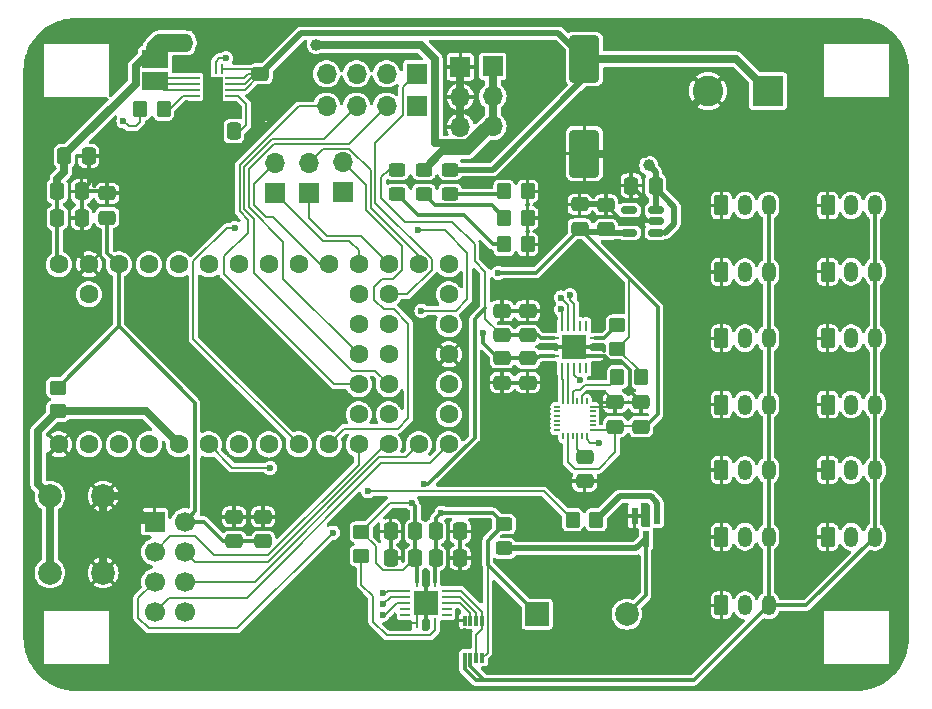
<source format=gbr>
%TF.GenerationSoftware,KiCad,Pcbnew,8.0.7*%
%TF.CreationDate,2025-01-15T19:07:21+07:00*%
%TF.ProjectId,Teensy4.0,5465656e-7379-4342-9e30-2e6b69636164,rev?*%
%TF.SameCoordinates,Original*%
%TF.FileFunction,Copper,L1,Top*%
%TF.FilePolarity,Positive*%
%FSLAX46Y46*%
G04 Gerber Fmt 4.6, Leading zero omitted, Abs format (unit mm)*
G04 Created by KiCad (PCBNEW 8.0.7) date 2025-01-15 19:07:21*
%MOMM*%
%LPD*%
G01*
G04 APERTURE LIST*
G04 Aperture macros list*
%AMRoundRect*
0 Rectangle with rounded corners*
0 $1 Rounding radius*
0 $2 $3 $4 $5 $6 $7 $8 $9 X,Y pos of 4 corners*
0 Add a 4 corners polygon primitive as box body*
4,1,4,$2,$3,$4,$5,$6,$7,$8,$9,$2,$3,0*
0 Add four circle primitives for the rounded corners*
1,1,$1+$1,$2,$3*
1,1,$1+$1,$4,$5*
1,1,$1+$1,$6,$7*
1,1,$1+$1,$8,$9*
0 Add four rect primitives between the rounded corners*
20,1,$1+$1,$2,$3,$4,$5,0*
20,1,$1+$1,$4,$5,$6,$7,0*
20,1,$1+$1,$6,$7,$8,$9,0*
20,1,$1+$1,$8,$9,$2,$3,0*%
G04 Aperture macros list end*
%TA.AperFunction,SMDPad,CuDef*%
%ADD10R,0.850000X0.280000*%
%TD*%
%TA.AperFunction,SMDPad,CuDef*%
%ADD11R,0.280000X0.850000*%
%TD*%
%TA.AperFunction,SMDPad,CuDef*%
%ADD12R,1.700000X1.700000*%
%TD*%
%TA.AperFunction,ComponentPad*%
%ADD13C,0.508000*%
%TD*%
%TA.AperFunction,SMDPad,CuDef*%
%ADD14R,0.300000X0.850000*%
%TD*%
%TA.AperFunction,ComponentPad*%
%ADD15RoundRect,0.250000X-0.350000X-0.625000X0.350000X-0.625000X0.350000X0.625000X-0.350000X0.625000X0*%
%TD*%
%TA.AperFunction,ComponentPad*%
%ADD16O,1.200000X1.750000*%
%TD*%
%TA.AperFunction,ComponentPad*%
%ADD17R,2.000000X2.000000*%
%TD*%
%TA.AperFunction,ComponentPad*%
%ADD18C,2.000000*%
%TD*%
%TA.AperFunction,SMDPad,CuDef*%
%ADD19RoundRect,0.250000X0.475000X-0.337500X0.475000X0.337500X-0.475000X0.337500X-0.475000X-0.337500X0*%
%TD*%
%TA.AperFunction,ComponentPad*%
%ADD20R,1.700000X1.700000*%
%TD*%
%TA.AperFunction,ComponentPad*%
%ADD21O,1.700000X1.700000*%
%TD*%
%TA.AperFunction,SMDPad,CuDef*%
%ADD22RoundRect,0.250000X-0.475000X0.337500X-0.475000X-0.337500X0.475000X-0.337500X0.475000X0.337500X0*%
%TD*%
%TA.AperFunction,SMDPad,CuDef*%
%ADD23RoundRect,0.250000X0.350000X0.450000X-0.350000X0.450000X-0.350000X-0.450000X0.350000X-0.450000X0*%
%TD*%
%TA.AperFunction,SMDPad,CuDef*%
%ADD24RoundRect,0.250000X-0.350000X-0.450000X0.350000X-0.450000X0.350000X0.450000X-0.350000X0.450000X0*%
%TD*%
%TA.AperFunction,SMDPad,CuDef*%
%ADD25RoundRect,0.250000X-0.337500X-0.475000X0.337500X-0.475000X0.337500X0.475000X-0.337500X0.475000X0*%
%TD*%
%TA.AperFunction,SMDPad,CuDef*%
%ADD26RoundRect,0.250000X0.337500X0.475000X-0.337500X0.475000X-0.337500X-0.475000X0.337500X-0.475000X0*%
%TD*%
%TA.AperFunction,SMDPad,CuDef*%
%ADD27RoundRect,0.050000X-0.225000X-0.050000X0.225000X-0.050000X0.225000X0.050000X-0.225000X0.050000X0*%
%TD*%
%TA.AperFunction,SMDPad,CuDef*%
%ADD28RoundRect,0.050000X0.050000X-0.225000X0.050000X0.225000X-0.050000X0.225000X-0.050000X-0.225000X0*%
%TD*%
%TA.AperFunction,SMDPad,CuDef*%
%ADD29RoundRect,0.250000X0.450000X-0.325000X0.450000X0.325000X-0.450000X0.325000X-0.450000X-0.325000X0*%
%TD*%
%TA.AperFunction,SMDPad,CuDef*%
%ADD30RoundRect,0.250000X1.000000X-1.750000X1.000000X1.750000X-1.000000X1.750000X-1.000000X-1.750000X0*%
%TD*%
%TA.AperFunction,SMDPad,CuDef*%
%ADD31R,2.050000X2.050000*%
%TD*%
%TA.AperFunction,ComponentPad*%
%ADD32C,1.700000*%
%TD*%
%TA.AperFunction,SMDPad,CuDef*%
%ADD33RoundRect,0.250000X0.450000X-0.350000X0.450000X0.350000X-0.450000X0.350000X-0.450000X-0.350000X0*%
%TD*%
%TA.AperFunction,ComponentPad*%
%ADD34R,2.600000X2.600000*%
%TD*%
%TA.AperFunction,ComponentPad*%
%ADD35C,2.600000*%
%TD*%
%TA.AperFunction,ComponentPad*%
%ADD36C,1.600000*%
%TD*%
%TA.AperFunction,SMDPad,CuDef*%
%ADD37RoundRect,0.250000X-0.450000X0.350000X-0.450000X-0.350000X0.450000X-0.350000X0.450000X0.350000X0*%
%TD*%
%TA.AperFunction,SMDPad,CuDef*%
%ADD38RoundRect,0.150000X0.512500X0.150000X-0.512500X0.150000X-0.512500X-0.150000X0.512500X-0.150000X0*%
%TD*%
%TA.AperFunction,SMDPad,CuDef*%
%ADD39RoundRect,0.250000X-0.450000X0.325000X-0.450000X-0.325000X0.450000X-0.325000X0.450000X0.325000X0*%
%TD*%
%TA.AperFunction,SMDPad,CuDef*%
%ADD40R,0.558800X1.422400*%
%TD*%
%TA.AperFunction,SMDPad,CuDef*%
%ADD41R,2.260600X1.498600*%
%TD*%
%TA.AperFunction,ViaPad*%
%ADD42C,1.000000*%
%TD*%
%TA.AperFunction,ViaPad*%
%ADD43C,0.600000*%
%TD*%
%TA.AperFunction,Conductor*%
%ADD44C,1.500000*%
%TD*%
%TA.AperFunction,Conductor*%
%ADD45C,0.300000*%
%TD*%
%TA.AperFunction,Conductor*%
%ADD46C,0.200000*%
%TD*%
%TA.AperFunction,Conductor*%
%ADD47C,0.700000*%
%TD*%
%TA.AperFunction,Conductor*%
%ADD48C,0.500000*%
%TD*%
G04 APERTURE END LIST*
D10*
%TO.P,U4,1,SW*%
%TO.N,Net-(L1-Pad2)*%
X119048780Y-74600000D03*
%TO.P,U4,2,SW*%
X119048780Y-75100001D03*
%TO.P,U4,3,SW*%
X119048780Y-75600001D03*
%TO.P,U4,4,PG*%
%TO.N,Net-(U4-PG)*%
X119048780Y-76100002D03*
D11*
%TO.P,U4,5,FB*%
%TO.N,GND*%
X119773592Y-76825002D03*
%TO.P,U4,6,AGND*%
X120273718Y-76825002D03*
%TO.P,U4,7,FSW*%
X120773844Y-76825002D03*
%TO.P,U4,8,DEF*%
X121273970Y-76825002D03*
D10*
%TO.P,U4,9,SS/TR*%
%TO.N,Net-(U4-SS{slash}TR)*%
X121998782Y-76100002D03*
%TO.P,U4,10,AVIN*%
%TO.N,VCC*%
X121998782Y-75600001D03*
%TO.P,U4,11,PVIN*%
X121998782Y-75100001D03*
%TO.P,U4,12,PVIN*%
X121998782Y-74600000D03*
D11*
%TO.P,U4,13,EN*%
X121273970Y-73875000D03*
%TO.P,U4,14,VOS*%
%TO.N,+5V*%
X120773844Y-73875000D03*
%TO.P,U4,15,PGND*%
%TO.N,GND*%
X120273718Y-73875000D03*
%TO.P,U4,16,PGND*%
X119773592Y-73875000D03*
D12*
%TO.P,U4,17,EPAD*%
X120523781Y-75350001D03*
D13*
%TO.P,U4,V*%
%TO.N,N/C*%
X120130081Y-75743701D03*
X120130081Y-74956301D03*
X120917481Y-75743701D03*
X120917481Y-74956301D03*
%TD*%
D14*
%TO.P,IC2,1,~{OE}*%
%TO.N,/OE_PIN*%
X143350000Y-120550000D03*
%TO.P,IC2,2,A1*%
%TO.N,/to_nc7*%
X142850000Y-120550000D03*
%TO.P,IC2,3,Y2*%
%TO.N,/from_nc7*%
X142350000Y-120550000D03*
%TO.P,IC2,4,GND*%
%TO.N,GND*%
X141850000Y-120550000D03*
%TO.P,IC2,5,A2*%
%TO.N,Net-(IC2-A2)*%
X141850000Y-123700000D03*
%TO.P,IC2,6,Y1*%
X142350000Y-123700000D03*
%TO.P,IC2,7,OE*%
%TO.N,/OE_PIN*%
X142850000Y-123700000D03*
%TO.P,IC2,8,VCC*%
%TO.N,+5V*%
X143350000Y-123700000D03*
%TD*%
D15*
%TO.P,servo1,1,Pin_1*%
%TO.N,GND*%
X172600000Y-102250000D03*
D16*
%TO.P,servo1,2,Pin_2*%
%TO.N,VCC*%
X174600000Y-102250000D03*
%TO.P,servo1,3,Pin_3*%
%TO.N,Net-(IC2-A2)*%
X176600000Y-102250000D03*
%TD*%
D17*
%TO.P,BZ1,1,+*%
%TO.N,+5V*%
X148000000Y-120000000D03*
D18*
%TO.P,BZ1,2,-*%
%TO.N,Net-(BZ1--)*%
X155600000Y-120000000D03*
%TD*%
D19*
%TO.P,C24,1*%
%TO.N,+3V3*%
X145000000Y-96400000D03*
%TO.P,C24,2*%
%TO.N,GND*%
X145000000Y-94325000D03*
%TD*%
D20*
%TO.P,J1,1,Pin_1*%
%TO.N,Net-(J1-Pin_1)*%
X137790000Y-74250000D03*
D21*
%TO.P,J1,2,Pin_2*%
%TO.N,Net-(J1-Pin_2)*%
X135250000Y-74250000D03*
%TO.P,J1,3,Pin_3*%
%TO.N,Net-(J1-Pin_3)*%
X132710000Y-74250000D03*
%TO.P,J1,4,Pin_4*%
%TO.N,Net-(J1-Pin_4)*%
X130170000Y-74250000D03*
%TD*%
D22*
%TO.P,C23,1*%
%TO.N,GND*%
X147200000Y-94325000D03*
%TO.P,C23,2*%
%TO.N,+3V3*%
X147200000Y-96400000D03*
%TD*%
D23*
%TO.P,R11,1*%
%TO.N,GND*%
X147200000Y-86450000D03*
%TO.P,R11,2*%
%TO.N,Net-(D1-K)*%
X145200000Y-86450000D03*
%TD*%
D24*
%TO.P,R1,1*%
%TO.N,+5V*%
X114373718Y-77225002D03*
%TO.P,R1,2*%
%TO.N,Net-(U4-PG)*%
X116373718Y-77225002D03*
%TD*%
D23*
%TO.P,R2,1*%
%TO.N,+1V8*%
X156800000Y-99925000D03*
%TO.P,R2,2*%
%TO.N,Net-(U6-~{CS})*%
X154800000Y-99925000D03*
%TD*%
D25*
%TO.P,C17,1*%
%TO.N,+5V*%
X139400000Y-115250000D03*
%TO.P,C17,2*%
%TO.N,GND*%
X141475000Y-115250000D03*
%TD*%
D15*
%TO.P,servo13,1,Pin_1*%
%TO.N,GND*%
X172600000Y-96650000D03*
D16*
%TO.P,servo13,2,Pin_2*%
%TO.N,VCC*%
X174600000Y-96650000D03*
%TO.P,servo13,3,Pin_3*%
%TO.N,Net-(IC2-A2)*%
X176600000Y-96650000D03*
%TD*%
D26*
%TO.P,C2,1*%
%TO.N,GND*%
X109437500Y-84200000D03*
%TO.P,C2,2*%
%TO.N,+5V*%
X107362500Y-84200000D03*
%TD*%
D27*
%TO.P,U6,1,NC*%
%TO.N,unconnected-(U6-NC-Pad1)*%
X149700000Y-102425000D03*
%TO.P,U6,2,NC*%
%TO.N,unconnected-(U6-NC-Pad2)*%
X149700000Y-102825000D03*
%TO.P,U6,3,NC*%
%TO.N,unconnected-(U6-NC-Pad3)*%
X149700000Y-103225000D03*
%TO.P,U6,4,NC*%
%TO.N,unconnected-(U6-NC-Pad4)*%
X149700000Y-103625000D03*
%TO.P,U6,5,NC*%
%TO.N,unconnected-(U6-NC-Pad5)*%
X149700000Y-104025000D03*
%TO.P,U6,6,NC*%
%TO.N,unconnected-(U6-NC-Pad6)*%
X149700000Y-104425000D03*
D28*
%TO.P,U6,7,AUX_CL*%
%TO.N,unconnected-(U6-AUX_CL-Pad7)*%
X150200000Y-104925000D03*
%TO.P,U6,8,VDDIO*%
%TO.N,+1V8*%
X150600000Y-104925000D03*
%TO.P,U6,9,SDO/AD0*%
%TO.N,unconnected-(U6-SDO{slash}AD0-Pad9)*%
X151000000Y-104925000D03*
%TO.P,U6,10,REGOUT*%
%TO.N,Net-(U6-REGOUT)*%
X151400000Y-104925000D03*
%TO.P,U6,11,FSYNC*%
%TO.N,unconnected-(U6-FSYNC-Pad11)*%
X151800000Y-104925000D03*
%TO.P,U6,12,INT1*%
%TO.N,/INT_1V8*%
X152200000Y-104925000D03*
D27*
%TO.P,U6,13,VDD*%
%TO.N,+1V8*%
X152700000Y-104425000D03*
%TO.P,U6,14,NC*%
%TO.N,unconnected-(U6-NC-Pad14)*%
X152700000Y-104025000D03*
%TO.P,U6,15,NC*%
%TO.N,unconnected-(U6-NC-Pad15)*%
X152700000Y-103625000D03*
%TO.P,U6,16,NC*%
%TO.N,unconnected-(U6-NC-Pad16)*%
X152700000Y-103225000D03*
%TO.P,U6,17,NC*%
%TO.N,unconnected-(U6-NC-Pad17)*%
X152700000Y-102825000D03*
%TO.P,U6,18,GND*%
%TO.N,GND*%
X152700000Y-102425000D03*
D28*
%TO.P,U6,19,RESV*%
%TO.N,unconnected-(U6-RESV-Pad19)*%
X152200000Y-101925000D03*
%TO.P,U6,20,GND*%
%TO.N,GND*%
X151800000Y-101925000D03*
%TO.P,U6,21,AUX_DA*%
%TO.N,unconnected-(U6-AUX_DA-Pad21)*%
X151400000Y-101925000D03*
%TO.P,U6,22,~{CS}*%
%TO.N,Net-(U6-~{CS})*%
X151000000Y-101925000D03*
%TO.P,U6,23,SCL/SCLK*%
%TO.N,/SCL_1V8*%
X150600000Y-101925000D03*
%TO.P,U6,24,SDA/SDI*%
%TO.N,/SDA_1V8*%
X150200000Y-101925000D03*
%TD*%
D23*
%TO.P,R13,1*%
%TO.N,GND*%
X147200000Y-84200000D03*
%TO.P,R13,2*%
%TO.N,Net-(D4-K)*%
X145200000Y-84200000D03*
%TD*%
D25*
%TO.P,C21,1*%
%TO.N,GND*%
X135600000Y-115250000D03*
%TO.P,C21,2*%
%TO.N,+3V3*%
X137675000Y-115250000D03*
%TD*%
D29*
%TO.P,VCC,1,K*%
%TO.N,Net-(D4-K)*%
X140650000Y-84425000D03*
%TO.P,VCC,2,A*%
%TO.N,VCC*%
X140650000Y-82375000D03*
%TD*%
D19*
%TO.P,C18,1*%
%TO.N,+1V8*%
X154610000Y-104137500D03*
%TO.P,C18,2*%
%TO.N,GND*%
X154610000Y-102062500D03*
%TD*%
%TO.P,C14,1*%
%TO.N,+3V3*%
X111600000Y-86437500D03*
%TO.P,C14,2*%
%TO.N,GND*%
X111600000Y-84362500D03*
%TD*%
D30*
%TO.P,C13,1*%
%TO.N,GND*%
X152000000Y-81000000D03*
%TO.P,C13,2*%
%TO.N,VCC*%
X152000000Y-73000000D03*
%TD*%
D19*
%TO.P,C16,1*%
%TO.N,GND*%
X145025000Y-100387500D03*
%TO.P,C16,2*%
%TO.N,+1V8*%
X145025000Y-98312500D03*
%TD*%
D11*
%TO.P,U3,1,VCCA*%
%TO.N,+3V3*%
X137837498Y-117300000D03*
D10*
%TO.P,U3,2,A1*%
%TO.N,/servo_dir*%
X136818498Y-118030999D03*
%TO.P,U3,3,A2*%
%TO.N,/servo_tx*%
X136818498Y-118531001D03*
%TO.P,U3,4,A3*%
%TO.N,/servo_rx*%
X136818498Y-119031000D03*
%TO.P,U3,5,A4*%
%TO.N,unconnected-(U3-A4-Pad5)*%
X136818498Y-119530999D03*
%TO.P,U3,6,NC*%
%TO.N,unconnected-(U3-NC-Pad6)*%
X136818498Y-120031001D03*
D11*
%TO.P,U3,7,GND*%
%TO.N,GND*%
X137837498Y-120762000D03*
%TO.P,U3,8,OE*%
%TO.N,Net-(U3-OE)*%
X139337500Y-120762000D03*
D10*
%TO.P,U3,9,NC*%
%TO.N,unconnected-(U3-NC-Pad9)*%
X140356500Y-120031001D03*
%TO.P,U3,10,B4*%
%TO.N,unconnected-(U3-B4-Pad10)*%
X140356500Y-119530999D03*
%TO.P,U3,11,B3*%
%TO.N,/from_nc7*%
X140356500Y-119031000D03*
%TO.P,U3,12,B2*%
%TO.N,/to_nc7*%
X140356500Y-118531001D03*
%TO.P,U3,13,B1*%
%TO.N,/OE_PIN*%
X140356500Y-118030999D03*
D11*
%TO.P,U3,14,VCCB*%
%TO.N,+5V*%
X139337500Y-117300000D03*
D31*
%TO.P,U3,15,EPAD*%
%TO.N,GND*%
X138587499Y-119031000D03*
%TD*%
D23*
%TO.P,R3,1*%
%TO.N,GND*%
X147200000Y-88700000D03*
%TO.P,R3,2*%
%TO.N,Net-(D5-K)*%
X145200000Y-88700000D03*
%TD*%
D20*
%TO.P,U2,1,GND*%
%TO.N,GND*%
X115610500Y-112175000D03*
D32*
%TO.P,U2,2,VCC*%
%TO.N,+3V3*%
X118150500Y-112175000D03*
%TO.P,U2,3,CE*%
%TO.N,/NRF_CE*%
X115610500Y-114715000D03*
%TO.P,U2,4,~{CSN}*%
%TO.N,/NRF_CSN*%
X118150500Y-114715000D03*
%TO.P,U2,5,SCK*%
%TO.N,/NRF_SCK*%
X115610500Y-117255000D03*
%TO.P,U2,6,MOSI*%
%TO.N,/NRF_MOSI*%
X118150500Y-117255000D03*
%TO.P,U2,7,MISO*%
%TO.N,/NRF_MISO*%
X115610500Y-119795000D03*
%TO.P,U2,8,IRQ*%
%TO.N,unconnected-(U2-IRQ-Pad8)*%
X118150500Y-119795000D03*
%TD*%
D15*
%TO.P,servo11,1,Pin_1*%
%TO.N,GND*%
X172600000Y-85400000D03*
D16*
%TO.P,servo11,2,Pin_2*%
%TO.N,VCC*%
X174600000Y-85400000D03*
%TO.P,servo11,3,Pin_3*%
%TO.N,Net-(IC2-A2)*%
X176600000Y-85400000D03*
%TD*%
D33*
%TO.P,R9,1*%
%TO.N,Net-(U3-OE)*%
X133112500Y-115050000D03*
%TO.P,R9,2*%
%TO.N,+3V3*%
X133112500Y-113050000D03*
%TD*%
D19*
%TO.P,C3,1*%
%TO.N,+3V3*%
X122350000Y-113837500D03*
%TO.P,C3,2*%
%TO.N,GND*%
X122350000Y-111762500D03*
%TD*%
D15*
%TO.P,servo5,1,Pin_1*%
%TO.N,GND*%
X163600000Y-107800000D03*
D16*
%TO.P,servo5,2,Pin_2*%
%TO.N,VCC*%
X165600000Y-107800000D03*
%TO.P,servo5,3,Pin_3*%
%TO.N,Net-(IC2-A2)*%
X167600000Y-107800000D03*
%TD*%
D15*
%TO.P,servo4,1,Pin_1*%
%TO.N,GND*%
X163600000Y-119250000D03*
D16*
%TO.P,servo4,2,Pin_2*%
%TO.N,VCC*%
X165600000Y-119250000D03*
%TO.P,servo4,3,Pin_3*%
%TO.N,Net-(IC2-A2)*%
X167600000Y-119250000D03*
%TD*%
D20*
%TO.P,5V,1,Pin_1*%
%TO.N,+5V*%
X144250000Y-73630000D03*
D21*
%TO.P,5V,2,Pin_2*%
X144250000Y-76170000D03*
%TO.P,5V,3,Pin_3*%
X144250000Y-78710000D03*
%TD*%
D19*
%TO.P,C7,1*%
%TO.N,GND*%
X152010000Y-108737500D03*
%TO.P,C7,2*%
%TO.N,Net-(U6-REGOUT)*%
X152010000Y-106662500D03*
%TD*%
D15*
%TO.P,servo2,1,Pin_1*%
%TO.N,GND*%
X163600000Y-113450000D03*
D16*
%TO.P,servo2,2,Pin_2*%
%TO.N,VCC*%
X165600000Y-113450000D03*
%TO.P,servo2,3,Pin_3*%
%TO.N,Net-(IC2-A2)*%
X167600000Y-113450000D03*
%TD*%
D19*
%TO.P,C11,1*%
%TO.N,+1V8*%
X151600000Y-87387500D03*
%TO.P,C11,2*%
%TO.N,GND*%
X151600000Y-85312500D03*
%TD*%
D33*
%TO.P,R7,1*%
%TO.N,/button*%
X107400000Y-102810000D03*
%TO.P,R7,2*%
%TO.N,+3V3*%
X107400000Y-100810000D03*
%TD*%
D29*
%TO.P,3V3,1,K*%
%TO.N,Net-(D5-K)*%
X136150000Y-84425000D03*
%TO.P,3V3,2,A*%
%TO.N,+3V3*%
X136150000Y-82375000D03*
%TD*%
D25*
%TO.P,C20,1*%
%TO.N,GND*%
X135600000Y-113000000D03*
%TO.P,C20,2*%
%TO.N,+3V3*%
X137675000Y-113000000D03*
%TD*%
D24*
%TO.P,R4,1*%
%TO.N,/buzzer*%
X151000000Y-112000000D03*
%TO.P,R4,2*%
%TO.N,Net-(U8-BASE)*%
X153000000Y-112000000D03*
%TD*%
D20*
%TO.P,S4,1,Pin_1*%
%TO.N,/serial_rx4*%
X125800000Y-84300000D03*
D21*
%TO.P,S4,2,Pin_2*%
%TO.N,/serial_tx4*%
X125800000Y-81760000D03*
%TD*%
D34*
%TO.P,Main-Power1,1,Pin_1*%
%TO.N,VCC*%
X167545000Y-75695000D03*
D35*
%TO.P,Main-Power1,2,Pin_2*%
%TO.N,GND*%
X162465000Y-75695000D03*
%TD*%
D26*
%TO.P,C8,1*%
%TO.N,+5V*%
X158025000Y-83712500D03*
%TO.P,C8,2*%
%TO.N,GND*%
X155950000Y-83712500D03*
%TD*%
D10*
%TO.P,U7,1,VCCA*%
%TO.N,+1V8*%
X149400000Y-98125000D03*
D11*
%TO.P,U7,2,A1*%
%TO.N,/SDA_1V8*%
X150130999Y-99144000D03*
%TO.P,U7,3,A2*%
%TO.N,/SCL_1V8*%
X150631001Y-99144000D03*
%TO.P,U7,4,A3*%
%TO.N,/INT_1V8*%
X151131000Y-99144000D03*
%TO.P,U7,5,A4*%
%TO.N,unconnected-(U7-A4-Pad5)*%
X151630999Y-99144000D03*
%TO.P,U7,6,NC*%
%TO.N,unconnected-(U7-NC-Pad6)*%
X152131001Y-99144000D03*
D10*
%TO.P,U7,7,GND*%
%TO.N,GND*%
X152862000Y-98125000D03*
%TO.P,U7,8,OE*%
%TO.N,Net-(U7-OE)*%
X152862000Y-96624998D03*
D11*
%TO.P,U7,9,NC*%
%TO.N,unconnected-(U7-NC-Pad9)*%
X152131001Y-95605998D03*
%TO.P,U7,10,B4*%
%TO.N,unconnected-(U7-B4-Pad10)*%
X151630999Y-95605998D03*
%TO.P,U7,11,B3*%
%TO.N,/ICM_INT*%
X151131000Y-95605998D03*
%TO.P,U7,12,B2*%
%TO.N,/SCL*%
X150631001Y-95605998D03*
%TO.P,U7,13,B1*%
%TO.N,/SDA*%
X150130999Y-95605998D03*
D10*
%TO.P,U7,14,VCCB*%
%TO.N,+3V3*%
X149400000Y-96624998D03*
D31*
%TO.P,U7,15,EPAD*%
%TO.N,GND*%
X151131000Y-97374999D03*
%TD*%
D29*
%TO.P,5V,1,K*%
%TO.N,Net-(D1-K)*%
X138400000Y-84425000D03*
%TO.P,5V,2,A*%
%TO.N,+5V*%
X138400000Y-82375000D03*
%TD*%
D15*
%TO.P,servo10,1,Pin_1*%
%TO.N,GND*%
X163600000Y-102250000D03*
D16*
%TO.P,servo10,2,Pin_2*%
%TO.N,VCC*%
X165600000Y-102250000D03*
%TO.P,servo10,3,Pin_3*%
%TO.N,Net-(IC2-A2)*%
X167600000Y-102250000D03*
%TD*%
D19*
%TO.P,C15,1*%
%TO.N,+3V3*%
X124800000Y-113837500D03*
%TO.P,C15,2*%
%TO.N,GND*%
X124800000Y-111762500D03*
%TD*%
D20*
%TO.P,S2,1,Pin_1*%
%TO.N,/serial_rx2*%
X131600000Y-84275000D03*
D21*
%TO.P,S2,2,Pin_2*%
%TO.N,/serial_tx2*%
X131600000Y-81735000D03*
%TD*%
D36*
%TO.P,U1,1,GND*%
%TO.N,GND*%
X107490000Y-105620000D03*
%TO.P,U1,2,0_RX1_CRX2_CS1*%
%TO.N,/servo_rx*%
X110030000Y-105620000D03*
%TO.P,U1,3,1_TX1_CTX2_MISO1*%
%TO.N,/servo_tx*%
X112570000Y-105620000D03*
%TO.P,U1,4,2_OUT2*%
%TO.N,/servo_dir*%
X115110000Y-105620000D03*
%TO.P,U1,5,3_LRCLK2*%
%TO.N,/button*%
X117650000Y-105620000D03*
%TO.P,U1,6,4_BCLK2*%
%TO.N,/buzzer*%
X120190000Y-105620000D03*
%TO.P,U1,7,5_IN2*%
%TO.N,unconnected-(U1-5_IN2-Pad7)*%
X122730000Y-105620000D03*
%TO.P,U1,8,6_OUT1D*%
%TO.N,unconnected-(U1-6_OUT1D-Pad8)*%
X125270000Y-105620000D03*
%TO.P,U1,9,7_RX2_OUT1A*%
%TO.N,/serial_rx2*%
X127810000Y-105620000D03*
%TO.P,U1,10,8_TX2_IN1*%
%TO.N,/serial_tx2*%
X130350000Y-105620000D03*
%TO.P,U1,11,9_OUT1C*%
%TO.N,/NRF_CE*%
X132890000Y-105620000D03*
%TO.P,U1,12,10_CS_MQSR*%
%TO.N,/NRF_CSN*%
X135430000Y-105620000D03*
%TO.P,U1,13,11_MOSI_CTX1*%
%TO.N,/NRF_MOSI*%
X137970000Y-105620000D03*
%TO.P,U1,14,12_MISO_MQSL*%
%TO.N,/NRF_MISO*%
X140510000Y-105620000D03*
%TO.P,U1,15,VBAT*%
%TO.N,unconnected-(U1-VBAT-Pad15)*%
X140510000Y-103080000D03*
%TO.P,U1,16,3V3*%
%TO.N,unconnected-(U1-3V3-Pad16)*%
X140510000Y-100540000D03*
%TO.P,U1,17,GND*%
%TO.N,GND*%
X140510000Y-98000000D03*
%TO.P,U1,18,PROGRAM*%
%TO.N,unconnected-(U1-PROGRAM-Pad18)*%
X140510000Y-95460000D03*
%TO.P,U1,19,ON_OFF*%
%TO.N,unconnected-(U1-ON_OFF-Pad19)*%
X140510000Y-92920000D03*
%TO.P,U1,20,13_SCK_CRX1_LED*%
%TO.N,/NRF_SCK*%
X140510000Y-90380000D03*
%TO.P,U1,21,14_A0_TX3_SPDIF_OUT*%
%TO.N,/serial_tx3*%
X137970000Y-90380000D03*
%TO.P,U1,22,15_A1_RX3_SPDIF_IN*%
%TO.N,/serial_rx3*%
X135430000Y-90380000D03*
%TO.P,U1,23,16_A2_RX4_SCL1*%
%TO.N,/serial_rx4*%
X132890000Y-90380000D03*
%TO.P,U1,24,17_A3_TX4_SDA1*%
%TO.N,/serial_tx4*%
X130350000Y-90380000D03*
%TO.P,U1,25,18_A4_SDA0*%
%TO.N,/SDA*%
X127810000Y-90380000D03*
%TO.P,U1,26,19_A5_SCL0*%
%TO.N,/SCL*%
X125270000Y-90380000D03*
%TO.P,U1,27,20_A6_TX5_LRCLK1*%
%TO.N,/ICM_INT*%
X122730000Y-90380000D03*
%TO.P,U1,28,21_A7_RX5_BCLK1*%
%TO.N,unconnected-(U1-21_A7_RX5_BCLK1-Pad28)*%
X120190000Y-90380000D03*
%TO.P,U1,29,22_A8_CTX1*%
%TO.N,unconnected-(U1-22_A8_CTX1-Pad29)*%
X117650000Y-90380000D03*
%TO.P,U1,30,23_A9_CRX1_MCLK1*%
%TO.N,unconnected-(U1-23_A9_CRX1_MCLK1-Pad30)*%
X115110000Y-90380000D03*
%TO.P,U1,31,3V3*%
%TO.N,+3V3*%
X112570000Y-90380000D03*
%TO.P,U1,32,GND*%
%TO.N,GND*%
X110030000Y-90380000D03*
%TO.P,U1,33,VIN*%
%TO.N,+5V*%
X107490000Y-90380000D03*
%TO.P,U1,34,VUSB*%
%TO.N,unconnected-(U1-VUSB-Pad34)*%
X110030000Y-92920000D03*
%TO.P,U1,35,24_A10_TX6_SCL2*%
%TO.N,Net-(J1-Pin_1)*%
X135430000Y-92920000D03*
%TO.P,U1,36,25_A11_RX6_SDA2*%
%TO.N,Net-(J1-Pin_2)*%
X132890000Y-92920000D03*
%TO.P,U1,37,26_A12_MOSI1*%
%TO.N,Net-(J1-Pin_3)*%
X135430000Y-95460000D03*
%TO.P,U1,38,27_A13_SCK1*%
%TO.N,Net-(J1-Pin_4)*%
X132890000Y-95460000D03*
%TO.P,U1,39,28_RX7*%
%TO.N,Net-(J2-Pin_1)*%
X135430000Y-98000000D03*
%TO.P,U1,40,29_TX7*%
%TO.N,Net-(J2-Pin_2)*%
X132890000Y-98000000D03*
%TO.P,U1,41,30_CRX3*%
%TO.N,Net-(J2-Pin_3)*%
X135430000Y-100540000D03*
%TO.P,U1,42,31_CTX3*%
%TO.N,Net-(J2-Pin_4)*%
X132890000Y-100540000D03*
%TO.P,U1,43,32_OUT1B*%
%TO.N,unconnected-(U1-32_OUT1B-Pad43)*%
X135430000Y-103080000D03*
%TO.P,U1,44,33_MCLK2*%
%TO.N,unconnected-(U1-33_MCLK2-Pad44)*%
X132890000Y-103080000D03*
%TD*%
D15*
%TO.P,servo3,1,Pin_1*%
%TO.N,GND*%
X163600000Y-96650000D03*
D16*
%TO.P,servo3,2,Pin_2*%
%TO.N,VCC*%
X165600000Y-96650000D03*
%TO.P,servo3,3,Pin_3*%
%TO.N,Net-(IC2-A2)*%
X167600000Y-96650000D03*
%TD*%
D37*
%TO.P,R14,1*%
%TO.N,Net-(U7-OE)*%
X154800000Y-95525000D03*
%TO.P,R14,2*%
%TO.N,+1V8*%
X154800000Y-97525000D03*
%TD*%
D15*
%TO.P,servo9,1,Pin_1*%
%TO.N,GND*%
X172600000Y-91000000D03*
D16*
%TO.P,servo9,2,Pin_2*%
%TO.N,VCC*%
X174600000Y-91000000D03*
%TO.P,servo9,3,Pin_3*%
%TO.N,Net-(IC2-A2)*%
X176600000Y-91000000D03*
%TD*%
D19*
%TO.P,C19,1*%
%TO.N,+1V8*%
X156810000Y-104137500D03*
%TO.P,C19,2*%
%TO.N,GND*%
X156810000Y-102062500D03*
%TD*%
D18*
%TO.P,button1,1,1*%
%TO.N,/button*%
X106750000Y-116500000D03*
X106750000Y-110000000D03*
%TO.P,button1,2,2*%
%TO.N,GND*%
X111250000Y-116500000D03*
X111250000Y-110000000D03*
%TD*%
D20*
%TO.P,J2,1,Pin_1*%
%TO.N,Net-(J2-Pin_1)*%
X137790000Y-77000000D03*
D21*
%TO.P,J2,2,Pin_2*%
%TO.N,Net-(J2-Pin_2)*%
X135250000Y-77000000D03*
%TO.P,J2,3,Pin_3*%
%TO.N,Net-(J2-Pin_3)*%
X132710000Y-77000000D03*
%TO.P,J2,4,Pin_4*%
%TO.N,Net-(J2-Pin_4)*%
X130170000Y-77000000D03*
%TD*%
D20*
%TO.P,S3,1,Pin_1*%
%TO.N,/serial_rx3*%
X128700000Y-84300000D03*
D21*
%TO.P,S3,2,Pin_2*%
%TO.N,/serial_tx3*%
X128700000Y-81760000D03*
%TD*%
D38*
%TO.P,U5,1,VIN*%
%TO.N,+5V*%
X158075000Y-87700000D03*
%TO.P,U5,2,GND*%
%TO.N,GND*%
X158075000Y-86750000D03*
%TO.P,U5,3,EN*%
%TO.N,+5V*%
X158075000Y-85800000D03*
%TO.P,U5,4,NC*%
%TO.N,unconnected-(U5-NC-Pad4)*%
X155800000Y-85800000D03*
%TO.P,U5,5,VOUT*%
%TO.N,+1V8*%
X155800000Y-87700000D03*
%TD*%
D25*
%TO.P,C5,1*%
%TO.N,GND*%
X120236218Y-79125002D03*
%TO.P,C5,2*%
%TO.N,Net-(U4-SS{slash}TR)*%
X122311218Y-79125002D03*
%TD*%
D39*
%TO.P,D3,1,K*%
%TO.N,+5V*%
X145200000Y-112375000D03*
%TO.P,D3,2,A*%
%TO.N,Net-(BZ1--)*%
X145200000Y-114425000D03*
%TD*%
D19*
%TO.P,C12,1*%
%TO.N,+1V8*%
X153822500Y-87425000D03*
%TO.P,C12,2*%
%TO.N,GND*%
X153822500Y-85350000D03*
%TD*%
D15*
%TO.P,servo12,1,Pin_1*%
%TO.N,GND*%
X163600000Y-91050000D03*
D16*
%TO.P,servo12,2,Pin_2*%
%TO.N,VCC*%
X165600000Y-91050000D03*
%TO.P,servo12,3,Pin_3*%
%TO.N,Net-(IC2-A2)*%
X167600000Y-91050000D03*
%TD*%
D40*
%TO.P,U8,1,BASE*%
%TO.N,Net-(U8-BASE)*%
X158152500Y-111669600D03*
%TO.P,U8,2,EMITTER*%
%TO.N,GND*%
X156247500Y-111669600D03*
%TO.P,U8,3,COLLECTOR*%
%TO.N,Net-(BZ1--)*%
X157200000Y-113600000D03*
%TD*%
D25*
%TO.P,C4,1*%
%TO.N,+5V*%
X118136218Y-71625002D03*
%TO.P,C4,2*%
%TO.N,GND*%
X120211218Y-71625002D03*
%TD*%
D15*
%TO.P,servo8,1,Pin_1*%
%TO.N,GND*%
X172600000Y-113450000D03*
D16*
%TO.P,servo8,2,Pin_2*%
%TO.N,VCC*%
X174600000Y-113450000D03*
%TO.P,servo8,3,Pin_3*%
%TO.N,Net-(IC2-A2)*%
X176600000Y-113450000D03*
%TD*%
D25*
%TO.P,C10,1*%
%TO.N,+5V*%
X139400000Y-113000000D03*
%TO.P,C10,2*%
%TO.N,GND*%
X141475000Y-113000000D03*
%TD*%
D22*
%TO.P,C22,1*%
%TO.N,+1V8*%
X147200000Y-98325000D03*
%TO.P,C22,2*%
%TO.N,GND*%
X147200000Y-100400000D03*
%TD*%
D26*
%TO.P,C1,1*%
%TO.N,GND*%
X109437500Y-86450000D03*
%TO.P,C1,2*%
%TO.N,+5V*%
X107362500Y-86450000D03*
%TD*%
D25*
%TO.P,C9,2*%
%TO.N,GND*%
X110037500Y-81200000D03*
%TO.P,C9,1*%
%TO.N,+5V*%
X107962500Y-81200000D03*
%TD*%
D15*
%TO.P,servo6,1,Pin_1*%
%TO.N,GND*%
X163600000Y-85400000D03*
D16*
%TO.P,servo6,2,Pin_2*%
%TO.N,VCC*%
X165600000Y-85400000D03*
%TO.P,servo6,3,Pin_3*%
%TO.N,Net-(IC2-A2)*%
X167600000Y-85400000D03*
%TD*%
D15*
%TO.P,servo7,1,Pin_1*%
%TO.N,GND*%
X172600000Y-107800000D03*
D16*
%TO.P,servo7,2,Pin_2*%
%TO.N,VCC*%
X174600000Y-107800000D03*
%TO.P,servo7,3,Pin_3*%
%TO.N,Net-(IC2-A2)*%
X176600000Y-107800000D03*
%TD*%
D20*
%TO.P,GND,1,Pin_1*%
%TO.N,GND*%
X141500000Y-73670000D03*
D21*
%TO.P,GND,2,Pin_2*%
X141500000Y-76210000D03*
%TO.P,GND,3,Pin_3*%
X141500000Y-78750000D03*
%TD*%
D22*
%TO.P,C6,1*%
%TO.N,GND*%
X124573718Y-72187502D03*
%TO.P,C6,2*%
%TO.N,VCC*%
X124573718Y-74262502D03*
%TD*%
D41*
%TO.P,L1,1,1*%
%TO.N,+5V*%
X115673718Y-72972502D03*
%TO.P,L1,2,2*%
%TO.N,Net-(L1-Pad2)*%
X115673718Y-74877502D03*
%TD*%
D42*
%TO.N,+5V*%
X157461715Y-82005718D03*
X129300000Y-71800000D03*
D43*
X139900000Y-111400000D03*
X121673718Y-72925002D03*
D42*
X116900000Y-71625002D03*
D43*
X112973718Y-78273718D03*
D42*
%TO.N,GND*%
X171750000Y-70500000D03*
D43*
X148800000Y-94200000D03*
D42*
X112500000Y-74500000D03*
X138587499Y-119031000D03*
D43*
X154900000Y-112100000D03*
D42*
X151178000Y-97422000D03*
X121800000Y-103100000D03*
X111750000Y-70250000D03*
X109000000Y-113300000D03*
X158800000Y-91400000D03*
X128300000Y-120700000D03*
X167300000Y-125100000D03*
X106500000Y-78000000D03*
X115500000Y-85000000D03*
X175100000Y-80800000D03*
D43*
X134400000Y-113000000D03*
X135600500Y-120762000D03*
D42*
X115500000Y-93900000D03*
X128900000Y-102300000D03*
X111250000Y-125500000D03*
X159900000Y-105300000D03*
X178250000Y-77750000D03*
D43*
X120373718Y-80725002D03*
X138600000Y-117200000D03*
X142800000Y-115200000D03*
X122073718Y-80725002D03*
D42*
X105250000Y-119000000D03*
X155900000Y-70800000D03*
X147500000Y-111500000D03*
X147900000Y-73500000D03*
X107700000Y-95100000D03*
X124300000Y-76100000D03*
X178500000Y-118000000D03*
X116500000Y-124300000D03*
X118200000Y-78700000D03*
X122600000Y-71300000D03*
X159000000Y-116200000D03*
D43*
%TO.N,+3V3*%
X138400000Y-109000000D03*
X137400000Y-110600000D03*
%TO.N,+1V8*%
X143400000Y-96200000D03*
X144700000Y-91100000D03*
%TO.N,Net-(J2-Pin_1)*%
X137900000Y-87500000D03*
X138200000Y-94300000D03*
%TO.N,/SDA*%
X150000000Y-94200000D03*
%TO.N,/SCL*%
X150000000Y-93200000D03*
%TO.N,/buzzer*%
X133700000Y-109600000D03*
X125400000Y-107600000D03*
%TO.N,/serial_rx2*%
X122400000Y-87300000D03*
%TO.N,/servo_tx*%
X134981250Y-119181250D03*
%TO.N,/NRF_SCK*%
X130700000Y-113100000D03*
%TO.N,/servo_dir*%
X134912500Y-118250000D03*
%TO.N,/servo_rx*%
X134912500Y-120050000D03*
%TO.N,/ICM_INT*%
X150800000Y-93000000D03*
%TO.N,/INT_1V8*%
X153200000Y-105500000D03*
X151600000Y-100200000D03*
%TD*%
D44*
%TO.N,+5V*%
X116900000Y-71625002D02*
X116073718Y-71625002D01*
D45*
X107362500Y-84200000D02*
X107362500Y-86450000D01*
X143800000Y-113775000D02*
X145200000Y-112375000D01*
D46*
X143800000Y-123250000D02*
X143800000Y-115200000D01*
D45*
X139337500Y-117300000D02*
X139337500Y-115312500D01*
D47*
X113993418Y-73578202D02*
X114599118Y-72972502D01*
D45*
X139400000Y-111900000D02*
X139900000Y-111400000D01*
D47*
X144250000Y-73630000D02*
X144250000Y-77979899D01*
X107362500Y-83137500D02*
X107362500Y-84200000D01*
D45*
X148000000Y-120000000D02*
X143800000Y-115800000D01*
X139400000Y-113000000D02*
X139400000Y-111900000D01*
D47*
X139350000Y-73010000D02*
X138140000Y-71800000D01*
X142079899Y-80150000D02*
X139350000Y-80150000D01*
X144250000Y-78710000D02*
X142160000Y-80800000D01*
D46*
X143350000Y-123700000D02*
X143800000Y-123250000D01*
D44*
X116073718Y-71625002D02*
X115673718Y-72025002D01*
D47*
X107962500Y-81200000D02*
X107962500Y-82537500D01*
D48*
X159587500Y-85512500D02*
X159587500Y-86932592D01*
D46*
X112973718Y-78273718D02*
X113400000Y-78700000D01*
D47*
X142160000Y-80800000D02*
X139975000Y-80800000D01*
D45*
X145200000Y-112375000D02*
X144225000Y-111400000D01*
D47*
X107962500Y-81137500D02*
X113993418Y-75106582D01*
D45*
X139337500Y-115312500D02*
X139400000Y-115250000D01*
D47*
X139350000Y-80150000D02*
X139350000Y-73010000D01*
D48*
X158025000Y-83950000D02*
X159587500Y-85512500D01*
D45*
X143800000Y-115200000D02*
X143800000Y-113775000D01*
D46*
X120773844Y-73210126D02*
X121058968Y-72925002D01*
D47*
X113993418Y-75106582D02*
X113993418Y-73578202D01*
D48*
X158025000Y-82569003D02*
X158025000Y-83712500D01*
D47*
X107962500Y-81200000D02*
X107962500Y-81137500D01*
X138140000Y-71800000D02*
X129300000Y-71800000D01*
X114599118Y-72972502D02*
X115673718Y-72972502D01*
D44*
X115673718Y-72025002D02*
X115673718Y-72972502D01*
D45*
X107362500Y-90252500D02*
X107490000Y-90380000D01*
D46*
X114000000Y-78700000D02*
X114373718Y-78326282D01*
X113400000Y-78700000D02*
X114000000Y-78700000D01*
X120773844Y-73875000D02*
X120773844Y-73210126D01*
D48*
X158025000Y-83712500D02*
X158025000Y-85750000D01*
X159587500Y-86932592D02*
X158820092Y-87700000D01*
D46*
X114373718Y-78326282D02*
X114373718Y-77225002D01*
D47*
X144250000Y-73630000D02*
X144250000Y-78710000D01*
D45*
X107362500Y-86450000D02*
X107362500Y-90252500D01*
X144225000Y-111400000D02*
X139900000Y-111400000D01*
D47*
X107962500Y-82537500D02*
X107362500Y-83137500D01*
X144250000Y-77979899D02*
X142079899Y-80150000D01*
D48*
X157461715Y-82005718D02*
X158025000Y-82569003D01*
D44*
X116900000Y-71625002D02*
X118136218Y-71625002D01*
D45*
X139400000Y-115250000D02*
X139400000Y-113000000D01*
D47*
X139975000Y-80800000D02*
X138400000Y-82375000D01*
D45*
X143800000Y-115800000D02*
X143800000Y-115200000D01*
D46*
X121058968Y-72925002D02*
X121673718Y-72925002D01*
D45*
%TO.N,Net-(D5-K)*%
X144300000Y-88700000D02*
X145200000Y-88700000D01*
X136150000Y-84425000D02*
X137925000Y-86200000D01*
X137925000Y-86200000D02*
X141800000Y-86200000D01*
X141800000Y-86200000D02*
X144300000Y-88700000D01*
D47*
%TO.N,/button*%
X107400000Y-102810000D02*
X114840000Y-102810000D01*
X107400000Y-102810000D02*
X105750000Y-104460000D01*
X105750000Y-109000000D02*
X106750000Y-110000000D01*
X105750000Y-104460000D02*
X105750000Y-109000000D01*
X114840000Y-102810000D02*
X117650000Y-105620000D01*
X106750000Y-110000000D02*
X106750000Y-116500000D01*
D48*
%TO.N,Net-(BZ1--)*%
X156375000Y-114425000D02*
X157200000Y-113600000D01*
D45*
X155600000Y-120000000D02*
X157200000Y-118400000D01*
X157200000Y-118400000D02*
X157200000Y-113600000D01*
D48*
X145200000Y-114425000D02*
X156375000Y-114425000D01*
D46*
%TO.N,GND*%
X119773592Y-74599812D02*
X120523781Y-75350001D01*
X137837498Y-119781001D02*
X138587499Y-119031000D01*
D45*
X155850000Y-99319544D02*
X155850000Y-101102500D01*
D46*
X137837498Y-120762000D02*
X137837498Y-119781001D01*
X120273718Y-76825002D02*
X120273718Y-75600064D01*
X120773844Y-75600064D02*
X120523781Y-75350001D01*
D45*
X110037500Y-81200000D02*
X110037500Y-83600000D01*
D46*
X120773844Y-77725128D02*
X121073718Y-78025002D01*
X121073718Y-78025002D02*
X121073718Y-80025002D01*
D45*
X151881001Y-98125000D02*
X151178001Y-97422000D01*
X111437500Y-84200000D02*
X111600000Y-84362500D01*
X110037500Y-83600000D02*
X109437500Y-84200000D01*
D47*
X111250000Y-110000000D02*
X112935500Y-110000000D01*
X157160000Y-81000000D02*
X152000000Y-81000000D01*
D48*
X151600000Y-85312500D02*
X153785000Y-85312500D01*
D46*
X152700000Y-102425000D02*
X154247500Y-102425000D01*
X151800000Y-101553640D02*
X152253640Y-101100000D01*
X154247500Y-102425000D02*
X154610000Y-102062500D01*
X121273718Y-76825254D02*
X121273718Y-77725002D01*
D45*
X155222500Y-86750000D02*
X153822500Y-85350000D01*
X109437500Y-84200000D02*
X109437500Y-86450000D01*
D47*
X162465000Y-75695000D02*
X157160000Y-81000000D01*
D46*
X120273718Y-75099938D02*
X120523781Y-75350001D01*
D45*
X147200000Y-94325000D02*
X145200000Y-94325000D01*
D46*
X121373718Y-80025002D02*
X122073718Y-80725002D01*
D45*
X152862000Y-98125000D02*
X153725000Y-98125000D01*
D46*
X121273970Y-76825002D02*
X121273718Y-76825254D01*
D45*
X157412501Y-86750000D02*
X156937500Y-86274999D01*
D46*
X119773592Y-73875000D02*
X119773592Y-74599812D01*
D45*
X151178000Y-97422000D02*
X151178000Y-97421999D01*
X153725000Y-98125000D02*
X154200000Y-98600000D01*
X147200000Y-100400000D02*
X145200000Y-100400000D01*
D46*
X121273970Y-76825002D02*
X121273970Y-76100190D01*
X119773592Y-78662376D02*
X120236218Y-79125002D01*
D45*
X155850000Y-101102500D02*
X156810000Y-102062500D01*
D46*
X121273970Y-76100190D02*
X120523781Y-75350001D01*
X120773844Y-76825002D02*
X120773844Y-75600064D01*
D45*
X151178000Y-97421999D02*
X151131000Y-97374999D01*
X141475000Y-115250000D02*
X141475000Y-113000000D01*
D46*
X121273718Y-77725002D02*
X121373718Y-77825002D01*
D45*
X122350000Y-111762500D02*
X124800000Y-111762500D01*
X156247500Y-111669600D02*
X155330400Y-111669600D01*
D47*
X111250000Y-110000000D02*
X111250000Y-116500000D01*
D45*
X154200000Y-98600000D02*
X155130456Y-98600000D01*
X155130456Y-98600000D02*
X155850000Y-99319544D01*
D46*
X120273718Y-76825002D02*
X120273718Y-79087502D01*
X121373718Y-77825002D02*
X121373718Y-80025002D01*
X154610000Y-102062500D02*
X156810000Y-102062500D01*
X119773592Y-76825002D02*
X119773592Y-78662376D01*
D47*
X141500000Y-73670000D02*
X141500000Y-78750000D01*
D45*
X155330400Y-111669600D02*
X154900000Y-112100000D01*
X158075000Y-86750000D02*
X155222500Y-86750000D01*
D46*
X151800000Y-101925000D02*
X151800000Y-101553640D01*
D45*
X151178001Y-97422000D02*
X151178000Y-97422000D01*
X152862000Y-98125000D02*
X151881001Y-98125000D01*
D46*
X152253640Y-101100000D02*
X153647500Y-101100000D01*
D45*
X109437500Y-84200000D02*
X111437500Y-84200000D01*
D46*
X120273718Y-75600064D02*
X120523781Y-75350001D01*
D45*
X109437500Y-89787500D02*
X110030000Y-90380000D01*
D46*
X121073718Y-80025002D02*
X120373718Y-80725002D01*
X137837498Y-120762000D02*
X135600500Y-120762000D01*
D47*
X112935500Y-110000000D02*
X115110500Y-112175000D01*
D45*
X156937500Y-84700000D02*
X155950000Y-83712500D01*
D46*
X120273718Y-79087502D02*
X120236218Y-79125002D01*
X120273718Y-73875000D02*
X120273718Y-75099938D01*
X120773844Y-76825002D02*
X120773844Y-77725128D01*
D45*
X156937500Y-86274999D02*
X156937500Y-84700000D01*
X135600000Y-115250000D02*
X135600000Y-113000000D01*
D46*
X119773592Y-76100190D02*
X120523781Y-75350001D01*
X119773592Y-76825002D02*
X119773592Y-76100190D01*
X153647500Y-101100000D02*
X154610000Y-102062500D01*
D45*
X109437500Y-86450000D02*
X109437500Y-89787500D01*
D46*
%TO.N,+3V3*%
X143600000Y-95000000D02*
X145000000Y-96400000D01*
D45*
X145200000Y-96400000D02*
X147200000Y-96400000D01*
D46*
X134312500Y-114250000D02*
X134312500Y-115650000D01*
X143600000Y-94100000D02*
X143600000Y-91000000D01*
X134800000Y-83000000D02*
X135425000Y-82375000D01*
D45*
X122350000Y-113837500D02*
X121437500Y-113837500D01*
D46*
X136800000Y-86800000D02*
X134800000Y-84800000D01*
X135425000Y-82375000D02*
X136150000Y-82375000D01*
D45*
X142700000Y-105056346D02*
X138756346Y-109000000D01*
D46*
X142700000Y-88700000D02*
X140800000Y-86800000D01*
X143600000Y-94100000D02*
X143600000Y-95000000D01*
X142700000Y-90100000D02*
X142700000Y-88700000D01*
D45*
X148075000Y-96400000D02*
X148299998Y-96624998D01*
X112570000Y-90380000D02*
X112570000Y-95640000D01*
X137837498Y-117300000D02*
X137837498Y-115412498D01*
X111600000Y-86437500D02*
X111600000Y-89410000D01*
D46*
X133112500Y-113050000D02*
X134312500Y-114250000D01*
D45*
X111600000Y-89410000D02*
X112570000Y-90380000D01*
D46*
X137400000Y-110600000D02*
X135562500Y-110600000D01*
X134800000Y-84800000D02*
X134800000Y-83000000D01*
X140800000Y-86800000D02*
X136800000Y-86800000D01*
D45*
X119040000Y-102110000D02*
X119040000Y-111285500D01*
X119040000Y-111285500D02*
X118150500Y-112175000D01*
X112570000Y-95640000D02*
X119040000Y-102110000D01*
X124800000Y-113837500D02*
X122350000Y-113837500D01*
X119775000Y-112175000D02*
X118150500Y-112175000D01*
D46*
X143600000Y-91000000D02*
X142700000Y-90100000D01*
D45*
X137400000Y-110600000D02*
X137675000Y-110875000D01*
X112570000Y-95640000D02*
X107400000Y-100810000D01*
X137837498Y-115412498D02*
X137675000Y-115250000D01*
X143600000Y-94100000D02*
X142700000Y-95000000D01*
X142700000Y-95000000D02*
X142700000Y-105056346D01*
D46*
X134312500Y-115650000D02*
X134937500Y-116275000D01*
D45*
X121437500Y-113837500D02*
X119775000Y-112175000D01*
D46*
X136650000Y-116275000D02*
X137675000Y-115250000D01*
X134937500Y-116275000D02*
X136650000Y-116275000D01*
X135562500Y-110600000D02*
X133112500Y-113050000D01*
D45*
X137675000Y-110875000D02*
X137675000Y-113000000D01*
X148299998Y-96624998D02*
X149400000Y-96624998D01*
X147200000Y-96400000D02*
X148075000Y-96400000D01*
X138756346Y-109000000D02*
X138400000Y-109000000D01*
X137675000Y-115250000D02*
X137675000Y-113000000D01*
D46*
%TO.N,Net-(U4-SS{slash}TR)*%
X122873718Y-79125002D02*
X122311218Y-79125002D01*
X123373718Y-78625002D02*
X122873718Y-79125002D01*
X123373718Y-76825002D02*
X123373718Y-78625002D01*
X121998782Y-76100002D02*
X122648718Y-76100002D01*
X122648718Y-76100002D02*
X123373718Y-76825002D01*
%TO.N,VCC*%
X124573718Y-74262502D02*
X123236219Y-75600001D01*
X123236219Y-75600001D02*
X121998782Y-75600001D01*
D47*
X164850000Y-73000000D02*
X152000000Y-73000000D01*
X167545000Y-75695000D02*
X164850000Y-73000000D01*
D46*
X124186216Y-73875000D02*
X124573718Y-74262502D01*
X123261219Y-75100001D02*
X121998782Y-75100001D01*
D48*
X152000000Y-74600000D02*
X144225000Y-82375000D01*
D46*
X124573718Y-74262502D02*
X123486218Y-74262502D01*
X123148720Y-74600000D02*
X121998782Y-74600000D01*
X123486218Y-74262502D02*
X123148720Y-74600000D01*
X124098718Y-74262502D02*
X123261219Y-75100001D01*
D48*
X149800000Y-70800000D02*
X128036220Y-70800000D01*
X152000000Y-73000000D02*
X152000000Y-74600000D01*
X152000000Y-73000000D02*
X149800000Y-70800000D01*
X144225000Y-82375000D02*
X140650000Y-82375000D01*
X128036220Y-70800000D02*
X124573718Y-74262502D01*
D46*
X124573718Y-74262502D02*
X124098718Y-74262502D01*
%TO.N,Net-(U6-REGOUT)*%
X152010000Y-106662500D02*
X151400000Y-106052500D01*
X151400000Y-106052500D02*
X151400000Y-104925000D01*
%TO.N,+1V8*%
X154610000Y-104137500D02*
X154322500Y-104425000D01*
D48*
X155800000Y-87700000D02*
X154097500Y-87700000D01*
D45*
X157136250Y-104137500D02*
X158200000Y-103073750D01*
D46*
X155800000Y-91587500D02*
X151600000Y-87387500D01*
D45*
X147887500Y-91100000D02*
X144700000Y-91100000D01*
X158200000Y-93987500D02*
X151600000Y-87387500D01*
X147200000Y-98325000D02*
X148000000Y-98325000D01*
X145025000Y-98312500D02*
X144712500Y-98312500D01*
D46*
X150600000Y-106300000D02*
X150600000Y-107090000D01*
X151210000Y-107700000D02*
X153210000Y-107700000D01*
X156800000Y-99525000D02*
X154800000Y-97525000D01*
D45*
X158200000Y-103073750D02*
X158200000Y-93987500D01*
X145200000Y-98325000D02*
X147200000Y-98325000D01*
D46*
X154322500Y-104425000D02*
X152700000Y-104425000D01*
D45*
X143400000Y-96200000D02*
X143400000Y-96100000D01*
X148200000Y-98125000D02*
X149400000Y-98125000D01*
D48*
X153822500Y-87625000D02*
X151637500Y-87625000D01*
D46*
X150600000Y-104925000D02*
X150600000Y-106300000D01*
D45*
X151600000Y-87387500D02*
X147887500Y-91100000D01*
D46*
X155800000Y-96525000D02*
X155800000Y-91587500D01*
X154672500Y-104075000D02*
X154610000Y-104137500D01*
X154610000Y-106300000D02*
X154610000Y-104137500D01*
X150600000Y-107090000D02*
X151210000Y-107700000D01*
D45*
X148000000Y-98325000D02*
X148200000Y-98125000D01*
D46*
X156620000Y-104075000D02*
X154672500Y-104075000D01*
X153210000Y-107700000D02*
X154610000Y-106300000D01*
D45*
X144712500Y-98312500D02*
X143400000Y-97000000D01*
D46*
X156800000Y-99925000D02*
X156800000Y-99525000D01*
X154800000Y-97525000D02*
X155800000Y-96525000D01*
D45*
X143400000Y-97000000D02*
X143400000Y-96200000D01*
X156810000Y-104137500D02*
X157136250Y-104137500D01*
%TO.N,Net-(D1-K)*%
X144150000Y-85400000D02*
X139375000Y-85400000D01*
X145200000Y-86450000D02*
X144150000Y-85400000D01*
X139375000Y-85400000D02*
X138400000Y-84425000D01*
%TO.N,Net-(D4-K)*%
X145200000Y-84200000D02*
X144975000Y-84425000D01*
X144975000Y-84425000D02*
X140650000Y-84425000D01*
D46*
%TO.N,/OE_PIN*%
X143350000Y-119809314D02*
X143350000Y-120550000D01*
X140356500Y-118030999D02*
X141571685Y-118030999D01*
X143350000Y-121225000D02*
X142850000Y-121725000D01*
X141571685Y-118030999D02*
X143350000Y-119809314D01*
X142850000Y-121725000D02*
X142850000Y-123700000D01*
X143350000Y-120550000D02*
X143350000Y-121225000D01*
D45*
%TO.N,Net-(IC2-A2)*%
X161250000Y-125600000D02*
X143525000Y-125600000D01*
X167600000Y-119250000D02*
X161250000Y-125600000D01*
X142350000Y-124425000D02*
X142350000Y-123700000D01*
X167600000Y-85400000D02*
X167600000Y-119250000D01*
X167600000Y-119250000D02*
X170800000Y-119250000D01*
X176600000Y-113450000D02*
X176600000Y-85400000D01*
X170800000Y-119250000D02*
X176600000Y-113450000D01*
X142800000Y-125600000D02*
X143525000Y-125600000D01*
X141850000Y-123700000D02*
X141850000Y-124650000D01*
X141850000Y-124650000D02*
X142800000Y-125600000D01*
X143525000Y-125600000D02*
X142350000Y-124425000D01*
D46*
%TO.N,/from_nc7*%
X142350000Y-119940686D02*
X142350000Y-120550000D01*
X140356500Y-119031000D02*
X141440314Y-119031000D01*
X141440314Y-119031000D02*
X142350000Y-119940686D01*
%TO.N,/to_nc7*%
X140356500Y-118531001D02*
X141506001Y-118531001D01*
X142850000Y-119875000D02*
X142850000Y-120550000D01*
X141506001Y-118531001D02*
X142850000Y-119875000D01*
%TO.N,Net-(J1-Pin_1)*%
X134300000Y-85154365D02*
X139070000Y-89924365D01*
X137790000Y-74250000D02*
X136640000Y-75400000D01*
X134300000Y-80100000D02*
X134300000Y-85154365D01*
X139070000Y-89924365D02*
X139070000Y-90835635D01*
X136640000Y-75400000D02*
X136640000Y-77760000D01*
X136985635Y-92920000D02*
X135430000Y-92920000D01*
X136640000Y-77760000D02*
X134300000Y-80100000D01*
X139070000Y-90835635D02*
X136985635Y-92920000D01*
%TO.N,Net-(J2-Pin_3)*%
X132300000Y-99400000D02*
X134290000Y-99400000D01*
X134290000Y-99400000D02*
X135430000Y-100540000D01*
X129925000Y-79785000D02*
X125582968Y-79785000D01*
X132710000Y-77000000D02*
X129925000Y-79785000D01*
X124000000Y-91100000D02*
X132300000Y-99400000D01*
X124000000Y-86531372D02*
X124000000Y-91100000D01*
X123200000Y-85731372D02*
X124000000Y-86531372D01*
X123200000Y-82167968D02*
X123200000Y-85731372D01*
X125582968Y-79785000D02*
X123200000Y-82167968D01*
%TO.N,Net-(J2-Pin_4)*%
X123500000Y-86597058D02*
X123500000Y-87700000D01*
X130170000Y-77000000D02*
X127802282Y-77000000D01*
X122800000Y-85897058D02*
X123500000Y-86597058D01*
X123500000Y-87700000D02*
X121500000Y-89700000D01*
X121500000Y-89700000D02*
X121500000Y-91200000D01*
X121500000Y-91200000D02*
X130840000Y-100540000D01*
X130840000Y-100540000D02*
X132890000Y-100540000D01*
X122800000Y-82002282D02*
X122800000Y-85897058D01*
X127802282Y-77000000D02*
X122800000Y-82002282D01*
%TO.N,Net-(J2-Pin_2)*%
X123600000Y-85565686D02*
X126500000Y-88465686D01*
X123600000Y-82333654D02*
X123600000Y-85565686D01*
X126500000Y-88465686D02*
X126500000Y-91610000D01*
X135250000Y-77000000D02*
X132065000Y-80185000D01*
X125748654Y-80185000D02*
X123600000Y-82333654D01*
X126500000Y-91610000D02*
X132890000Y-98000000D01*
X132065000Y-80185000D02*
X125748654Y-80185000D01*
%TO.N,Net-(J2-Pin_1)*%
X138200000Y-94300000D02*
X141100000Y-94300000D01*
X141100000Y-94300000D02*
X142100000Y-93300000D01*
X140200000Y-87500000D02*
X137900000Y-87500000D01*
X142100000Y-89400000D02*
X140200000Y-87500000D01*
X142100000Y-93300000D02*
X142100000Y-89400000D01*
%TO.N,/SDA*%
X150130999Y-95605998D02*
X150130999Y-94330999D01*
X150130999Y-94330999D02*
X150000000Y-94200000D01*
%TO.N,/SDA_1V8*%
X150130999Y-100055999D02*
X150130999Y-99144000D01*
X150200000Y-101925000D02*
X150200000Y-100125000D01*
X150200000Y-100125000D02*
X150130999Y-100055999D01*
%TO.N,/SCL_1V8*%
X150600000Y-100156001D02*
X150631001Y-100125000D01*
X150631001Y-100125000D02*
X150631001Y-99144000D01*
X150600000Y-101925000D02*
X150600000Y-100156001D01*
%TO.N,/SCL*%
X150000000Y-93200000D02*
X150631001Y-93831001D01*
X150631001Y-93831001D02*
X150631001Y-95605998D01*
%TO.N,Net-(U4-PG)*%
X117998718Y-76100002D02*
X119048780Y-76100002D01*
X116873718Y-77225002D02*
X117998718Y-76100002D01*
X116373718Y-77225002D02*
X116873718Y-77225002D01*
%TO.N,Net-(U6-~{CS})*%
X151000000Y-101200000D02*
X151000000Y-101925000D01*
X151648529Y-101000000D02*
X151200000Y-101000000D01*
X154125000Y-100600000D02*
X152048529Y-100600000D01*
X151200000Y-101000000D02*
X151000000Y-101200000D01*
X154800000Y-99925000D02*
X154125000Y-100600000D01*
X152048529Y-100600000D02*
X151648529Y-101000000D01*
%TO.N,Net-(U3-OE)*%
X139337500Y-121362500D02*
X139337500Y-120762000D01*
X133112500Y-115050000D02*
X133112500Y-117490003D01*
X134112500Y-118490003D02*
X134112500Y-120650000D01*
X133112500Y-117490003D02*
X134112500Y-118490003D01*
X138900000Y-121800000D02*
X139337500Y-121362500D01*
X134112500Y-120650000D02*
X135262500Y-121800000D01*
X135262500Y-121800000D02*
X138900000Y-121800000D01*
%TO.N,/buzzer*%
X122170000Y-107600000D02*
X120190000Y-105620000D01*
X148600000Y-109600000D02*
X151000000Y-112000000D01*
X125400000Y-107600000D02*
X122170000Y-107600000D01*
X133700000Y-109600000D02*
X148600000Y-109600000D01*
%TO.N,/serial_tx2*%
X133500000Y-83635000D02*
X131600000Y-81735000D01*
X134200000Y-93400000D02*
X134200000Y-92300000D01*
X136530000Y-90835635D02*
X136530000Y-88795686D01*
X136200000Y-104300000D02*
X137100000Y-103400000D01*
X133500000Y-85765686D02*
X133500000Y-83635000D01*
X135765635Y-91600000D02*
X136530000Y-90835635D01*
X135000000Y-94200000D02*
X134200000Y-93400000D01*
X137100000Y-103400000D02*
X137100000Y-95400000D01*
X135900000Y-94200000D02*
X135000000Y-94200000D01*
X134900000Y-91600000D02*
X135765635Y-91600000D01*
X130350000Y-105620000D02*
X131670000Y-104300000D01*
X134200000Y-92300000D02*
X134900000Y-91600000D01*
X136530000Y-88795686D02*
X133500000Y-85765686D01*
X131670000Y-104300000D02*
X136200000Y-104300000D01*
X137100000Y-95400000D02*
X135900000Y-94200000D01*
%TO.N,/serial_rx2*%
X118900000Y-90114365D02*
X121714365Y-87300000D01*
X131600000Y-84275000D02*
X131875000Y-84275000D01*
X127810000Y-105620000D02*
X118900000Y-96710000D01*
X118900000Y-96710000D02*
X118900000Y-90114365D01*
X121714365Y-87300000D02*
X122400000Y-87300000D01*
%TO.N,/serial_tx3*%
X133900000Y-85600000D02*
X137970000Y-89670000D01*
X132076346Y-80585000D02*
X133900000Y-82408654D01*
X133900000Y-82408654D02*
X133900000Y-85600000D01*
X137970000Y-89670000D02*
X137970000Y-90380000D01*
X128700000Y-81760000D02*
X129875000Y-80585000D01*
X129875000Y-80585000D02*
X132076346Y-80585000D01*
%TO.N,/serial_rx3*%
X133050000Y-88000000D02*
X135430000Y-90380000D01*
X130200000Y-88000000D02*
X133050000Y-88000000D01*
X128700000Y-84300000D02*
X128700000Y-86500000D01*
X128700000Y-86500000D02*
X130200000Y-88000000D01*
%TO.N,/serial_tx4*%
X124000000Y-83560000D02*
X124000000Y-85400000D01*
X125800000Y-81760000D02*
X124000000Y-83560000D01*
X124000000Y-85400000D02*
X125000000Y-86400000D01*
X129580000Y-90380000D02*
X130350000Y-90380000D01*
X125000000Y-86400000D02*
X125600000Y-86400000D01*
X125600000Y-86400000D02*
X129580000Y-90380000D01*
%TO.N,/serial_rx4*%
X125800000Y-84300000D02*
X129900000Y-88400000D01*
X132890000Y-89180000D02*
X132890000Y-90380000D01*
X129900000Y-88400000D02*
X132110000Y-88400000D01*
X132110000Y-88400000D02*
X132890000Y-89180000D01*
%TO.N,/NRF_CSN*%
X135180000Y-105620000D02*
X135430000Y-105620000D01*
X125235000Y-115565000D02*
X135180000Y-105620000D01*
X118150500Y-114715000D02*
X119000500Y-115565000D01*
X119000500Y-115565000D02*
X125235000Y-115565000D01*
%TO.N,/NRF_MOSI*%
X134645686Y-106720000D02*
X124110686Y-117255000D01*
X136870000Y-106720000D02*
X134645686Y-106720000D01*
X137970000Y-105620000D02*
X136870000Y-106720000D01*
X124110686Y-117255000D02*
X118150500Y-117255000D01*
%TO.N,/servo_tx*%
X135631499Y-118531001D02*
X136818498Y-118531001D01*
X134981250Y-119181250D02*
X135631499Y-118531001D01*
%TO.N,/NRF_SCK*%
X122600000Y-121200000D02*
X115100000Y-121200000D01*
X115100000Y-121200000D02*
X114200000Y-120300000D01*
X130700000Y-113100000D02*
X122600000Y-121200000D01*
X114200000Y-120300000D02*
X114200000Y-118665500D01*
X114200000Y-118665500D02*
X115610500Y-117255000D01*
%TO.N,/NRF_MISO*%
X116805500Y-118600000D02*
X115610500Y-119795000D01*
X134800000Y-107200000D02*
X123400000Y-118600000D01*
X123400000Y-118600000D02*
X116805500Y-118600000D01*
X138930000Y-107200000D02*
X134800000Y-107200000D01*
X140510000Y-105620000D02*
X138930000Y-107200000D01*
%TO.N,/servo_dir*%
X134912500Y-118250000D02*
X135123027Y-118250000D01*
X135123027Y-118250000D02*
X135342028Y-118030999D01*
X135342028Y-118030999D02*
X136818498Y-118030999D01*
D48*
%TO.N,Net-(U8-BASE)*%
X158152500Y-111669600D02*
X158152500Y-110552500D01*
X157600000Y-110000000D02*
X155000000Y-110000000D01*
X155000000Y-110000000D02*
X153000000Y-112000000D01*
X158152500Y-110552500D02*
X157600000Y-110000000D01*
D46*
%TO.N,/servo_rx*%
X136131500Y-119031000D02*
X136818498Y-119031000D01*
X134912500Y-120050000D02*
X135112500Y-120050000D01*
X135112500Y-120050000D02*
X136131500Y-119031000D01*
%TO.N,/NRF_CE*%
X125234744Y-115000000D02*
X120600000Y-115000000D01*
X116925500Y-113400000D02*
X115610500Y-114715000D01*
X120600000Y-115000000D02*
X119000000Y-113400000D01*
X119000000Y-113400000D02*
X116925500Y-113400000D01*
X132890000Y-105620000D02*
X132890000Y-107344744D01*
X132890000Y-107344744D02*
X125234744Y-115000000D01*
%TO.N,Net-(L1-Pad2)*%
X115896217Y-75100001D02*
X115673718Y-74877502D01*
X119048780Y-75100001D02*
X115896217Y-75100001D01*
X119048780Y-74600000D02*
X115951220Y-74600000D01*
X116396217Y-75600001D02*
X115673718Y-74877502D01*
X115951220Y-74600000D02*
X115673718Y-74877502D01*
X119048780Y-75600001D02*
X116396217Y-75600001D01*
D45*
%TO.N,Net-(U7-OE)*%
X154800000Y-95525000D02*
X153700002Y-96624998D01*
X153700002Y-96624998D02*
X152862000Y-96624998D01*
D46*
%TO.N,/ICM_INT*%
X151131000Y-93731000D02*
X151131000Y-95605998D01*
X150800000Y-93000000D02*
X150800000Y-93400000D01*
X150800000Y-93400000D02*
X151131000Y-93731000D01*
%TO.N,/INT_1V8*%
X152500000Y-105500000D02*
X152200000Y-105200000D01*
X151600000Y-100200000D02*
X151131000Y-99731000D01*
X153200000Y-105500000D02*
X152500000Y-105500000D01*
X151131000Y-99725000D02*
X151131000Y-99144000D01*
X152200000Y-105200000D02*
X152200000Y-104925000D01*
X151131000Y-99731000D02*
X151131000Y-99725000D01*
%TO.N,VCC*%
X121273970Y-73875000D02*
X124186216Y-73875000D01*
%TD*%
%TA.AperFunction,Conductor*%
%TO.N,GND*%
G36*
X127485453Y-70572240D02*
G01*
X124726834Y-73330861D01*
X124660039Y-73369425D01*
X124621475Y-73374502D01*
X124055612Y-73374502D01*
X123967154Y-73385124D01*
X123826377Y-73440640D01*
X123826376Y-73440641D01*
X123821647Y-73444226D01*
X123750224Y-73473334D01*
X123731620Y-73474500D01*
X122311129Y-73474500D01*
X122236629Y-73454538D01*
X122182091Y-73400000D01*
X122162129Y-73325500D01*
X122182091Y-73251000D01*
X122192912Y-73234804D01*
X122198254Y-73227843D01*
X122258762Y-73081764D01*
X122262216Y-73055533D01*
X122279400Y-72925004D01*
X122279400Y-72924999D01*
X122258763Y-72768244D01*
X122258762Y-72768242D01*
X122258762Y-72768240D01*
X122198254Y-72622161D01*
X122102000Y-72496720D01*
X122097055Y-72492925D01*
X121976558Y-72400465D01*
X121896662Y-72367371D01*
X121830480Y-72339958D01*
X121830478Y-72339957D01*
X121830474Y-72339956D01*
X121830477Y-72339956D01*
X121673721Y-72319320D01*
X121673715Y-72319320D01*
X121516960Y-72339956D01*
X121370877Y-72400465D01*
X121249356Y-72493712D01*
X121178099Y-72523227D01*
X121158651Y-72524502D01*
X121006238Y-72524502D01*
X120904376Y-72551796D01*
X120813061Y-72604517D01*
X120813057Y-72604520D01*
X120453362Y-72964215D01*
X120453359Y-72964219D01*
X120400638Y-73055533D01*
X120375459Y-73149504D01*
X120373344Y-73157398D01*
X120373344Y-73264588D01*
X120360648Y-73324772D01*
X120336260Y-73380005D01*
X120336259Y-73380008D01*
X120336259Y-73380009D01*
X120333344Y-73405135D01*
X120333344Y-73405139D01*
X120333344Y-73405140D01*
X120333344Y-74344866D01*
X120336258Y-74369989D01*
X120336259Y-74369992D01*
X120381637Y-74472764D01*
X120381638Y-74472765D01*
X120461079Y-74552206D01*
X120563853Y-74597585D01*
X120588979Y-74600500D01*
X120958708Y-74600499D01*
X120958710Y-74600499D01*
X120983827Y-74597586D01*
X120983827Y-74597585D01*
X120983835Y-74597585D01*
X120983841Y-74597581D01*
X120984776Y-74597328D01*
X120986098Y-74597322D01*
X120994969Y-74596294D01*
X120995084Y-74597287D01*
X121052755Y-74597060D01*
X121052844Y-74596293D01*
X121059236Y-74597034D01*
X121061903Y-74597024D01*
X121063034Y-74597327D01*
X121063974Y-74597582D01*
X121063979Y-74597585D01*
X121089105Y-74600500D01*
X121124281Y-74600499D01*
X121198779Y-74620459D01*
X121253318Y-74674996D01*
X121273282Y-74749495D01*
X121273282Y-74784865D01*
X121276197Y-74809993D01*
X121276440Y-74810886D01*
X121276444Y-74812127D01*
X121277488Y-74821123D01*
X121276479Y-74821239D01*
X121276699Y-74878784D01*
X121277488Y-74878876D01*
X121276725Y-74885451D01*
X121276735Y-74888013D01*
X121276440Y-74889115D01*
X121276196Y-74890010D01*
X121273282Y-74915133D01*
X121273282Y-75284867D01*
X121276196Y-75309993D01*
X121276442Y-75310894D01*
X121276446Y-75312146D01*
X121277488Y-75321125D01*
X121276480Y-75321241D01*
X121276697Y-75378784D01*
X121277488Y-75378876D01*
X121276722Y-75385475D01*
X121276732Y-75388022D01*
X121276442Y-75389104D01*
X121276197Y-75390004D01*
X121273282Y-75415133D01*
X121273282Y-75784867D01*
X121276197Y-75809994D01*
X121276440Y-75810887D01*
X121276444Y-75812129D01*
X121277488Y-75821125D01*
X121276479Y-75821241D01*
X121276699Y-75878785D01*
X121277488Y-75878877D01*
X121276725Y-75885452D01*
X121276735Y-75888014D01*
X121276440Y-75889116D01*
X121276196Y-75890011D01*
X121273282Y-75915134D01*
X121273282Y-76284868D01*
X121276196Y-76309991D01*
X121276197Y-76309994D01*
X121321575Y-76412766D01*
X121321576Y-76412767D01*
X121401017Y-76492208D01*
X121503791Y-76537587D01*
X121528917Y-76540502D01*
X122461106Y-76540501D01*
X122535606Y-76560463D01*
X122566465Y-76584142D01*
X122929577Y-76947254D01*
X122968141Y-77014049D01*
X122973218Y-77052613D01*
X122973218Y-77967544D01*
X122953256Y-78042044D01*
X122898718Y-78096582D01*
X122824218Y-78116544D01*
X122787710Y-78112002D01*
X122780283Y-78110125D01*
X122691823Y-78099502D01*
X122691820Y-78099502D01*
X121930616Y-78099502D01*
X121930612Y-78099502D01*
X121842154Y-78110124D01*
X121701376Y-78165640D01*
X121701376Y-78165641D01*
X121580797Y-78257078D01*
X121580794Y-78257081D01*
X121489357Y-78377660D01*
X121489356Y-78377660D01*
X121433840Y-78518438D01*
X121423218Y-78606896D01*
X121423218Y-79643107D01*
X121433840Y-79731565D01*
X121489356Y-79872343D01*
X121489357Y-79872344D01*
X121580796Y-79992924D01*
X121701376Y-80084363D01*
X121842154Y-80139879D01*
X121930616Y-80150502D01*
X121930617Y-80150502D01*
X122691819Y-80150502D01*
X122691820Y-80150502D01*
X122780282Y-80139879D01*
X122921060Y-80084363D01*
X123041640Y-79992924D01*
X123133079Y-79872344D01*
X123188595Y-79731566D01*
X123199218Y-79643104D01*
X123199218Y-79427611D01*
X123219180Y-79353111D01*
X123242856Y-79322255D01*
X123607362Y-78957748D01*
X123607372Y-78957741D01*
X123643994Y-78921119D01*
X123694198Y-78870915D01*
X123736149Y-78798254D01*
X123746925Y-78779590D01*
X123774218Y-78677729D01*
X123774218Y-78572275D01*
X123774218Y-76772275D01*
X123771604Y-76762521D01*
X123746925Y-76670415D01*
X123746924Y-76670412D01*
X123694200Y-76579092D01*
X123694199Y-76579091D01*
X123694198Y-76579089D01*
X123334594Y-76219485D01*
X123296030Y-76152690D01*
X123296030Y-76075562D01*
X123334594Y-76008767D01*
X123382947Y-75976462D01*
X123390798Y-75973210D01*
X123390807Y-75973208D01*
X123482132Y-75920481D01*
X124208470Y-75194143D01*
X124275265Y-75155579D01*
X124313829Y-75150502D01*
X125091819Y-75150502D01*
X125091820Y-75150502D01*
X125180282Y-75139879D01*
X125321060Y-75084363D01*
X125441640Y-74992924D01*
X125533079Y-74872344D01*
X125588595Y-74731566D01*
X125599218Y-74643104D01*
X125599218Y-74077244D01*
X125619180Y-74002744D01*
X125642855Y-73971889D01*
X127547118Y-72067626D01*
X127734170Y-76603621D01*
X127647690Y-76626794D01*
X127556375Y-76679515D01*
X127556371Y-76679518D01*
X125989463Y-78246424D01*
X123900000Y-78300000D01*
X123900000Y-80335889D01*
X122479517Y-81756372D01*
X122426792Y-81847695D01*
X122426791Y-81847698D01*
X122403896Y-81933149D01*
X122403895Y-81933154D01*
X122399500Y-81949553D01*
X122399500Y-82540922D01*
X112900000Y-82800000D01*
X112900000Y-79000000D01*
X111036883Y-78983062D01*
X112202433Y-77817512D01*
X112269225Y-77778950D01*
X112346353Y-77778950D01*
X112413148Y-77817514D01*
X112451712Y-77884309D01*
X112451712Y-77961437D01*
X112445447Y-77979892D01*
X112388672Y-78116958D01*
X112368036Y-78273715D01*
X112368036Y-78273720D01*
X112388672Y-78430475D01*
X112449181Y-78576558D01*
X112526811Y-78677727D01*
X112545436Y-78702000D01*
X112670877Y-78798254D01*
X112816956Y-78858762D01*
X112816959Y-78858762D01*
X112816961Y-78858763D01*
X112816958Y-78858763D01*
X112968817Y-78878755D01*
X113040074Y-78908270D01*
X113054726Y-78921119D01*
X113079090Y-78945482D01*
X113079518Y-78945910D01*
X113079520Y-78945913D01*
X113154087Y-79020480D01*
X113199747Y-79046841D01*
X113199749Y-79046843D01*
X113237926Y-79068884D01*
X113245412Y-79073207D01*
X113347273Y-79100500D01*
X113347275Y-79100500D01*
X114052725Y-79100500D01*
X114052727Y-79100500D01*
X114154588Y-79073207D01*
X114245913Y-79020480D01*
X114694198Y-78572195D01*
X114746925Y-78480870D01*
X114774218Y-78379009D01*
X114774218Y-78348255D01*
X114794180Y-78273755D01*
X114848718Y-78219217D01*
X114868557Y-78209644D01*
X114893012Y-78200000D01*
X114996060Y-78159363D01*
X115116640Y-78067924D01*
X115208079Y-77947344D01*
X115235108Y-77878802D01*
X115281007Y-77816823D01*
X115351750Y-77786095D01*
X115428379Y-77794855D01*
X115490362Y-77840756D01*
X115512326Y-77878800D01*
X115539357Y-77947344D01*
X115539358Y-77947345D01*
X115611170Y-78042044D01*
X115630796Y-78067924D01*
X115751376Y-78159363D01*
X115892154Y-78214879D01*
X115980616Y-78225502D01*
X115980617Y-78225502D01*
X116766819Y-78225502D01*
X116766820Y-78225502D01*
X116855282Y-78214879D01*
X116996060Y-78159363D01*
X117116640Y-78067924D01*
X117208079Y-77947344D01*
X117263595Y-77806566D01*
X117274218Y-77718104D01*
X117274218Y-77452613D01*
X117294180Y-77378113D01*
X117317859Y-77347254D01*
X118120970Y-76544143D01*
X118187765Y-76505579D01*
X118226329Y-76500502D01*
X118438369Y-76500502D01*
X118498551Y-76513197D01*
X118553789Y-76537587D01*
X118578915Y-76540502D01*
X119518644Y-76540501D01*
X119518646Y-76540501D01*
X119531207Y-76539044D01*
X119543771Y-76537587D01*
X119646545Y-76492208D01*
X119725986Y-76412767D01*
X119771365Y-76309993D01*
X119774280Y-76284867D01*
X119774279Y-75915138D01*
X119771365Y-75890011D01*
X119771364Y-75890009D01*
X119771364Y-75890007D01*
X119771122Y-75889115D01*
X119771117Y-75887872D01*
X119770074Y-75878877D01*
X119771082Y-75878760D01*
X119770862Y-75821218D01*
X119770073Y-75821127D01*
X119770836Y-75814542D01*
X119770827Y-75811988D01*
X119771124Y-75810880D01*
X119771363Y-75809998D01*
X119771363Y-75809996D01*
X119771365Y-75809992D01*
X119774280Y-75784866D01*
X119774279Y-75415137D01*
X119771365Y-75390010D01*
X119771364Y-75390008D01*
X119771364Y-75390006D01*
X119771122Y-75389114D01*
X119771117Y-75387871D01*
X119770074Y-75378876D01*
X119771082Y-75378759D01*
X119770862Y-75321218D01*
X119770073Y-75321127D01*
X119770836Y-75314542D01*
X119770827Y-75311987D01*
X119771124Y-75310876D01*
X119771361Y-75309999D01*
X119771365Y-75309992D01*
X119774280Y-75284866D01*
X119774279Y-74915137D01*
X119771365Y-74890010D01*
X119771364Y-74890008D01*
X119771364Y-74890006D01*
X119771122Y-74889114D01*
X119771117Y-74887871D01*
X119770074Y-74878876D01*
X119771082Y-74878759D01*
X119770862Y-74821217D01*
X119770073Y-74821126D01*
X119770836Y-74814541D01*
X119770827Y-74811987D01*
X119771124Y-74810879D01*
X119771363Y-74809997D01*
X119771363Y-74809995D01*
X119771365Y-74809991D01*
X119774280Y-74784865D01*
X119774279Y-74415136D01*
X119771365Y-74390009D01*
X119725986Y-74287235D01*
X119646545Y-74207794D01*
X119646544Y-74207793D01*
X119543774Y-74162416D01*
X119543771Y-74162415D01*
X119543762Y-74162414D01*
X119518645Y-74159500D01*
X119518639Y-74159500D01*
X118578913Y-74159500D01*
X118553790Y-74162414D01*
X118524692Y-74175262D01*
X118498551Y-74186804D01*
X118438369Y-74199500D01*
X117250708Y-74199500D01*
X117176208Y-74179538D01*
X117121670Y-74125000D01*
X117102700Y-74067667D01*
X117101603Y-74058211D01*
X117082756Y-74015527D01*
X117069358Y-73985184D01*
X117057528Y-73908970D01*
X117069356Y-73864825D01*
X117101603Y-73791793D01*
X117104518Y-73766667D01*
X117104517Y-72824501D01*
X117124479Y-72750002D01*
X117179017Y-72695464D01*
X117253517Y-72675502D01*
X118239683Y-72675502D01*
X118350974Y-72653365D01*
X118380042Y-72650502D01*
X118516819Y-72650502D01*
X118516820Y-72650502D01*
X118605282Y-72639879D01*
X118746060Y-72584363D01*
X118866640Y-72492924D01*
X118958079Y-72372344D01*
X119013595Y-72231566D01*
X119013595Y-72231558D01*
X119015935Y-72222305D01*
X119016989Y-72222571D01*
X119037609Y-72166824D01*
X119067159Y-72122600D01*
X119146348Y-71931422D01*
X119186718Y-71728467D01*
X119186718Y-71521537D01*
X119146348Y-71318582D01*
X119067159Y-71127404D01*
X119037609Y-71083179D01*
X119016990Y-71027432D01*
X119015935Y-71027699D01*
X119013595Y-71018443D01*
X119013595Y-71018438D01*
X118958079Y-70877660D01*
X118866640Y-70757080D01*
X118866638Y-70757078D01*
X118783537Y-70694061D01*
X118746060Y-70665641D01*
X118746059Y-70665640D01*
X118605281Y-70610124D01*
X118516823Y-70599502D01*
X118516820Y-70599502D01*
X118380042Y-70599502D01*
X118350974Y-70596639D01*
X118239683Y-70574502D01*
X117003465Y-70574502D01*
X116177183Y-70574502D01*
X115970252Y-70574502D01*
X115936579Y-70581199D01*
X115887931Y-70590875D01*
X115767298Y-70614871D01*
X115767297Y-70614872D01*
X115576122Y-70694059D01*
X115404063Y-70809024D01*
X114857740Y-71355347D01*
X114742775Y-71527405D01*
X114663587Y-71718582D01*
X114646841Y-71802772D01*
X114612727Y-71871945D01*
X114548597Y-71914795D01*
X114502835Y-71922353D01*
X114502841Y-71922455D01*
X114501889Y-71922509D01*
X114500727Y-71922702D01*
X114498554Y-71922702D01*
X114473428Y-71925616D01*
X114473425Y-71925617D01*
X114370653Y-71970995D01*
X114291211Y-72050437D01*
X114245834Y-72153207D01*
X114245833Y-72153210D01*
X114245833Y-72153211D01*
X114242918Y-72178337D01*
X114242918Y-72178342D01*
X114242918Y-72348770D01*
X114222956Y-72423270D01*
X114188441Y-72463950D01*
X114184448Y-72467226D01*
X113488141Y-73163532D01*
X113488140Y-73163534D01*
X113445171Y-73227843D01*
X113445170Y-73227842D01*
X113416957Y-73270067D01*
X113416950Y-73270080D01*
X113367916Y-73388459D01*
X113342918Y-73514129D01*
X113342918Y-74775417D01*
X113322956Y-74849917D01*
X113299277Y-74880776D01*
X112004359Y-76175694D01*
X111937564Y-76214258D01*
X111860436Y-76214258D01*
X111793641Y-76175694D01*
X111755077Y-76108899D01*
X111750000Y-76070335D01*
X111750000Y-71750000D01*
X106250000Y-71750000D01*
X106250000Y-76250000D01*
X111570336Y-76250000D01*
X111644836Y-76269962D01*
X111699374Y-76324500D01*
X111719336Y-76399000D01*
X111699374Y-76473500D01*
X111675695Y-76504359D01*
X109213565Y-78966486D01*
X104500500Y-78923640D01*
X104500500Y-74003246D01*
X104500642Y-73996747D01*
X104501147Y-73985186D01*
X104517338Y-73614336D01*
X104518471Y-73601393D01*
X104529959Y-73514133D01*
X104568011Y-73225101D01*
X104570260Y-73212344D01*
X104652410Y-72841790D01*
X104655772Y-72829243D01*
X104675006Y-72768240D01*
X104769898Y-72467278D01*
X104774343Y-72455068D01*
X104785072Y-72429166D01*
X104919580Y-72104434D01*
X104925063Y-72092674D01*
X105100326Y-71755998D01*
X105106804Y-71744778D01*
X105310748Y-71424649D01*
X105318166Y-71414056D01*
X105549238Y-71112917D01*
X105557562Y-71102997D01*
X105813981Y-70823165D01*
X105823169Y-70813978D01*
X106102997Y-70557562D01*
X106112917Y-70549238D01*
X106414056Y-70318166D01*
X106424649Y-70310748D01*
X106744778Y-70106804D01*
X106755998Y-70100326D01*
X107092674Y-69925063D01*
X107104434Y-69919580D01*
X107455073Y-69774341D01*
X107467278Y-69769898D01*
X107829246Y-69655771D01*
X107841790Y-69652410D01*
X108212344Y-69570260D01*
X108225101Y-69568011D01*
X108601396Y-69518470D01*
X108614336Y-69517338D01*
X108996748Y-69500642D01*
X109003247Y-69500500D01*
X127441258Y-69500500D01*
X127485453Y-70572240D01*
G37*
%TD.AperFunction*%
%TD*%
%TA.AperFunction,Conductor*%
%TO.N,GND*%
G36*
X175003252Y-69500642D02*
G01*
X175385661Y-69517338D01*
X175398605Y-69518470D01*
X175774894Y-69568010D01*
X175787659Y-69570261D01*
X176158203Y-69652408D01*
X176170756Y-69655772D01*
X176532716Y-69769897D01*
X176544931Y-69774343D01*
X176895555Y-69919576D01*
X176907336Y-69925069D01*
X177243991Y-70100321D01*
X177255230Y-70106810D01*
X177575339Y-70310741D01*
X177585953Y-70318174D01*
X177887071Y-70549229D01*
X177897013Y-70557572D01*
X177959545Y-70614872D01*
X178176830Y-70813978D01*
X178186021Y-70823169D01*
X178442420Y-71102978D01*
X178450771Y-71112931D01*
X178666552Y-71394141D01*
X178681819Y-71414037D01*
X178689261Y-71424665D01*
X178893184Y-71744762D01*
X178899678Y-71756008D01*
X179074930Y-72092663D01*
X179080423Y-72104444D01*
X179225656Y-72455068D01*
X179230102Y-72467283D01*
X179344227Y-72829243D01*
X179347591Y-72841798D01*
X179395048Y-73055859D01*
X179427906Y-73204075D01*
X179429734Y-73212318D01*
X179431991Y-73225120D01*
X179481528Y-73601393D01*
X179482661Y-73614341D01*
X179499358Y-73996746D01*
X179499500Y-74003246D01*
X179499500Y-121996753D01*
X179499358Y-122003253D01*
X179482661Y-122385658D01*
X179481528Y-122398606D01*
X179431991Y-122774879D01*
X179429734Y-122787681D01*
X179347591Y-123158201D01*
X179344227Y-123170756D01*
X179230102Y-123532716D01*
X179225656Y-123544931D01*
X179080423Y-123895555D01*
X179074930Y-123907336D01*
X178899678Y-124243991D01*
X178893178Y-124255247D01*
X178689268Y-124575323D01*
X178681819Y-124585962D01*
X178450776Y-124887063D01*
X178442420Y-124897021D01*
X178186021Y-125176830D01*
X178176830Y-125186021D01*
X177897021Y-125442420D01*
X177887063Y-125450776D01*
X177585962Y-125681819D01*
X177575323Y-125689268D01*
X177273011Y-125881861D01*
X177255247Y-125893179D01*
X177243991Y-125899678D01*
X176907336Y-126074930D01*
X176895555Y-126080423D01*
X176544931Y-126225656D01*
X176532716Y-126230102D01*
X176170756Y-126344227D01*
X176158201Y-126347591D01*
X175787681Y-126429734D01*
X175774879Y-126431991D01*
X175398606Y-126481528D01*
X175385658Y-126482661D01*
X175017666Y-126498728D01*
X175003251Y-126499358D01*
X174996753Y-126499500D01*
X109003247Y-126499500D01*
X108996748Y-126499358D01*
X108981482Y-126498691D01*
X108614341Y-126482661D01*
X108601393Y-126481528D01*
X108225120Y-126431991D01*
X108212322Y-126429734D01*
X108124024Y-126410159D01*
X107841798Y-126347591D01*
X107829243Y-126344227D01*
X107467283Y-126230102D01*
X107455068Y-126225656D01*
X107104444Y-126080423D01*
X107092663Y-126074930D01*
X106756008Y-125899678D01*
X106744762Y-125893184D01*
X106424665Y-125689261D01*
X106414037Y-125681819D01*
X106112936Y-125450776D01*
X106102984Y-125442425D01*
X105992320Y-125341020D01*
X105823169Y-125186021D01*
X105813978Y-125176830D01*
X105676845Y-125027176D01*
X105557572Y-124897013D01*
X105549229Y-124887071D01*
X105318174Y-124585953D01*
X105310741Y-124575339D01*
X105106810Y-124255230D01*
X105103790Y-124250000D01*
X106250000Y-124250000D01*
X111750000Y-124250000D01*
X111750000Y-119750000D01*
X106250000Y-119750000D01*
X106250000Y-124250000D01*
X105103790Y-124250000D01*
X105100321Y-124243991D01*
X104925069Y-123907336D01*
X104919576Y-123895555D01*
X104774343Y-123544931D01*
X104769897Y-123532716D01*
X104655772Y-123170756D01*
X104652408Y-123158201D01*
X104612615Y-122978706D01*
X104570261Y-122787659D01*
X104568010Y-122774894D01*
X104518470Y-122398605D01*
X104517338Y-122385657D01*
X104500642Y-122003252D01*
X104500500Y-121996753D01*
X104500500Y-92919995D01*
X108924785Y-92919995D01*
X108924785Y-92920004D01*
X108943602Y-93123078D01*
X108999416Y-93319245D01*
X108999417Y-93319247D01*
X108999418Y-93319250D01*
X109090327Y-93501821D01*
X109213236Y-93664579D01*
X109343939Y-93783730D01*
X109363958Y-93801980D01*
X109363963Y-93801984D01*
X109537356Y-93909344D01*
X109537367Y-93909350D01*
X109627944Y-93944439D01*
X109727544Y-93983024D01*
X109928024Y-94020500D01*
X109928027Y-94020500D01*
X110131973Y-94020500D01*
X110131976Y-94020500D01*
X110332456Y-93983024D01*
X110522637Y-93909348D01*
X110696041Y-93801981D01*
X110846764Y-93664579D01*
X110969673Y-93501821D01*
X111060582Y-93319250D01*
X111116397Y-93123083D01*
X111135215Y-92920000D01*
X111134318Y-92910321D01*
X111116397Y-92716921D01*
X111116397Y-92716917D01*
X111060582Y-92520750D01*
X110969673Y-92338179D01*
X110846764Y-92175421D01*
X110696041Y-92038019D01*
X110696036Y-92038015D01*
X110522643Y-91930655D01*
X110522632Y-91930649D01*
X110332462Y-91856978D01*
X110332458Y-91856977D01*
X110332456Y-91856976D01*
X110280464Y-91847257D01*
X110131980Y-91819500D01*
X110131976Y-91819500D01*
X109928024Y-91819500D01*
X109928019Y-91819500D01*
X109727544Y-91856976D01*
X109727537Y-91856978D01*
X109537367Y-91930649D01*
X109537356Y-91930655D01*
X109363963Y-92038015D01*
X109363958Y-92038019D01*
X109213234Y-92175423D01*
X109090328Y-92338176D01*
X108999416Y-92520754D01*
X108943602Y-92716921D01*
X108924785Y-92919995D01*
X104500500Y-92919995D01*
X104500500Y-78923640D01*
X109213564Y-78966486D01*
X108049195Y-80130859D01*
X107982400Y-80169423D01*
X107943836Y-80174500D01*
X107581894Y-80174500D01*
X107493436Y-80185122D01*
X107352658Y-80240638D01*
X107352658Y-80240639D01*
X107232079Y-80332076D01*
X107232076Y-80332079D01*
X107140639Y-80452658D01*
X107140638Y-80452658D01*
X107085122Y-80593436D01*
X107074500Y-80681894D01*
X107074500Y-81718105D01*
X107085122Y-81806563D01*
X107125752Y-81909591D01*
X107140639Y-81947342D01*
X107232078Y-82067922D01*
X107232081Y-82067924D01*
X107253030Y-82083810D01*
X107300331Y-82144731D01*
X107312000Y-82202535D01*
X107312000Y-82206336D01*
X107292038Y-82280836D01*
X107268359Y-82311695D01*
X106857225Y-82722829D01*
X106857224Y-82722829D01*
X106840608Y-82747698D01*
X106796476Y-82813748D01*
X106795299Y-82815509D01*
X106795297Y-82815512D01*
X106786036Y-82829371D01*
X106786031Y-82829380D01*
X106736999Y-82947754D01*
X106736998Y-82947756D01*
X106712000Y-83073427D01*
X106712000Y-83197464D01*
X106692038Y-83271964D01*
X106653032Y-83316187D01*
X106632081Y-83332074D01*
X106632076Y-83332079D01*
X106540639Y-83452658D01*
X106540638Y-83452658D01*
X106485122Y-83593436D01*
X106474500Y-83681894D01*
X106474500Y-84718105D01*
X106485122Y-84806563D01*
X106540638Y-84947341D01*
X106618908Y-85050556D01*
X106632078Y-85067922D01*
X106752658Y-85159361D01*
X106817663Y-85184996D01*
X106879644Y-85230895D01*
X106910372Y-85301638D01*
X106912000Y-85323606D01*
X106912000Y-85326393D01*
X106892038Y-85400893D01*
X106837500Y-85455431D01*
X106817663Y-85465004D01*
X106752657Y-85490639D01*
X106632079Y-85582076D01*
X106632076Y-85582079D01*
X106540639Y-85702658D01*
X106540638Y-85702658D01*
X106485122Y-85843436D01*
X106474500Y-85931894D01*
X106474500Y-86968105D01*
X106485122Y-87056563D01*
X106540638Y-87197341D01*
X106632076Y-87317920D01*
X106632079Y-87317923D01*
X106657388Y-87337115D01*
X106752658Y-87409361D01*
X106817663Y-87434996D01*
X106879644Y-87480895D01*
X106910372Y-87551638D01*
X106912000Y-87573606D01*
X106912000Y-89360513D01*
X106892038Y-89435013D01*
X106841442Y-89487193D01*
X106823961Y-89498016D01*
X106823958Y-89498019D01*
X106673234Y-89635423D01*
X106550328Y-89798176D01*
X106459416Y-89980754D01*
X106403602Y-90176921D01*
X106384785Y-90379995D01*
X106384785Y-90380004D01*
X106403602Y-90583078D01*
X106403602Y-90583080D01*
X106403603Y-90583083D01*
X106422801Y-90650556D01*
X106459416Y-90779245D01*
X106459417Y-90779247D01*
X106459418Y-90779250D01*
X106519544Y-90900000D01*
X106550328Y-90961823D01*
X106593451Y-91018927D01*
X106673236Y-91124579D01*
X106821578Y-91259810D01*
X106823958Y-91261980D01*
X106823963Y-91261984D01*
X106997356Y-91369344D01*
X106997367Y-91369350D01*
X107105670Y-91411306D01*
X107187544Y-91443024D01*
X107388024Y-91480500D01*
X107388027Y-91480500D01*
X107591973Y-91480500D01*
X107591976Y-91480500D01*
X107792456Y-91443024D01*
X107982637Y-91369348D01*
X108156041Y-91261981D01*
X108306764Y-91124579D01*
X108429673Y-90961821D01*
X108520582Y-90779250D01*
X108576397Y-90583083D01*
X108587586Y-90462332D01*
X108595215Y-90380004D01*
X108595215Y-90379995D01*
X108925287Y-90379995D01*
X108925287Y-90380004D01*
X108944096Y-90582985D01*
X108999886Y-90779069D01*
X109090752Y-90961554D01*
X109153380Y-91044486D01*
X109549725Y-90648140D01*
X109589890Y-90717708D01*
X109692292Y-90820110D01*
X109761857Y-90860273D01*
X109362321Y-91259809D01*
X109362321Y-91259810D01*
X109364257Y-91261575D01*
X109364268Y-91261584D01*
X109537581Y-91368896D01*
X109727682Y-91442541D01*
X109928065Y-91479999D01*
X109928073Y-91480000D01*
X110131927Y-91480000D01*
X110131934Y-91479999D01*
X110332317Y-91442541D01*
X110522418Y-91368896D01*
X110695735Y-91261581D01*
X110697677Y-91259809D01*
X110298141Y-90860273D01*
X110367708Y-90820110D01*
X110470110Y-90717708D01*
X110510273Y-90648141D01*
X110906619Y-91044487D01*
X110969243Y-90961560D01*
X111060114Y-90779064D01*
X111115903Y-90582985D01*
X111134713Y-90380004D01*
X111134713Y-90379995D01*
X111115903Y-90177014D01*
X111060113Y-89980930D01*
X110997429Y-89855043D01*
X110985102Y-89794298D01*
X110979811Y-89792880D01*
X110935408Y-89753635D01*
X110906618Y-89715511D01*
X110510272Y-90111857D01*
X110470110Y-90042292D01*
X110367708Y-89939890D01*
X110298140Y-89899725D01*
X110697678Y-89500189D01*
X110695737Y-89498419D01*
X110522418Y-89391103D01*
X110332317Y-89317458D01*
X110131934Y-89280000D01*
X109928065Y-89280000D01*
X109727682Y-89317458D01*
X109537581Y-89391103D01*
X109364260Y-89498421D01*
X109362321Y-89500189D01*
X109761858Y-89899726D01*
X109692292Y-89939890D01*
X109589890Y-90042292D01*
X109549726Y-90111858D01*
X109153379Y-89715512D01*
X109090755Y-89798441D01*
X109090754Y-89798441D01*
X108999886Y-89980930D01*
X108944096Y-90177014D01*
X108925287Y-90379995D01*
X108595215Y-90379995D01*
X108582572Y-90243556D01*
X108576397Y-90176917D01*
X108520582Y-89980750D01*
X108429673Y-89798179D01*
X108425671Y-89792880D01*
X108367245Y-89715511D01*
X108306764Y-89635421D01*
X108156041Y-89498019D01*
X108156036Y-89498015D01*
X107982641Y-89390654D01*
X107982634Y-89390650D01*
X107908174Y-89361804D01*
X107845916Y-89316277D01*
X107814763Y-89245720D01*
X107813000Y-89222866D01*
X107813000Y-87573606D01*
X107832962Y-87499106D01*
X107887500Y-87444568D01*
X107907327Y-87434999D01*
X107972342Y-87409361D01*
X108092922Y-87317922D01*
X108184361Y-87197342D01*
X108239877Y-87056564D01*
X108250500Y-86968102D01*
X108250500Y-86968060D01*
X108550000Y-86968060D01*
X108560613Y-87056443D01*
X108616079Y-87197096D01*
X108707433Y-87317562D01*
X108707437Y-87317566D01*
X108827904Y-87408920D01*
X108827903Y-87408920D01*
X108968556Y-87464386D01*
X109056939Y-87474999D01*
X109056941Y-87475000D01*
X109287500Y-87475000D01*
X109287500Y-86600000D01*
X108550000Y-86600000D01*
X108550000Y-86968060D01*
X108250500Y-86968060D01*
X108250500Y-85931898D01*
X108239877Y-85843436D01*
X108184361Y-85702658D01*
X108118372Y-85615639D01*
X108092923Y-85582079D01*
X108092920Y-85582076D01*
X108017652Y-85524999D01*
X107972342Y-85490639D01*
X107972343Y-85490639D01*
X107907337Y-85465004D01*
X107845355Y-85419102D01*
X107814628Y-85348359D01*
X107813000Y-85326393D01*
X107813000Y-85323606D01*
X107832962Y-85249106D01*
X107887500Y-85194568D01*
X107907327Y-85184999D01*
X107972342Y-85159361D01*
X108092922Y-85067922D01*
X108184361Y-84947342D01*
X108239877Y-84806564D01*
X108250500Y-84718102D01*
X108250500Y-84718060D01*
X108550000Y-84718060D01*
X108560613Y-84806443D01*
X108616079Y-84947096D01*
X108707433Y-85067562D01*
X108707437Y-85067566D01*
X108827904Y-85158920D01*
X108827903Y-85158920D01*
X108897557Y-85186388D01*
X108959539Y-85232289D01*
X108990268Y-85303032D01*
X108981508Y-85379661D01*
X108935607Y-85441643D01*
X108897557Y-85463612D01*
X108827903Y-85491079D01*
X108707437Y-85582433D01*
X108707433Y-85582437D01*
X108616079Y-85702903D01*
X108560613Y-85843556D01*
X108550000Y-85931939D01*
X108550000Y-86300000D01*
X109287500Y-86300000D01*
X109287500Y-85421076D01*
X109254295Y-85363564D01*
X109254295Y-85286436D01*
X109287500Y-85228923D01*
X109287500Y-84350000D01*
X108550000Y-84350000D01*
X108550000Y-84718060D01*
X108250500Y-84718060D01*
X108250500Y-83681939D01*
X108550000Y-83681939D01*
X108550000Y-84050000D01*
X109287500Y-84050000D01*
X109287500Y-83175000D01*
X109056939Y-83175000D01*
X108968556Y-83185613D01*
X108827903Y-83241079D01*
X108707437Y-83332433D01*
X108707433Y-83332437D01*
X108616079Y-83452903D01*
X108560613Y-83593556D01*
X108550000Y-83681939D01*
X108250500Y-83681939D01*
X108250500Y-83681898D01*
X108239877Y-83593436D01*
X108184361Y-83452658D01*
X108169242Y-83432721D01*
X108140135Y-83361298D01*
X108150639Y-83284888D01*
X108182607Y-83237337D01*
X108467776Y-82952169D01*
X108538965Y-82845627D01*
X108588001Y-82727244D01*
X108590831Y-82713015D01*
X108613000Y-82601569D01*
X108613000Y-82202535D01*
X108632962Y-82128035D01*
X108671970Y-82083810D01*
X108692922Y-82067922D01*
X108784361Y-81947342D01*
X108839877Y-81806564D01*
X108850500Y-81718102D01*
X108850500Y-81718060D01*
X109150000Y-81718060D01*
X109160613Y-81806443D01*
X109216079Y-81947096D01*
X109307433Y-82067562D01*
X109307437Y-82067566D01*
X109427904Y-82158920D01*
X109427903Y-82158920D01*
X109568556Y-82214386D01*
X109656939Y-82224999D01*
X109656941Y-82225000D01*
X109887500Y-82225000D01*
X110187500Y-82225000D01*
X110418059Y-82225000D01*
X110418060Y-82224999D01*
X110506443Y-82214386D01*
X110647096Y-82158920D01*
X110767562Y-82067566D01*
X110767566Y-82067562D01*
X110858920Y-81947096D01*
X110914386Y-81806443D01*
X110924999Y-81718060D01*
X110925000Y-81718058D01*
X110925000Y-81350000D01*
X110187500Y-81350000D01*
X110187500Y-82225000D01*
X109887500Y-82225000D01*
X109887500Y-81350000D01*
X109150000Y-81350000D01*
X109150000Y-81718060D01*
X108850500Y-81718060D01*
X108850500Y-81231163D01*
X108870462Y-81156663D01*
X108894136Y-81125809D01*
X108954616Y-81065329D01*
X109021407Y-81026767D01*
X109098535Y-81026767D01*
X109138777Y-81050000D01*
X110925000Y-81050000D01*
X110925000Y-80681941D01*
X110924999Y-80681939D01*
X110914386Y-80593556D01*
X110858920Y-80452903D01*
X110767566Y-80332437D01*
X110767562Y-80332433D01*
X110647095Y-80241079D01*
X110647096Y-80241079D01*
X110506443Y-80185613D01*
X110418060Y-80175000D01*
X110204664Y-80175000D01*
X110130164Y-80155038D01*
X110075626Y-80100500D01*
X110055664Y-80026000D01*
X110075626Y-79951500D01*
X110099305Y-79920641D01*
X110255408Y-79764538D01*
X111036882Y-78983062D01*
X112900000Y-79000000D01*
X112900000Y-82800000D01*
X122399500Y-82540922D01*
X122399500Y-85949787D01*
X122426794Y-86051649D01*
X122479514Y-86142962D01*
X122479518Y-86142968D01*
X122479520Y-86142971D01*
X122689341Y-86352792D01*
X122871666Y-86535117D01*
X122910230Y-86601912D01*
X122910230Y-86679040D01*
X122871666Y-86745835D01*
X122804871Y-86784399D01*
X122727743Y-86784399D01*
X122709287Y-86778134D01*
X122672632Y-86762951D01*
X122556762Y-86714956D01*
X122556760Y-86714955D01*
X122556756Y-86714954D01*
X122556759Y-86714954D01*
X122400003Y-86694318D01*
X122399997Y-86694318D01*
X122243242Y-86714954D01*
X122097159Y-86775463D01*
X121975638Y-86868710D01*
X121904381Y-86898225D01*
X121884933Y-86899500D01*
X121661635Y-86899500D01*
X121559773Y-86926794D01*
X121468458Y-86979515D01*
X121468454Y-86979518D01*
X118736615Y-89711355D01*
X118669820Y-89749919D01*
X118592692Y-89749919D01*
X118525897Y-89711355D01*
X118512356Y-89695795D01*
X118466764Y-89635421D01*
X118316041Y-89498019D01*
X118316036Y-89498015D01*
X118142643Y-89390655D01*
X118142632Y-89390649D01*
X117952462Y-89316978D01*
X117952458Y-89316977D01*
X117952456Y-89316976D01*
X117912360Y-89309480D01*
X117751980Y-89279500D01*
X117751976Y-89279500D01*
X117548024Y-89279500D01*
X117548019Y-89279500D01*
X117347544Y-89316976D01*
X117347537Y-89316978D01*
X117157367Y-89390649D01*
X117157356Y-89390655D01*
X116983963Y-89498015D01*
X116983958Y-89498019D01*
X116833234Y-89635423D01*
X116710328Y-89798176D01*
X116619416Y-89980754D01*
X116563602Y-90176921D01*
X116544785Y-90379995D01*
X116544785Y-90380004D01*
X116563602Y-90583078D01*
X116563602Y-90583080D01*
X116563603Y-90583083D01*
X116582801Y-90650556D01*
X116619416Y-90779245D01*
X116619417Y-90779247D01*
X116619418Y-90779250D01*
X116679544Y-90900000D01*
X116710328Y-90961823D01*
X116753451Y-91018927D01*
X116833236Y-91124579D01*
X116981578Y-91259810D01*
X116983958Y-91261980D01*
X116983963Y-91261984D01*
X117157356Y-91369344D01*
X117157367Y-91369350D01*
X117265670Y-91411306D01*
X117347544Y-91443024D01*
X117548024Y-91480500D01*
X117548027Y-91480500D01*
X117751973Y-91480500D01*
X117751976Y-91480500D01*
X117952456Y-91443024D01*
X118142637Y-91369348D01*
X118227785Y-91316627D01*
X118272062Y-91289212D01*
X118345912Y-91266965D01*
X118420991Y-91284623D01*
X118477182Y-91337456D01*
X118499429Y-91411306D01*
X118499500Y-91415894D01*
X118499500Y-96762729D01*
X118526794Y-96864591D01*
X118579515Y-96955906D01*
X118579518Y-96955910D01*
X118579520Y-96955913D01*
X122391527Y-100767920D01*
X126191275Y-104567668D01*
X126229839Y-104634463D01*
X126229839Y-104669813D01*
X126285802Y-104677620D01*
X126333083Y-104709476D01*
X126731886Y-105108279D01*
X126770450Y-105175074D01*
X126770450Y-105252202D01*
X126769839Y-105254414D01*
X126723602Y-105416921D01*
X126704785Y-105619995D01*
X126704785Y-105620004D01*
X126723602Y-105823078D01*
X126723602Y-105823080D01*
X126723603Y-105823083D01*
X126742843Y-105890705D01*
X126779416Y-106019245D01*
X126779417Y-106019247D01*
X126779418Y-106019250D01*
X126836610Y-106134107D01*
X126870328Y-106201823D01*
X126930798Y-106281898D01*
X126993236Y-106364579D01*
X127141578Y-106499810D01*
X127143958Y-106501980D01*
X127143963Y-106501984D01*
X127317356Y-106609344D01*
X127317367Y-106609350D01*
X127385161Y-106635613D01*
X127507544Y-106683024D01*
X127708024Y-106720500D01*
X127708027Y-106720500D01*
X127911973Y-106720500D01*
X127911976Y-106720500D01*
X128112456Y-106683024D01*
X128302637Y-106609348D01*
X128476041Y-106501981D01*
X128626764Y-106364579D01*
X128749673Y-106201821D01*
X128840582Y-106019250D01*
X128896397Y-105823083D01*
X128906851Y-105710259D01*
X128915215Y-105620004D01*
X128915215Y-105619995D01*
X128899503Y-105450442D01*
X128896397Y-105416917D01*
X128840582Y-105220750D01*
X128749673Y-105038179D01*
X128749499Y-105037949D01*
X128687245Y-104955511D01*
X128626764Y-104875421D01*
X128476041Y-104738019D01*
X128476036Y-104738015D01*
X128302643Y-104630655D01*
X128302632Y-104630649D01*
X128112462Y-104556978D01*
X128112458Y-104556977D01*
X128112456Y-104556976D01*
X128059640Y-104547103D01*
X127911980Y-104519500D01*
X127911976Y-104519500D01*
X127708024Y-104519500D01*
X127708019Y-104519500D01*
X127507544Y-104556976D01*
X127507542Y-104556976D01*
X127458118Y-104576123D01*
X127381437Y-104584420D01*
X127310882Y-104553266D01*
X127298936Y-104542543D01*
X119344141Y-96587748D01*
X119305577Y-96520953D01*
X119300500Y-96482389D01*
X119300500Y-91391127D01*
X119320462Y-91316627D01*
X119375000Y-91262089D01*
X119449500Y-91242127D01*
X119524000Y-91262089D01*
X119527938Y-91264445D01*
X119697356Y-91369344D01*
X119697367Y-91369350D01*
X119805670Y-91411306D01*
X119887544Y-91443024D01*
X120088024Y-91480500D01*
X120088027Y-91480500D01*
X120291973Y-91480500D01*
X120291976Y-91480500D01*
X120492456Y-91443024D01*
X120682637Y-91369348D01*
X120856041Y-91261981D01*
X120872761Y-91246738D01*
X120941264Y-91211299D01*
X121018310Y-91214860D01*
X121083253Y-91256466D01*
X121117066Y-91318285D01*
X121126794Y-91354591D01*
X121179515Y-91445906D01*
X121179518Y-91445910D01*
X121179520Y-91445913D01*
X130519518Y-100785910D01*
X130519520Y-100785913D01*
X130594087Y-100860480D01*
X130594089Y-100860481D01*
X130594093Y-100860484D01*
X130608745Y-100868943D01*
X130685411Y-100913206D01*
X130685413Y-100913207D01*
X130787273Y-100940501D01*
X130787276Y-100940501D01*
X130901856Y-100940501D01*
X130901872Y-100940500D01*
X131767783Y-100940500D01*
X131842283Y-100960462D01*
X131896821Y-101015000D01*
X131901162Y-101023085D01*
X131950325Y-101121819D01*
X132011706Y-101203100D01*
X132073236Y-101284579D01*
X132200906Y-101400965D01*
X132223958Y-101421980D01*
X132223963Y-101421984D01*
X132397356Y-101529344D01*
X132397367Y-101529350D01*
X132513332Y-101574274D01*
X132587544Y-101603024D01*
X132788024Y-101640500D01*
X132788027Y-101640500D01*
X132991973Y-101640500D01*
X132991976Y-101640500D01*
X133192456Y-101603024D01*
X133382637Y-101529348D01*
X133556041Y-101421981D01*
X133706764Y-101284579D01*
X133829673Y-101121821D01*
X133920582Y-100939250D01*
X133976397Y-100743083D01*
X133989702Y-100599499D01*
X133995215Y-100540004D01*
X133995215Y-100539995D01*
X133976397Y-100336921D01*
X133976397Y-100336917D01*
X133920582Y-100140750D01*
X133912739Y-100125000D01*
X133858422Y-100015915D01*
X133843084Y-99940327D01*
X133867594Y-99867197D01*
X133925386Y-99816121D01*
X133991801Y-99800500D01*
X134062389Y-99800500D01*
X134136889Y-99820462D01*
X134167748Y-99844141D01*
X134351886Y-100028279D01*
X134390450Y-100095074D01*
X134390450Y-100172202D01*
X134389839Y-100174414D01*
X134343602Y-100336921D01*
X134324785Y-100539995D01*
X134324785Y-100540004D01*
X134343602Y-100743078D01*
X134343602Y-100743080D01*
X134343603Y-100743083D01*
X134367191Y-100825986D01*
X134399416Y-100939245D01*
X134399417Y-100939247D01*
X134399418Y-100939250D01*
X134434446Y-101009596D01*
X134490328Y-101121823D01*
X134551706Y-101203100D01*
X134613236Y-101284579D01*
X134740906Y-101400965D01*
X134763958Y-101421980D01*
X134763963Y-101421984D01*
X134937356Y-101529344D01*
X134937367Y-101529350D01*
X135053332Y-101574274D01*
X135127544Y-101603024D01*
X135328024Y-101640500D01*
X135328027Y-101640500D01*
X135531973Y-101640500D01*
X135531976Y-101640500D01*
X135732456Y-101603024D01*
X135922637Y-101529348D01*
X136096041Y-101421981D01*
X136246764Y-101284579D01*
X136369673Y-101121821D01*
X136417121Y-101026531D01*
X136468197Y-100968741D01*
X136541327Y-100944230D01*
X136616914Y-100959567D01*
X136674706Y-101010644D01*
X136699217Y-101083774D01*
X136699500Y-101092947D01*
X136699500Y-102527052D01*
X136679538Y-102601552D01*
X136625000Y-102656090D01*
X136550500Y-102676052D01*
X136476000Y-102656090D01*
X136421462Y-102601552D01*
X136417121Y-102593467D01*
X136369674Y-102498180D01*
X136314033Y-102424500D01*
X136246764Y-102335421D01*
X136096041Y-102198019D01*
X136096036Y-102198015D01*
X135922643Y-102090655D01*
X135922632Y-102090649D01*
X135732462Y-102016978D01*
X135732458Y-102016977D01*
X135732456Y-102016976D01*
X135692360Y-102009480D01*
X135531980Y-101979500D01*
X135531976Y-101979500D01*
X135328024Y-101979500D01*
X135328019Y-101979500D01*
X135127544Y-102016976D01*
X135127537Y-102016978D01*
X134937367Y-102090649D01*
X134937356Y-102090655D01*
X134763963Y-102198015D01*
X134763958Y-102198019D01*
X134613234Y-102335423D01*
X134490328Y-102498176D01*
X134399416Y-102680754D01*
X134343602Y-102876921D01*
X134324785Y-103079995D01*
X134324785Y-103080004D01*
X134343602Y-103283078D01*
X134343602Y-103283080D01*
X134343603Y-103283083D01*
X134352866Y-103315638D01*
X134399416Y-103479245D01*
X134399417Y-103479247D01*
X134399418Y-103479250D01*
X134472246Y-103625510D01*
X134490332Y-103661831D01*
X134493953Y-103667678D01*
X134492639Y-103668491D01*
X134518452Y-103732182D01*
X134507800Y-103808571D01*
X134460381Y-103869400D01*
X134388900Y-103898370D01*
X134370582Y-103899500D01*
X133949418Y-103899500D01*
X133874918Y-103879538D01*
X133820380Y-103825000D01*
X133800418Y-103750500D01*
X133820380Y-103676000D01*
X133828216Y-103664174D01*
X133829667Y-103661831D01*
X133829671Y-103661823D01*
X133829673Y-103661821D01*
X133920582Y-103479250D01*
X133976397Y-103283083D01*
X133990298Y-103133062D01*
X133995215Y-103080004D01*
X133995215Y-103079995D01*
X133979301Y-102908258D01*
X133976397Y-102876917D01*
X133920582Y-102680750D01*
X133829673Y-102498179D01*
X133820326Y-102485802D01*
X133774033Y-102424500D01*
X133706764Y-102335421D01*
X133556041Y-102198019D01*
X133556036Y-102198015D01*
X133382643Y-102090655D01*
X133382632Y-102090649D01*
X133192462Y-102016978D01*
X133192458Y-102016977D01*
X133192456Y-102016976D01*
X133152360Y-102009480D01*
X132991980Y-101979500D01*
X132991976Y-101979500D01*
X132788024Y-101979500D01*
X132788019Y-101979500D01*
X132587544Y-102016976D01*
X132587537Y-102016978D01*
X132397367Y-102090649D01*
X132397356Y-102090655D01*
X132223963Y-102198015D01*
X132223958Y-102198019D01*
X132073234Y-102335423D01*
X131950328Y-102498176D01*
X131859416Y-102680754D01*
X131803602Y-102876921D01*
X131784785Y-103079995D01*
X131784785Y-103080004D01*
X131803602Y-103283078D01*
X131803602Y-103283080D01*
X131803603Y-103283083D01*
X131812866Y-103315638D01*
X131859416Y-103479245D01*
X131859417Y-103479247D01*
X131859418Y-103479250D01*
X131932246Y-103625510D01*
X131950332Y-103661831D01*
X131953953Y-103667678D01*
X131952639Y-103668491D01*
X131978452Y-103732182D01*
X131967800Y-103808571D01*
X131920381Y-103869400D01*
X131848900Y-103898370D01*
X131830582Y-103899500D01*
X131617270Y-103899500D01*
X131515408Y-103926794D01*
X131424093Y-103979515D01*
X131424089Y-103979518D01*
X130861063Y-104542542D01*
X130794268Y-104581106D01*
X130717140Y-104581106D01*
X130701882Y-104576122D01*
X130652464Y-104556978D01*
X130652457Y-104556976D01*
X130652456Y-104556976D01*
X130599640Y-104547103D01*
X130451980Y-104519500D01*
X130451976Y-104519500D01*
X130248024Y-104519500D01*
X130248019Y-104519500D01*
X130047544Y-104556976D01*
X130047537Y-104556978D01*
X129857367Y-104630649D01*
X129857356Y-104630655D01*
X129683963Y-104738015D01*
X129683958Y-104738019D01*
X129576189Y-104836264D01*
X129539465Y-104869743D01*
X129533234Y-104875423D01*
X129410328Y-105038176D01*
X129319416Y-105220754D01*
X129263602Y-105416921D01*
X129244785Y-105619995D01*
X129244785Y-105620004D01*
X129263602Y-105823078D01*
X129263602Y-105823080D01*
X129263603Y-105823083D01*
X129282843Y-105890705D01*
X129319416Y-106019245D01*
X129319417Y-106019247D01*
X129319418Y-106019250D01*
X129376610Y-106134107D01*
X129410328Y-106201823D01*
X129470798Y-106281898D01*
X129533236Y-106364579D01*
X129681578Y-106499810D01*
X129683958Y-106501980D01*
X129683963Y-106501984D01*
X129857356Y-106609344D01*
X129857367Y-106609350D01*
X129925161Y-106635613D01*
X130047544Y-106683024D01*
X130248024Y-106720500D01*
X130248027Y-106720500D01*
X130451973Y-106720500D01*
X130451976Y-106720500D01*
X130652456Y-106683024D01*
X130842637Y-106609348D01*
X131016041Y-106501981D01*
X131166764Y-106364579D01*
X131289673Y-106201821D01*
X131380582Y-106019250D01*
X131436397Y-105823083D01*
X131446851Y-105710259D01*
X131455215Y-105620004D01*
X131455215Y-105619995D01*
X131439503Y-105450442D01*
X131436397Y-105416917D01*
X131390159Y-105254412D01*
X131388972Y-105177294D01*
X131426503Y-105109913D01*
X131428039Y-105108352D01*
X131792252Y-104744141D01*
X131859047Y-104705577D01*
X131897611Y-104700500D01*
X131906098Y-104700500D01*
X131980598Y-104720462D01*
X132035136Y-104775000D01*
X132055098Y-104849500D01*
X132035136Y-104924000D01*
X132025003Y-104939292D01*
X131950328Y-105038176D01*
X131859416Y-105220754D01*
X131803602Y-105416921D01*
X131784785Y-105619995D01*
X131784785Y-105620004D01*
X131803602Y-105823078D01*
X131803602Y-105823080D01*
X131803603Y-105823083D01*
X131822843Y-105890705D01*
X131859416Y-106019245D01*
X131859417Y-106019247D01*
X131859418Y-106019250D01*
X131916610Y-106134107D01*
X131950328Y-106201823D01*
X132010798Y-106281898D01*
X132073236Y-106364579D01*
X132221578Y-106499810D01*
X132223958Y-106501980D01*
X132223963Y-106501984D01*
X132397354Y-106609343D01*
X132397358Y-106609345D01*
X132397363Y-106609348D01*
X132397367Y-106609349D01*
X132403526Y-106612416D01*
X132402616Y-106614241D01*
X132456560Y-106653667D01*
X132487731Y-106724216D01*
X132489500Y-106747108D01*
X132489500Y-107117133D01*
X132469538Y-107191633D01*
X132445859Y-107222492D01*
X126079859Y-113588492D01*
X126013064Y-113627056D01*
X125935936Y-113627056D01*
X125869141Y-113588492D01*
X125830577Y-113521697D01*
X125825500Y-113483133D01*
X125825500Y-113456899D01*
X125825500Y-113456898D01*
X125814877Y-113368436D01*
X125759361Y-113227658D01*
X125688882Y-113134718D01*
X125667923Y-113107079D01*
X125667920Y-113107076D01*
X125618756Y-113069794D01*
X125547342Y-113015639D01*
X125547341Y-113015638D01*
X125406563Y-112960122D01*
X125318105Y-112949500D01*
X125318102Y-112949500D01*
X124281898Y-112949500D01*
X124281894Y-112949500D01*
X124193436Y-112960122D01*
X124052658Y-113015638D01*
X124052658Y-113015639D01*
X123932079Y-113107076D01*
X123932076Y-113107079D01*
X123840640Y-113227656D01*
X123840639Y-113227657D01*
X123840639Y-113227658D01*
X123815003Y-113292663D01*
X123769105Y-113354644D01*
X123698362Y-113385372D01*
X123676394Y-113387000D01*
X123473606Y-113387000D01*
X123399106Y-113367038D01*
X123344568Y-113312500D01*
X123334999Y-113292672D01*
X123309361Y-113227658D01*
X123238882Y-113134718D01*
X123217923Y-113107079D01*
X123217920Y-113107076D01*
X123168756Y-113069794D01*
X123097342Y-113015639D01*
X123097341Y-113015638D01*
X122956563Y-112960122D01*
X122868105Y-112949500D01*
X122868102Y-112949500D01*
X121831898Y-112949500D01*
X121831894Y-112949500D01*
X121743436Y-112960122D01*
X121602658Y-113015638D01*
X121507173Y-113088047D01*
X121435749Y-113117156D01*
X121359340Y-113106653D01*
X121311784Y-113074681D01*
X120687777Y-112450674D01*
X120380163Y-112143060D01*
X121325000Y-112143060D01*
X121335613Y-112231443D01*
X121391079Y-112372096D01*
X121482433Y-112492562D01*
X121482437Y-112492566D01*
X121602904Y-112583920D01*
X121602903Y-112583920D01*
X121743556Y-112639386D01*
X121831939Y-112649999D01*
X121831941Y-112650000D01*
X122200000Y-112650000D01*
X122500000Y-112650000D01*
X122868059Y-112650000D01*
X122868060Y-112649999D01*
X122956443Y-112639386D01*
X123097096Y-112583920D01*
X123217562Y-112492566D01*
X123217566Y-112492562D01*
X123308920Y-112372096D01*
X123364386Y-112231443D01*
X123374999Y-112143060D01*
X123775000Y-112143060D01*
X123785613Y-112231443D01*
X123841079Y-112372096D01*
X123932433Y-112492562D01*
X123932437Y-112492566D01*
X124052904Y-112583920D01*
X124052903Y-112583920D01*
X124193556Y-112639386D01*
X124281939Y-112649999D01*
X124281941Y-112650000D01*
X124650000Y-112650000D01*
X124950000Y-112650000D01*
X125318059Y-112650000D01*
X125318060Y-112649999D01*
X125406443Y-112639386D01*
X125547096Y-112583920D01*
X125667562Y-112492566D01*
X125667566Y-112492562D01*
X125758920Y-112372096D01*
X125814386Y-112231443D01*
X125824999Y-112143060D01*
X125825000Y-112143058D01*
X125825000Y-111912500D01*
X124950000Y-111912500D01*
X124950000Y-112650000D01*
X124650000Y-112650000D01*
X124650000Y-111912500D01*
X123775000Y-111912500D01*
X123775000Y-112143060D01*
X123374999Y-112143060D01*
X123375000Y-112143058D01*
X123375000Y-111912500D01*
X122500000Y-111912500D01*
X122500000Y-112650000D01*
X122200000Y-112650000D01*
X122200000Y-111912500D01*
X121325000Y-111912500D01*
X121325000Y-112143060D01*
X120380163Y-112143060D01*
X120051614Y-111814511D01*
X120051611Y-111814509D01*
X120051607Y-111814506D01*
X119948888Y-111755201D01*
X119948889Y-111755201D01*
X119926421Y-111749181D01*
X119906960Y-111743967D01*
X119906959Y-111743966D01*
X119834309Y-111724500D01*
X119564811Y-111724500D01*
X119490311Y-111704538D01*
X119435773Y-111650000D01*
X119415811Y-111575500D01*
X119435772Y-111501001D01*
X119459799Y-111459387D01*
X119465286Y-111438906D01*
X119466285Y-111435179D01*
X119466286Y-111435175D01*
X119480550Y-111381941D01*
X119480551Y-111381939D01*
X121325000Y-111381939D01*
X121325000Y-111612500D01*
X122200000Y-111612500D01*
X122500000Y-111612500D01*
X123375000Y-111612500D01*
X123375000Y-111381941D01*
X123374999Y-111381939D01*
X123775000Y-111381939D01*
X123775000Y-111612500D01*
X124650000Y-111612500D01*
X124950000Y-111612500D01*
X125825000Y-111612500D01*
X125825000Y-111381941D01*
X125824999Y-111381939D01*
X125814386Y-111293556D01*
X125758920Y-111152903D01*
X125667566Y-111032437D01*
X125667562Y-111032433D01*
X125547095Y-110941079D01*
X125547096Y-110941079D01*
X125406443Y-110885613D01*
X125318060Y-110875000D01*
X124950000Y-110875000D01*
X124950000Y-111612500D01*
X124650000Y-111612500D01*
X124650000Y-110875000D01*
X124281939Y-110875000D01*
X124193556Y-110885613D01*
X124052903Y-110941079D01*
X123932437Y-111032433D01*
X123932433Y-111032437D01*
X123841079Y-111152903D01*
X123785613Y-111293556D01*
X123775000Y-111381939D01*
X123374999Y-111381939D01*
X123364386Y-111293556D01*
X123308920Y-111152903D01*
X123217566Y-111032437D01*
X123217562Y-111032433D01*
X123097095Y-110941079D01*
X123097096Y-110941079D01*
X122956443Y-110885613D01*
X122868060Y-110875000D01*
X122500000Y-110875000D01*
X122500000Y-111612500D01*
X122200000Y-111612500D01*
X122200000Y-110875000D01*
X121831939Y-110875000D01*
X121743556Y-110885613D01*
X121602903Y-110941079D01*
X121482437Y-111032433D01*
X121482433Y-111032437D01*
X121391079Y-111152903D01*
X121335613Y-111293556D01*
X121325000Y-111381939D01*
X119480551Y-111381939D01*
X119490500Y-111344809D01*
X119490500Y-106746721D01*
X119510462Y-106672221D01*
X119565000Y-106617683D01*
X119639500Y-106597721D01*
X119693325Y-106607783D01*
X119697360Y-106609346D01*
X119697363Y-106609348D01*
X119789498Y-106645041D01*
X119887538Y-106683022D01*
X119887539Y-106683022D01*
X119887544Y-106683024D01*
X120088024Y-106720500D01*
X120088027Y-106720500D01*
X120291973Y-106720500D01*
X120291976Y-106720500D01*
X120492456Y-106683024D01*
X120541881Y-106663876D01*
X120618558Y-106655578D01*
X120689114Y-106686731D01*
X120701063Y-106697456D01*
X121924087Y-107920480D01*
X121924089Y-107920481D01*
X121924093Y-107920484D01*
X122015408Y-107973205D01*
X122015409Y-107973205D01*
X122015412Y-107973207D01*
X122117273Y-108000500D01*
X124884933Y-108000500D01*
X124959433Y-108020462D01*
X124975638Y-108031290D01*
X125065281Y-108100075D01*
X125097159Y-108124536D01*
X125243238Y-108185044D01*
X125243241Y-108185044D01*
X125243243Y-108185045D01*
X125243240Y-108185045D01*
X125399997Y-108205682D01*
X125400000Y-108205682D01*
X125400003Y-108205682D01*
X125556757Y-108185045D01*
X125556758Y-108185044D01*
X125556762Y-108185044D01*
X125702841Y-108124536D01*
X125828282Y-108028282D01*
X125924536Y-107902841D01*
X125985044Y-107756762D01*
X125985852Y-107750630D01*
X126005682Y-107600002D01*
X126005682Y-107599997D01*
X125985045Y-107443242D01*
X125985044Y-107443240D01*
X125985044Y-107443238D01*
X125924536Y-107297159D01*
X125828282Y-107171718D01*
X125794091Y-107145482D01*
X125702840Y-107075463D01*
X125610640Y-107037273D01*
X125556762Y-107014956D01*
X125556760Y-107014955D01*
X125556756Y-107014954D01*
X125556759Y-107014954D01*
X125452151Y-107001183D01*
X125380894Y-106971668D01*
X125344668Y-106924457D01*
X125339432Y-106944000D01*
X125284894Y-106998538D01*
X125248965Y-107013421D01*
X125243242Y-107014954D01*
X125097159Y-107075463D01*
X124975638Y-107168710D01*
X124904381Y-107198225D01*
X124884933Y-107199500D01*
X122397611Y-107199500D01*
X122323111Y-107179538D01*
X122292252Y-107155859D01*
X121808724Y-106672331D01*
X121770160Y-106605536D01*
X121770160Y-106570185D01*
X121714197Y-106562379D01*
X121666916Y-106530523D01*
X121268113Y-106131720D01*
X121229549Y-106064925D01*
X121229549Y-105987797D01*
X121230129Y-105985692D01*
X121276397Y-105823083D01*
X121276397Y-105823079D01*
X121276398Y-105823077D01*
X121295215Y-105620004D01*
X121295215Y-105619995D01*
X121624785Y-105619995D01*
X121624785Y-105620004D01*
X121643602Y-105823078D01*
X121643602Y-105823080D01*
X121643603Y-105823083D01*
X121662843Y-105890705D01*
X121699416Y-106019245D01*
X121699417Y-106019247D01*
X121699418Y-106019250D01*
X121756610Y-106134107D01*
X121790328Y-106201823D01*
X121891180Y-106335372D01*
X121920146Y-106406854D01*
X121917887Y-106423049D01*
X121952647Y-106423049D01*
X122014462Y-106456859D01*
X122061578Y-106499810D01*
X122063958Y-106501980D01*
X122063963Y-106501984D01*
X122237356Y-106609344D01*
X122237367Y-106609350D01*
X122305161Y-106635613D01*
X122427544Y-106683024D01*
X122628024Y-106720500D01*
X122628027Y-106720500D01*
X122831973Y-106720500D01*
X122831976Y-106720500D01*
X123032456Y-106683024D01*
X123222637Y-106609348D01*
X123396041Y-106501981D01*
X123546764Y-106364579D01*
X123669673Y-106201821D01*
X123760582Y-106019250D01*
X123816397Y-105823083D01*
X123826851Y-105710259D01*
X123835215Y-105620004D01*
X123835215Y-105619995D01*
X124164785Y-105619995D01*
X124164785Y-105620004D01*
X124183602Y-105823078D01*
X124183602Y-105823080D01*
X124183603Y-105823083D01*
X124202843Y-105890705D01*
X124239416Y-106019245D01*
X124239417Y-106019247D01*
X124239418Y-106019250D01*
X124296610Y-106134107D01*
X124330328Y-106201823D01*
X124390798Y-106281898D01*
X124453236Y-106364579D01*
X124601578Y-106499810D01*
X124603958Y-106501980D01*
X124603963Y-106501984D01*
X124777356Y-106609344D01*
X124777367Y-106609350D01*
X124845161Y-106635613D01*
X124967544Y-106683024D01*
X125168024Y-106720500D01*
X125168027Y-106720500D01*
X125210394Y-106720500D01*
X125284894Y-106740462D01*
X125339432Y-106795000D01*
X125339667Y-106795879D01*
X125353389Y-106762753D01*
X125414579Y-106715800D01*
X125444219Y-106706995D01*
X125572456Y-106683024D01*
X125762637Y-106609348D01*
X125936041Y-106501981D01*
X126086764Y-106364579D01*
X126209673Y-106201821D01*
X126300582Y-106019250D01*
X126356397Y-105823083D01*
X126366851Y-105710259D01*
X126375215Y-105620004D01*
X126375215Y-105619995D01*
X126359503Y-105450442D01*
X126356397Y-105416917D01*
X126300582Y-105220750D01*
X126209673Y-105038179D01*
X126108817Y-104904624D01*
X126079853Y-104833145D01*
X126082112Y-104816950D01*
X126047352Y-104816950D01*
X125985535Y-104783139D01*
X125980878Y-104778894D01*
X125936041Y-104738019D01*
X125936036Y-104738015D01*
X125762643Y-104630655D01*
X125762632Y-104630649D01*
X125572462Y-104556978D01*
X125572458Y-104556977D01*
X125572456Y-104556976D01*
X125519640Y-104547103D01*
X125371980Y-104519500D01*
X125371976Y-104519500D01*
X125168024Y-104519500D01*
X125168019Y-104519500D01*
X124967544Y-104556976D01*
X124967537Y-104556978D01*
X124777367Y-104630649D01*
X124777356Y-104630655D01*
X124603963Y-104738015D01*
X124603958Y-104738019D01*
X124496189Y-104836264D01*
X124459465Y-104869743D01*
X124453234Y-104875423D01*
X124330328Y-105038176D01*
X124239416Y-105220754D01*
X124183602Y-105416921D01*
X124164785Y-105619995D01*
X123835215Y-105619995D01*
X123819503Y-105450442D01*
X123816397Y-105416917D01*
X123760582Y-105220750D01*
X123669673Y-105038179D01*
X123669499Y-105037949D01*
X123607245Y-104955511D01*
X123546764Y-104875421D01*
X123396041Y-104738019D01*
X123396036Y-104738015D01*
X123222643Y-104630655D01*
X123222632Y-104630649D01*
X123032462Y-104556978D01*
X123032458Y-104556977D01*
X123032456Y-104556976D01*
X122979640Y-104547103D01*
X122831980Y-104519500D01*
X122831976Y-104519500D01*
X122628024Y-104519500D01*
X122628019Y-104519500D01*
X122427544Y-104556976D01*
X122427537Y-104556978D01*
X122237367Y-104630649D01*
X122237356Y-104630655D01*
X122063963Y-104738015D01*
X122063958Y-104738019D01*
X121956189Y-104836264D01*
X121919465Y-104869743D01*
X121913234Y-104875423D01*
X121790328Y-105038176D01*
X121699416Y-105220754D01*
X121643602Y-105416921D01*
X121624785Y-105619995D01*
X121295215Y-105619995D01*
X121279503Y-105450442D01*
X121276397Y-105416917D01*
X121220582Y-105220750D01*
X121129673Y-105038179D01*
X121129499Y-105037949D01*
X121067245Y-104955511D01*
X121006764Y-104875421D01*
X120856041Y-104738019D01*
X120856036Y-104738015D01*
X120682643Y-104630655D01*
X120682632Y-104630649D01*
X120492462Y-104556978D01*
X120492458Y-104556977D01*
X120492456Y-104556976D01*
X120439640Y-104547103D01*
X120291980Y-104519500D01*
X120291976Y-104519500D01*
X120088024Y-104519500D01*
X120088019Y-104519500D01*
X119887544Y-104556976D01*
X119887537Y-104556978D01*
X119693325Y-104632216D01*
X119616644Y-104640515D01*
X119546088Y-104609361D01*
X119500562Y-104547103D01*
X119490500Y-104493278D01*
X119490500Y-102050691D01*
X119490499Y-102050689D01*
X119486271Y-102034911D01*
X119459799Y-101936114D01*
X119459799Y-101936113D01*
X119400490Y-101833386D01*
X113064141Y-95497037D01*
X113025577Y-95430242D01*
X113020500Y-95391678D01*
X113020500Y-91478430D01*
X113040462Y-91403930D01*
X113091059Y-91351749D01*
X113236041Y-91261981D01*
X113386764Y-91124579D01*
X113509673Y-90961821D01*
X113600582Y-90779250D01*
X113656397Y-90583083D01*
X113667586Y-90462332D01*
X113675215Y-90380004D01*
X113675215Y-90379995D01*
X114004785Y-90379995D01*
X114004785Y-90380004D01*
X114023602Y-90583078D01*
X114023602Y-90583080D01*
X114023603Y-90583083D01*
X114042801Y-90650556D01*
X114079416Y-90779245D01*
X114079417Y-90779247D01*
X114079418Y-90779250D01*
X114139544Y-90900000D01*
X114170328Y-90961823D01*
X114213451Y-91018927D01*
X114293236Y-91124579D01*
X114441578Y-91259810D01*
X114443958Y-91261980D01*
X114443963Y-91261984D01*
X114617356Y-91369344D01*
X114617367Y-91369350D01*
X114725670Y-91411306D01*
X114807544Y-91443024D01*
X115008024Y-91480500D01*
X115008027Y-91480500D01*
X115211973Y-91480500D01*
X115211976Y-91480500D01*
X115412456Y-91443024D01*
X115602637Y-91369348D01*
X115776041Y-91261981D01*
X115926764Y-91124579D01*
X116049673Y-90961821D01*
X116140582Y-90779250D01*
X116196397Y-90583083D01*
X116207586Y-90462332D01*
X116215215Y-90380004D01*
X116215215Y-90379995D01*
X116202572Y-90243556D01*
X116196397Y-90176917D01*
X116140582Y-89980750D01*
X116049673Y-89798179D01*
X116045671Y-89792880D01*
X115987245Y-89715511D01*
X115926764Y-89635421D01*
X115776041Y-89498019D01*
X115776036Y-89498015D01*
X115602643Y-89390655D01*
X115602632Y-89390649D01*
X115412462Y-89316978D01*
X115412458Y-89316977D01*
X115412456Y-89316976D01*
X115372360Y-89309480D01*
X115211980Y-89279500D01*
X115211976Y-89279500D01*
X115008024Y-89279500D01*
X115008019Y-89279500D01*
X114807544Y-89316976D01*
X114807537Y-89316978D01*
X114617367Y-89390649D01*
X114617356Y-89390655D01*
X114443963Y-89498015D01*
X114443958Y-89498019D01*
X114293234Y-89635423D01*
X114170328Y-89798176D01*
X114079416Y-89980754D01*
X114023602Y-90176921D01*
X114004785Y-90379995D01*
X113675215Y-90379995D01*
X113662572Y-90243556D01*
X113656397Y-90176917D01*
X113600582Y-89980750D01*
X113509673Y-89798179D01*
X113505671Y-89792880D01*
X113447245Y-89715511D01*
X113386764Y-89635421D01*
X113236041Y-89498019D01*
X113236036Y-89498015D01*
X113062643Y-89390655D01*
X113062632Y-89390649D01*
X112872462Y-89316978D01*
X112872458Y-89316977D01*
X112872456Y-89316976D01*
X112832360Y-89309480D01*
X112671980Y-89279500D01*
X112671976Y-89279500D01*
X112468024Y-89279500D01*
X112468019Y-89279500D01*
X112300957Y-89310730D01*
X112267544Y-89316976D01*
X112267541Y-89316977D01*
X112260917Y-89318862D01*
X112260476Y-89317313D01*
X112192388Y-89324674D01*
X112121835Y-89293512D01*
X112109902Y-89282799D01*
X112094141Y-89267038D01*
X112055577Y-89200243D01*
X112050500Y-89161679D01*
X112050500Y-87465795D01*
X112070462Y-87391295D01*
X112125000Y-87336757D01*
X112181736Y-87317858D01*
X112206564Y-87314877D01*
X112347342Y-87259361D01*
X112467922Y-87167922D01*
X112559361Y-87047342D01*
X112614877Y-86906564D01*
X112625500Y-86818102D01*
X112625500Y-86056898D01*
X112614877Y-85968436D01*
X112559361Y-85827658D01*
X112483714Y-85727903D01*
X112467923Y-85707079D01*
X112467920Y-85707076D01*
X112376912Y-85638063D01*
X112347342Y-85615639D01*
X112347341Y-85615638D01*
X112206563Y-85560122D01*
X112118105Y-85549500D01*
X112118102Y-85549500D01*
X111081898Y-85549500D01*
X111081894Y-85549500D01*
X110993436Y-85560122D01*
X110852658Y-85615638D01*
X110852658Y-85615639D01*
X110732079Y-85707076D01*
X110732076Y-85707079D01*
X110640639Y-85827658D01*
X110640638Y-85827659D01*
X110605342Y-85917163D01*
X110559440Y-85979146D01*
X110488697Y-86009873D01*
X110412069Y-86001112D01*
X110350086Y-85955210D01*
X110319359Y-85884467D01*
X110318794Y-85880265D01*
X110314386Y-85843557D01*
X110258920Y-85702903D01*
X110167566Y-85582437D01*
X110167562Y-85582433D01*
X110047095Y-85491079D01*
X110047094Y-85491078D01*
X109977443Y-85463612D01*
X109915460Y-85417711D01*
X109884731Y-85346969D01*
X109893491Y-85270340D01*
X109939392Y-85208357D01*
X109977443Y-85186388D01*
X110047094Y-85158921D01*
X110047095Y-85158920D01*
X110167562Y-85067566D01*
X110167566Y-85067562D01*
X110258920Y-84947095D01*
X110258921Y-84947094D01*
X110306458Y-84826547D01*
X110352358Y-84764564D01*
X110423101Y-84733836D01*
X110499730Y-84742595D01*
X110561713Y-84788495D01*
X110583682Y-84826546D01*
X110641079Y-84972095D01*
X110732433Y-85092562D01*
X110732437Y-85092566D01*
X110852904Y-85183920D01*
X110852903Y-85183920D01*
X110993556Y-85239386D01*
X111081939Y-85249999D01*
X111081941Y-85250000D01*
X111450000Y-85250000D01*
X111750000Y-85250000D01*
X112118059Y-85250000D01*
X112118060Y-85249999D01*
X112206443Y-85239386D01*
X112347096Y-85183920D01*
X112467562Y-85092566D01*
X112467566Y-85092562D01*
X112558920Y-84972096D01*
X112614386Y-84831443D01*
X112624999Y-84743060D01*
X112625000Y-84743058D01*
X112625000Y-84512500D01*
X111750000Y-84512500D01*
X111750000Y-85250000D01*
X111450000Y-85250000D01*
X111450000Y-84212500D01*
X111750000Y-84212500D01*
X112625000Y-84212500D01*
X112625000Y-83981941D01*
X112624999Y-83981939D01*
X112614386Y-83893556D01*
X112558920Y-83752903D01*
X112467566Y-83632437D01*
X112467562Y-83632433D01*
X112347095Y-83541079D01*
X112347096Y-83541079D01*
X112206443Y-83485613D01*
X112118060Y-83475000D01*
X111750000Y-83475000D01*
X111750000Y-84212500D01*
X111450000Y-84212500D01*
X111450000Y-83475000D01*
X111081939Y-83475000D01*
X110993556Y-83485613D01*
X110852903Y-83541079D01*
X110732437Y-83632433D01*
X110732433Y-83632437D01*
X110641079Y-83752903D01*
X110612612Y-83825093D01*
X110566711Y-83887075D01*
X110495968Y-83917804D01*
X110419339Y-83909044D01*
X110357357Y-83863143D01*
X110326628Y-83792400D01*
X110325000Y-83770432D01*
X110325000Y-83681941D01*
X110324999Y-83681939D01*
X110314386Y-83593556D01*
X110258920Y-83452903D01*
X110167566Y-83332437D01*
X110167562Y-83332433D01*
X110047095Y-83241079D01*
X110047096Y-83241079D01*
X109906443Y-83185613D01*
X109818060Y-83175000D01*
X109587500Y-83175000D01*
X109587500Y-85228923D01*
X109620705Y-85286436D01*
X109620705Y-85363564D01*
X109587500Y-85421076D01*
X109587500Y-87475000D01*
X109818059Y-87475000D01*
X109818060Y-87474999D01*
X109906443Y-87464386D01*
X110047096Y-87408920D01*
X110167562Y-87317566D01*
X110167566Y-87317562D01*
X110258920Y-87197096D01*
X110314386Y-87056442D01*
X110321096Y-87000569D01*
X110349798Y-86928980D01*
X110410450Y-86881334D01*
X110486798Y-86870397D01*
X110558387Y-86899099D01*
X110606033Y-86959751D01*
X110607644Y-86963673D01*
X110640637Y-87047339D01*
X110640638Y-87047340D01*
X110640639Y-87047342D01*
X110654085Y-87065073D01*
X110732076Y-87167920D01*
X110732079Y-87167923D01*
X110755547Y-87185719D01*
X110852658Y-87259361D01*
X110993436Y-87314877D01*
X111018262Y-87317858D01*
X111089852Y-87346559D01*
X111137499Y-87407209D01*
X111149500Y-87465795D01*
X111149500Y-89469311D01*
X111169223Y-89542917D01*
X111169224Y-89542920D01*
X111169225Y-89542922D01*
X111176184Y-89568895D01*
X111180201Y-89583888D01*
X111183352Y-89589345D01*
X111202515Y-89660870D01*
X111213110Y-89664421D01*
X111236167Y-89683269D01*
X111239509Y-89686611D01*
X111239511Y-89686614D01*
X111366383Y-89813486D01*
X111476223Y-89923326D01*
X111514787Y-89990121D01*
X111514787Y-90067249D01*
X111514176Y-90069459D01*
X111483603Y-90176914D01*
X111483602Y-90176921D01*
X111464785Y-90379995D01*
X111464785Y-90380004D01*
X111483602Y-90583078D01*
X111483602Y-90583080D01*
X111483603Y-90583083D01*
X111502801Y-90650556D01*
X111539416Y-90779245D01*
X111539417Y-90779247D01*
X111539418Y-90779250D01*
X111599544Y-90900000D01*
X111630328Y-90961823D01*
X111673451Y-91018927D01*
X111753236Y-91124579D01*
X111903959Y-91261981D01*
X112048940Y-91351749D01*
X112101771Y-91407939D01*
X112119500Y-91478430D01*
X112119500Y-95391679D01*
X112099538Y-95466179D01*
X112075859Y-95497038D01*
X107707038Y-99865859D01*
X107640243Y-99904423D01*
X107601679Y-99909500D01*
X106906894Y-99909500D01*
X106818436Y-99920122D01*
X106677658Y-99975638D01*
X106677658Y-99975639D01*
X106557079Y-100067076D01*
X106557076Y-100067079D01*
X106465639Y-100187658D01*
X106465638Y-100187658D01*
X106410122Y-100328436D01*
X106399500Y-100416894D01*
X106399500Y-101203105D01*
X106410122Y-101291563D01*
X106465638Y-101432341D01*
X106557076Y-101552920D01*
X106557079Y-101552923D01*
X106580547Y-101570719D01*
X106677658Y-101644361D01*
X106734409Y-101666741D01*
X106746196Y-101671389D01*
X106808178Y-101717290D01*
X106838906Y-101788033D01*
X106830145Y-101864662D01*
X106784244Y-101926644D01*
X106746196Y-101948611D01*
X106677658Y-101975638D01*
X106677658Y-101975639D01*
X106557079Y-102067076D01*
X106557076Y-102067079D01*
X106465639Y-102187658D01*
X106465638Y-102187658D01*
X106410122Y-102328436D01*
X106399500Y-102416894D01*
X106399500Y-102828836D01*
X106379538Y-102903336D01*
X106355859Y-102934195D01*
X105244725Y-104045329D01*
X105244724Y-104045329D01*
X105217683Y-104085801D01*
X105217682Y-104085801D01*
X105173535Y-104151871D01*
X105173533Y-104151875D01*
X105124499Y-104270254D01*
X105124498Y-104270256D01*
X105099500Y-104395927D01*
X105099500Y-109064072D01*
X105118754Y-109160862D01*
X105124498Y-109189742D01*
X105124499Y-109189744D01*
X105128012Y-109198225D01*
X105173532Y-109308121D01*
X105173533Y-109308123D01*
X105173535Y-109308127D01*
X105244722Y-109414667D01*
X105244723Y-109414669D01*
X105432909Y-109602855D01*
X105471473Y-109669650D01*
X105471473Y-109746776D01*
X105464366Y-109773300D01*
X105464365Y-109773306D01*
X105444532Y-110000000D01*
X105464365Y-110226693D01*
X105478520Y-110279520D01*
X105523261Y-110446496D01*
X105619432Y-110652734D01*
X105619435Y-110652738D01*
X105619437Y-110652741D01*
X105749951Y-110839137D01*
X105910862Y-111000048D01*
X106035962Y-111087643D01*
X106085540Y-111146726D01*
X106099500Y-111209697D01*
X106099500Y-115290302D01*
X106079538Y-115364802D01*
X106035963Y-115412356D01*
X105910860Y-115499953D01*
X105749951Y-115660862D01*
X105619437Y-115847258D01*
X105619435Y-115847261D01*
X105619434Y-115847263D01*
X105619432Y-115847266D01*
X105523261Y-116053504D01*
X105523260Y-116053507D01*
X105464365Y-116273306D01*
X105444532Y-116500000D01*
X105464365Y-116726693D01*
X105498611Y-116854500D01*
X105523261Y-116946496D01*
X105619432Y-117152734D01*
X105619435Y-117152738D01*
X105619437Y-117152741D01*
X105749951Y-117339137D01*
X105749953Y-117339139D01*
X105910861Y-117500047D01*
X106097266Y-117630568D01*
X106303504Y-117726739D01*
X106523308Y-117785635D01*
X106750000Y-117805468D01*
X106976692Y-117785635D01*
X107196496Y-117726739D01*
X107402734Y-117630568D01*
X107589139Y-117500047D01*
X107750047Y-117339139D01*
X107880568Y-117152734D01*
X107976739Y-116946496D01*
X108035635Y-116726692D01*
X108055468Y-116500000D01*
X109945034Y-116500000D01*
X109964859Y-116726606D01*
X110023732Y-116946323D01*
X110023733Y-116946325D01*
X110119862Y-117152477D01*
X110119865Y-117152482D01*
X110229216Y-117308650D01*
X110769725Y-116768140D01*
X110809890Y-116837708D01*
X110912292Y-116940110D01*
X110981857Y-116980273D01*
X110441348Y-117520782D01*
X110597517Y-117630134D01*
X110597522Y-117630137D01*
X110803674Y-117726266D01*
X110803676Y-117726267D01*
X111023394Y-117785140D01*
X111023393Y-117785140D01*
X111250000Y-117804965D01*
X111476606Y-117785140D01*
X111696323Y-117726267D01*
X111696325Y-117726266D01*
X111902483Y-117630133D01*
X111902492Y-117630127D01*
X112058651Y-117520783D01*
X111518141Y-116980273D01*
X111587708Y-116940110D01*
X111690110Y-116837708D01*
X111730273Y-116768140D01*
X112270783Y-117308650D01*
X112380127Y-117152492D01*
X112380133Y-117152483D01*
X112476266Y-116946325D01*
X112476267Y-116946323D01*
X112535140Y-116726606D01*
X112554965Y-116500000D01*
X112535140Y-116273393D01*
X112476267Y-116053676D01*
X112476266Y-116053674D01*
X112380137Y-115847522D01*
X112380134Y-115847517D01*
X112270782Y-115691348D01*
X111730273Y-116231857D01*
X111690110Y-116162292D01*
X111587708Y-116059890D01*
X111518140Y-116019725D01*
X112058650Y-115479216D01*
X111902482Y-115369865D01*
X111902477Y-115369862D01*
X111696325Y-115273733D01*
X111696323Y-115273732D01*
X111476605Y-115214859D01*
X111476606Y-115214859D01*
X111250000Y-115195034D01*
X111023393Y-115214859D01*
X110803676Y-115273732D01*
X110803674Y-115273733D01*
X110597522Y-115369862D01*
X110597517Y-115369865D01*
X110441348Y-115479216D01*
X110981858Y-116019726D01*
X110912292Y-116059890D01*
X110809890Y-116162292D01*
X110769726Y-116231858D01*
X110229216Y-115691348D01*
X110119865Y-115847517D01*
X110119862Y-115847522D01*
X110023733Y-116053674D01*
X110023732Y-116053676D01*
X109964859Y-116273393D01*
X109945034Y-116500000D01*
X108055468Y-116500000D01*
X108035635Y-116273308D01*
X107976739Y-116053504D01*
X107880568Y-115847266D01*
X107758086Y-115672342D01*
X107750048Y-115660862D01*
X107589139Y-115499953D01*
X107464037Y-115412356D01*
X107414460Y-115353272D01*
X107400500Y-115290302D01*
X107400500Y-111209697D01*
X107420462Y-111135197D01*
X107464038Y-111087643D01*
X107512567Y-111053663D01*
X107589139Y-111000047D01*
X107750047Y-110839139D01*
X107880568Y-110652734D01*
X107976739Y-110446496D01*
X108035635Y-110226692D01*
X108055468Y-110000000D01*
X109945034Y-110000000D01*
X109964859Y-110226606D01*
X110023732Y-110446323D01*
X110023733Y-110446325D01*
X110119862Y-110652477D01*
X110119865Y-110652482D01*
X110229216Y-110808650D01*
X110769725Y-110268140D01*
X110809890Y-110337708D01*
X110912292Y-110440110D01*
X110981857Y-110480273D01*
X110441348Y-111020782D01*
X110597517Y-111130134D01*
X110597522Y-111130137D01*
X110803674Y-111226266D01*
X110803676Y-111226267D01*
X111023394Y-111285140D01*
X111023393Y-111285140D01*
X111250000Y-111304965D01*
X111476606Y-111285140D01*
X111696323Y-111226267D01*
X111696325Y-111226266D01*
X111902483Y-111130133D01*
X111902492Y-111130127D01*
X112058651Y-111020783D01*
X111518141Y-110480273D01*
X111587708Y-110440110D01*
X111690110Y-110337708D01*
X111730273Y-110268140D01*
X112270783Y-110808650D01*
X112380127Y-110652492D01*
X112380133Y-110652483D01*
X112476266Y-110446325D01*
X112476267Y-110446323D01*
X112535140Y-110226606D01*
X112554965Y-110000000D01*
X112535140Y-109773393D01*
X112476267Y-109553676D01*
X112476266Y-109553674D01*
X112380137Y-109347522D01*
X112380134Y-109347517D01*
X112270782Y-109191348D01*
X111730273Y-109731857D01*
X111690110Y-109662292D01*
X111587708Y-109559890D01*
X111518140Y-109519725D01*
X112058650Y-108979216D01*
X111902482Y-108869865D01*
X111902477Y-108869862D01*
X111696325Y-108773733D01*
X111696323Y-108773732D01*
X111476605Y-108714859D01*
X111476606Y-108714859D01*
X111250000Y-108695034D01*
X111023393Y-108714859D01*
X110803676Y-108773732D01*
X110803674Y-108773733D01*
X110597522Y-108869862D01*
X110597517Y-108869865D01*
X110441348Y-108979216D01*
X110981858Y-109519726D01*
X110912292Y-109559890D01*
X110809890Y-109662292D01*
X110769726Y-109731858D01*
X110229216Y-109191348D01*
X110119865Y-109347517D01*
X110119862Y-109347522D01*
X110023733Y-109553674D01*
X110023732Y-109553676D01*
X109964859Y-109773393D01*
X109945034Y-110000000D01*
X108055468Y-110000000D01*
X108035635Y-109773308D01*
X107976739Y-109553504D01*
X107880568Y-109347266D01*
X107750047Y-109160861D01*
X107589139Y-108999953D01*
X107589137Y-108999951D01*
X107402741Y-108869437D01*
X107402738Y-108869435D01*
X107402734Y-108869432D01*
X107196496Y-108773261D01*
X106976692Y-108714365D01*
X106976693Y-108714365D01*
X106750000Y-108694532D01*
X106562486Y-108710937D01*
X106486530Y-108697544D01*
X106427446Y-108647967D01*
X106401067Y-108575490D01*
X106400500Y-108562504D01*
X106400500Y-106429410D01*
X106420462Y-106354910D01*
X106475000Y-106300372D01*
X106549500Y-106280410D01*
X106559819Y-106280768D01*
X106613380Y-106284486D01*
X107009725Y-105888140D01*
X107049890Y-105957708D01*
X107152292Y-106060110D01*
X107221857Y-106100273D01*
X106822321Y-106499809D01*
X106822321Y-106499810D01*
X106824257Y-106501575D01*
X106824268Y-106501584D01*
X106997581Y-106608896D01*
X107187682Y-106682541D01*
X107388065Y-106719999D01*
X107388073Y-106720000D01*
X107591927Y-106720000D01*
X107591934Y-106719999D01*
X107792317Y-106682541D01*
X107982418Y-106608896D01*
X108155735Y-106501581D01*
X108157677Y-106499809D01*
X107758141Y-106100273D01*
X107827708Y-106060110D01*
X107930110Y-105957708D01*
X107970273Y-105888141D01*
X108366619Y-106284487D01*
X108429243Y-106201560D01*
X108520114Y-106019064D01*
X108575903Y-105822985D01*
X108594713Y-105620004D01*
X108594713Y-105619995D01*
X108924785Y-105619995D01*
X108924785Y-105620004D01*
X108943602Y-105823078D01*
X108943602Y-105823080D01*
X108943603Y-105823083D01*
X108962843Y-105890705D01*
X108999416Y-106019245D01*
X108999417Y-106019247D01*
X108999418Y-106019250D01*
X109056610Y-106134107D01*
X109090328Y-106201823D01*
X109150798Y-106281898D01*
X109213236Y-106364579D01*
X109361578Y-106499810D01*
X109363958Y-106501980D01*
X109363963Y-106501984D01*
X109537356Y-106609344D01*
X109537367Y-106609350D01*
X109605161Y-106635613D01*
X109727544Y-106683024D01*
X109928024Y-106720500D01*
X109928027Y-106720500D01*
X110131973Y-106720500D01*
X110131976Y-106720500D01*
X110332456Y-106683024D01*
X110522637Y-106609348D01*
X110696041Y-106501981D01*
X110846764Y-106364579D01*
X110969673Y-106201821D01*
X111060582Y-106019250D01*
X111116397Y-105823083D01*
X111126851Y-105710259D01*
X111135215Y-105620004D01*
X111135215Y-105619995D01*
X111464785Y-105619995D01*
X111464785Y-105620004D01*
X111483602Y-105823078D01*
X111483602Y-105823080D01*
X111483603Y-105823083D01*
X111502843Y-105890705D01*
X111539416Y-106019245D01*
X111539417Y-106019247D01*
X111539418Y-106019250D01*
X111596610Y-106134107D01*
X111630328Y-106201823D01*
X111690798Y-106281898D01*
X111753236Y-106364579D01*
X111901578Y-106499810D01*
X111903958Y-106501980D01*
X111903963Y-106501984D01*
X112077356Y-106609344D01*
X112077367Y-106609350D01*
X112145161Y-106635613D01*
X112267544Y-106683024D01*
X112468024Y-106720500D01*
X112468027Y-106720500D01*
X112671973Y-106720500D01*
X112671976Y-106720500D01*
X112872456Y-106683024D01*
X113062637Y-106609348D01*
X113236041Y-106501981D01*
X113386764Y-106364579D01*
X113509673Y-106201821D01*
X113600582Y-106019250D01*
X113656397Y-105823083D01*
X113666851Y-105710259D01*
X113675215Y-105620004D01*
X113675215Y-105619995D01*
X113659503Y-105450442D01*
X113656397Y-105416917D01*
X113600582Y-105220750D01*
X113509673Y-105038179D01*
X113509499Y-105037949D01*
X113447245Y-104955511D01*
X113386764Y-104875421D01*
X113236041Y-104738019D01*
X113236036Y-104738015D01*
X113062643Y-104630655D01*
X113062632Y-104630649D01*
X112872462Y-104556978D01*
X112872458Y-104556977D01*
X112872456Y-104556976D01*
X112819640Y-104547103D01*
X112671980Y-104519500D01*
X112671976Y-104519500D01*
X112468024Y-104519500D01*
X112468019Y-104519500D01*
X112267544Y-104556976D01*
X112267537Y-104556978D01*
X112077367Y-104630649D01*
X112077356Y-104630655D01*
X111903963Y-104738015D01*
X111903958Y-104738019D01*
X111796189Y-104836264D01*
X111759465Y-104869743D01*
X111753234Y-104875423D01*
X111630328Y-105038176D01*
X111539416Y-105220754D01*
X111483602Y-105416921D01*
X111464785Y-105619995D01*
X111135215Y-105619995D01*
X111119503Y-105450442D01*
X111116397Y-105416917D01*
X111060582Y-105220750D01*
X110969673Y-105038179D01*
X110969499Y-105037949D01*
X110907245Y-104955511D01*
X110846764Y-104875421D01*
X110696041Y-104738019D01*
X110696036Y-104738015D01*
X110522643Y-104630655D01*
X110522632Y-104630649D01*
X110332462Y-104556978D01*
X110332458Y-104556977D01*
X110332456Y-104556976D01*
X110279640Y-104547103D01*
X110131980Y-104519500D01*
X110131976Y-104519500D01*
X109928024Y-104519500D01*
X109928019Y-104519500D01*
X109727544Y-104556976D01*
X109727537Y-104556978D01*
X109537367Y-104630649D01*
X109537356Y-104630655D01*
X109363963Y-104738015D01*
X109363958Y-104738019D01*
X109256189Y-104836264D01*
X109219465Y-104869743D01*
X109213234Y-104875423D01*
X109090328Y-105038176D01*
X108999416Y-105220754D01*
X108943602Y-105416921D01*
X108924785Y-105619995D01*
X108594713Y-105619995D01*
X108575903Y-105417014D01*
X108520113Y-105220930D01*
X108429247Y-105038445D01*
X108366618Y-104955511D01*
X107970272Y-105351857D01*
X107930110Y-105282292D01*
X107827708Y-105179890D01*
X107758140Y-105139725D01*
X108157678Y-104740189D01*
X108155737Y-104738419D01*
X107982418Y-104631103D01*
X107792317Y-104557458D01*
X107591934Y-104520000D01*
X107388065Y-104520000D01*
X107187682Y-104557458D01*
X106997581Y-104631103D01*
X106824260Y-104738421D01*
X106822321Y-104740189D01*
X107221858Y-105139726D01*
X107152292Y-105179890D01*
X107049890Y-105282292D01*
X107009726Y-105351858D01*
X106613378Y-104955511D01*
X106559817Y-104959229D01*
X106484113Y-104944473D01*
X106425930Y-104893843D01*
X106400858Y-104820904D01*
X106400500Y-104810587D01*
X106400500Y-104791164D01*
X106420462Y-104716664D01*
X106444141Y-104685805D01*
X107375805Y-103754141D01*
X107442600Y-103715577D01*
X107481164Y-103710500D01*
X107893101Y-103710500D01*
X107893102Y-103710500D01*
X107981564Y-103699877D01*
X108122342Y-103644361D01*
X108242922Y-103552922D01*
X108268290Y-103519469D01*
X108329210Y-103472169D01*
X108387014Y-103460500D01*
X114508836Y-103460500D01*
X114583336Y-103480462D01*
X114614195Y-103504141D01*
X115385323Y-104275269D01*
X115423887Y-104342064D01*
X115423887Y-104419192D01*
X115385323Y-104485987D01*
X115318528Y-104524551D01*
X115252585Y-104527091D01*
X115211980Y-104519500D01*
X115211976Y-104519500D01*
X115008024Y-104519500D01*
X115008019Y-104519500D01*
X114807544Y-104556976D01*
X114807537Y-104556978D01*
X114617367Y-104630649D01*
X114617356Y-104630655D01*
X114443963Y-104738015D01*
X114443958Y-104738019D01*
X114336189Y-104836264D01*
X114299465Y-104869743D01*
X114293234Y-104875423D01*
X114170328Y-105038176D01*
X114079416Y-105220754D01*
X114023602Y-105416921D01*
X114004785Y-105619995D01*
X114004785Y-105620004D01*
X114023602Y-105823078D01*
X114023602Y-105823080D01*
X114023603Y-105823083D01*
X114042843Y-105890705D01*
X114079416Y-106019245D01*
X114079417Y-106019247D01*
X114079418Y-106019250D01*
X114136610Y-106134107D01*
X114170328Y-106201823D01*
X114230798Y-106281898D01*
X114293236Y-106364579D01*
X114441578Y-106499810D01*
X114443958Y-106501980D01*
X114443963Y-106501984D01*
X114617356Y-106609344D01*
X114617367Y-106609350D01*
X114685161Y-106635613D01*
X114807544Y-106683024D01*
X115008024Y-106720500D01*
X115008027Y-106720500D01*
X115211973Y-106720500D01*
X115211976Y-106720500D01*
X115412456Y-106683024D01*
X115602637Y-106609348D01*
X115776041Y-106501981D01*
X115926764Y-106364579D01*
X116049673Y-106201821D01*
X116140582Y-106019250D01*
X116196397Y-105823083D01*
X116206851Y-105710259D01*
X116215215Y-105620004D01*
X116215215Y-105619995D01*
X116204096Y-105500002D01*
X116200712Y-105463486D01*
X116213715Y-105387464D01*
X116262987Y-105328127D01*
X116335328Y-105301376D01*
X116411352Y-105314379D01*
X116454435Y-105344381D01*
X116511037Y-105400983D01*
X116549601Y-105467778D01*
X116554042Y-105520089D01*
X116544785Y-105619994D01*
X116544785Y-105620004D01*
X116563602Y-105823078D01*
X116563602Y-105823080D01*
X116563603Y-105823083D01*
X116582843Y-105890705D01*
X116619416Y-106019245D01*
X116619417Y-106019247D01*
X116619418Y-106019250D01*
X116676610Y-106134107D01*
X116710328Y-106201823D01*
X116770798Y-106281898D01*
X116833236Y-106364579D01*
X116981578Y-106499810D01*
X116983958Y-106501980D01*
X116983963Y-106501984D01*
X117157356Y-106609344D01*
X117157367Y-106609350D01*
X117225161Y-106635613D01*
X117347544Y-106683024D01*
X117548024Y-106720500D01*
X117548027Y-106720500D01*
X117751973Y-106720500D01*
X117751976Y-106720500D01*
X117952456Y-106683024D01*
X118142637Y-106609348D01*
X118316041Y-106501981D01*
X118340121Y-106480028D01*
X118408621Y-106444592D01*
X118485667Y-106448153D01*
X118550611Y-106489759D01*
X118586050Y-106558263D01*
X118589500Y-106590142D01*
X118589500Y-110907200D01*
X118569538Y-110981700D01*
X118515000Y-111036238D01*
X118440500Y-111056200D01*
X118413122Y-111053663D01*
X118257116Y-111024500D01*
X118257110Y-111024500D01*
X118043890Y-111024500D01*
X118043885Y-111024500D01*
X117834302Y-111063679D01*
X117834295Y-111063681D01*
X117635483Y-111140700D01*
X117635477Y-111140703D01*
X117454198Y-111252947D01*
X117454197Y-111252948D01*
X117296627Y-111396593D01*
X117168136Y-111566740D01*
X117073094Y-111757612D01*
X117073093Y-111757614D01*
X117052811Y-111828900D01*
X117013223Y-111895093D01*
X116945842Y-111932624D01*
X116868723Y-111931436D01*
X116802530Y-111891848D01*
X116764999Y-111824467D01*
X116760499Y-111788124D01*
X116760499Y-111280205D01*
X116757590Y-111255125D01*
X116712287Y-111152522D01*
X116632978Y-111073213D01*
X116530371Y-111027908D01*
X116505296Y-111025000D01*
X115760500Y-111025000D01*
X115760500Y-111697554D01*
X115676326Y-111675000D01*
X115544674Y-111675000D01*
X115460500Y-111697554D01*
X115460500Y-111025000D01*
X114715705Y-111025000D01*
X114690625Y-111027909D01*
X114588022Y-111073212D01*
X114588022Y-111073213D01*
X114508713Y-111152521D01*
X114463408Y-111255128D01*
X114460500Y-111280204D01*
X114460500Y-112025000D01*
X115133055Y-112025000D01*
X115110500Y-112109174D01*
X115110500Y-112240826D01*
X115133055Y-112325000D01*
X114460501Y-112325000D01*
X114460501Y-113069794D01*
X114463409Y-113094874D01*
X114508712Y-113197477D01*
X114588021Y-113276786D01*
X114690628Y-113322091D01*
X114715704Y-113324999D01*
X115216576Y-113324999D01*
X115291076Y-113344961D01*
X115345614Y-113399499D01*
X115365576Y-113473999D01*
X115345614Y-113548499D01*
X115291076Y-113603037D01*
X115270401Y-113612937D01*
X115095483Y-113680700D01*
X115095477Y-113680703D01*
X114914198Y-113792947D01*
X114914197Y-113792948D01*
X114756627Y-113936593D01*
X114628136Y-114106740D01*
X114533094Y-114297612D01*
X114533093Y-114297614D01*
X114490593Y-114446988D01*
X114474754Y-114502657D01*
X114474743Y-114502694D01*
X114455071Y-114714995D01*
X114455071Y-114715004D01*
X114474743Y-114927305D01*
X114474743Y-114927307D01*
X114474744Y-114927310D01*
X114488864Y-114976936D01*
X114533093Y-115132385D01*
X114533094Y-115132387D01*
X114628136Y-115323259D01*
X114756627Y-115493406D01*
X114914197Y-115637051D01*
X114914198Y-115637052D01*
X115095477Y-115749296D01*
X115095483Y-115749299D01*
X115144015Y-115768100D01*
X115294302Y-115826321D01*
X115359652Y-115838537D01*
X115429216Y-115871849D01*
X115472803Y-115935480D01*
X115478736Y-116012379D01*
X115445424Y-116081943D01*
X115381793Y-116125530D01*
X115359653Y-116131462D01*
X115294302Y-116143679D01*
X115294295Y-116143681D01*
X115095483Y-116220700D01*
X115095477Y-116220703D01*
X114914198Y-116332947D01*
X114914197Y-116332948D01*
X114756627Y-116476593D01*
X114628136Y-116646740D01*
X114533094Y-116837612D01*
X114533093Y-116837614D01*
X114474743Y-117042694D01*
X114455071Y-117254995D01*
X114455071Y-117255004D01*
X114474743Y-117467305D01*
X114474743Y-117467307D01*
X114474744Y-117467310D01*
X114489958Y-117520782D01*
X114529869Y-117661054D01*
X114531057Y-117738173D01*
X114493526Y-117805554D01*
X114491916Y-117807189D01*
X113879518Y-118419589D01*
X113879515Y-118419593D01*
X113826794Y-118510908D01*
X113826793Y-118510912D01*
X113818268Y-118542730D01*
X113810832Y-118570481D01*
X113799500Y-118612770D01*
X113799500Y-120352729D01*
X113826794Y-120454591D01*
X113879515Y-120545906D01*
X113879518Y-120545910D01*
X113879520Y-120545913D01*
X114854087Y-121520480D01*
X114854089Y-121520481D01*
X114854093Y-121520484D01*
X114945408Y-121573205D01*
X114945409Y-121573205D01*
X114945412Y-121573207D01*
X115047273Y-121600500D01*
X115047275Y-121600500D01*
X122652725Y-121600500D01*
X122652727Y-121600500D01*
X122754588Y-121573207D01*
X122845913Y-121520480D01*
X130618990Y-113747401D01*
X130685783Y-113708839D01*
X130704899Y-113705037D01*
X130856757Y-113685045D01*
X130856758Y-113685044D01*
X130856762Y-113685044D01*
X131002841Y-113624536D01*
X131128282Y-113528282D01*
X131224536Y-113402841D01*
X131285044Y-113256762D01*
X131285869Y-113250500D01*
X131305682Y-113100002D01*
X131305682Y-113099997D01*
X131285045Y-112943242D01*
X131285044Y-112943240D01*
X131285044Y-112943238D01*
X131224536Y-112797159D01*
X131128282Y-112671718D01*
X131100361Y-112650293D01*
X131002840Y-112575463D01*
X130922944Y-112542369D01*
X130856762Y-112514956D01*
X130856760Y-112514955D01*
X130856756Y-112514954D01*
X130856759Y-112514954D01*
X130700003Y-112494318D01*
X130699997Y-112494318D01*
X130543240Y-112514954D01*
X130395732Y-112576054D01*
X130319264Y-112586121D01*
X130248007Y-112556605D01*
X130201055Y-112495415D01*
X130190988Y-112418947D01*
X130220504Y-112347690D01*
X130233344Y-112333047D01*
X132867948Y-109698443D01*
X132934741Y-109659881D01*
X133011869Y-109659881D01*
X133078664Y-109698445D01*
X133107917Y-109749106D01*
X133111219Y-109747739D01*
X133114955Y-109756760D01*
X133114956Y-109756762D01*
X133121809Y-109773306D01*
X133175463Y-109902840D01*
X133265718Y-110020462D01*
X133271718Y-110028282D01*
X133397159Y-110124536D01*
X133543238Y-110185044D01*
X133543241Y-110185044D01*
X133543243Y-110185045D01*
X133543240Y-110185045D01*
X133699997Y-110205682D01*
X133700000Y-110205682D01*
X133700003Y-110205682D01*
X133856757Y-110185045D01*
X133856758Y-110185044D01*
X133856762Y-110185044D01*
X134002841Y-110124536D01*
X134124362Y-110031290D01*
X134195619Y-110001775D01*
X134215067Y-110000500D01*
X135243787Y-110000500D01*
X135318287Y-110020462D01*
X135372825Y-110075000D01*
X135392787Y-110149500D01*
X135372825Y-110224000D01*
X135323869Y-110272956D01*
X135324341Y-110273570D01*
X135319676Y-110277149D01*
X135318290Y-110278536D01*
X135316593Y-110279515D01*
X135316589Y-110279518D01*
X133490248Y-112105859D01*
X133423453Y-112144423D01*
X133384889Y-112149500D01*
X132619394Y-112149500D01*
X132530936Y-112160122D01*
X132390158Y-112215638D01*
X132390158Y-112215639D01*
X132269579Y-112307076D01*
X132269576Y-112307079D01*
X132178139Y-112427658D01*
X132178138Y-112427658D01*
X132122622Y-112568436D01*
X132112000Y-112656894D01*
X132112000Y-113443105D01*
X132122622Y-113531563D01*
X132178138Y-113672341D01*
X132269576Y-113792920D01*
X132269579Y-113792923D01*
X132293047Y-113810719D01*
X132390158Y-113884361D01*
X132458696Y-113911389D01*
X132520678Y-113957290D01*
X132551406Y-114028033D01*
X132542645Y-114104662D01*
X132496744Y-114166644D01*
X132458696Y-114188611D01*
X132390158Y-114215638D01*
X132390158Y-114215639D01*
X132269579Y-114307076D01*
X132269576Y-114307079D01*
X132178139Y-114427658D01*
X132178138Y-114427658D01*
X132122622Y-114568436D01*
X132112000Y-114656894D01*
X132112000Y-115443105D01*
X132122622Y-115531563D01*
X132178138Y-115672341D01*
X132250758Y-115768105D01*
X132269578Y-115792922D01*
X132390158Y-115884361D01*
X132530936Y-115939877D01*
X132580764Y-115945860D01*
X132652352Y-115974561D01*
X132699999Y-116035212D01*
X132712000Y-116093797D01*
X132712000Y-117542732D01*
X132725580Y-117593413D01*
X132735417Y-117630127D01*
X132739294Y-117644594D01*
X132792015Y-117735909D01*
X132792018Y-117735913D01*
X132792020Y-117735916D01*
X133254475Y-118198370D01*
X133668359Y-118612254D01*
X133706923Y-118679049D01*
X133712000Y-118717613D01*
X133712000Y-120702729D01*
X133739294Y-120804591D01*
X133792015Y-120895906D01*
X133792018Y-120895910D01*
X133792020Y-120895913D01*
X134942018Y-122045910D01*
X134942020Y-122045913D01*
X135016587Y-122120480D01*
X135107913Y-122173207D01*
X135209773Y-122200501D01*
X135209776Y-122200501D01*
X135324356Y-122200501D01*
X135324372Y-122200500D01*
X138952725Y-122200500D01*
X138952727Y-122200500D01*
X139054588Y-122173207D01*
X139145913Y-122120480D01*
X139657980Y-121608413D01*
X139694314Y-121545480D01*
X139710707Y-121517087D01*
X139738000Y-121415227D01*
X139738000Y-121372411D01*
X139750696Y-121312226D01*
X139753680Y-121305468D01*
X139775085Y-121256991D01*
X139778000Y-121231865D01*
X139777999Y-120620499D01*
X139797961Y-120546000D01*
X139852499Y-120491462D01*
X139926995Y-120471500D01*
X140826364Y-120471500D01*
X140826367Y-120471500D01*
X140841440Y-120469751D01*
X140851491Y-120468586D01*
X140954265Y-120423207D01*
X141033706Y-120343766D01*
X141079085Y-120240992D01*
X141082000Y-120215866D01*
X141081999Y-119846137D01*
X141079085Y-119821010D01*
X141079082Y-119821005D01*
X141078845Y-119820129D01*
X141078840Y-119818895D01*
X141077794Y-119809875D01*
X141078804Y-119809757D01*
X141078578Y-119752216D01*
X141077793Y-119752125D01*
X141078552Y-119745580D01*
X141078542Y-119743001D01*
X141078845Y-119741870D01*
X141079081Y-119740999D01*
X141079085Y-119740990D01*
X141082000Y-119715864D01*
X141081999Y-119598794D01*
X141101961Y-119524297D01*
X141156498Y-119469759D01*
X141230998Y-119449796D01*
X141305498Y-119469758D01*
X141336358Y-119493437D01*
X141516469Y-119673548D01*
X141555033Y-119740343D01*
X141555033Y-119817471D01*
X141516469Y-119884266D01*
X141448213Y-119952521D01*
X141402908Y-120055128D01*
X141400000Y-120080204D01*
X141400000Y-120400000D01*
X141701000Y-120400000D01*
X141775500Y-120419962D01*
X141830038Y-120474500D01*
X141850000Y-120549000D01*
X141850000Y-120551000D01*
X141830038Y-120625500D01*
X141775500Y-120680038D01*
X141701000Y-120700000D01*
X141400001Y-120700000D01*
X141400001Y-121019794D01*
X141402909Y-121044874D01*
X141448212Y-121147477D01*
X141527521Y-121226786D01*
X141630130Y-121272091D01*
X141630127Y-121272091D01*
X141655190Y-121274998D01*
X141655216Y-121274999D01*
X141700000Y-121274999D01*
X141700000Y-121259689D01*
X141719962Y-121185189D01*
X141774500Y-121130651D01*
X141849000Y-121110689D01*
X141923500Y-121130651D01*
X141954359Y-121154330D01*
X141956359Y-121156330D01*
X141994923Y-121223125D01*
X142000000Y-121261689D01*
X142000000Y-121274999D01*
X142044796Y-121274999D01*
X142081010Y-121270799D01*
X142081466Y-121274732D01*
X142118495Y-121274556D01*
X142118874Y-121271293D01*
X142130007Y-121272584D01*
X142130009Y-121272585D01*
X142155135Y-121275500D01*
X142388985Y-121275499D01*
X142463484Y-121295461D01*
X142518022Y-121349998D01*
X142537985Y-121424498D01*
X142518023Y-121498998D01*
X142518023Y-121498999D01*
X142476792Y-121570412D01*
X142471716Y-121589359D01*
X142471716Y-121589360D01*
X142449500Y-121672269D01*
X142449500Y-122825500D01*
X142429538Y-122900000D01*
X142375000Y-122954538D01*
X142300501Y-122974500D01*
X142155133Y-122974500D01*
X142118875Y-122978706D01*
X142118447Y-122975018D01*
X142081536Y-122975155D01*
X142081125Y-122978706D01*
X142044867Y-122974500D01*
X141655133Y-122974500D01*
X141630010Y-122977414D01*
X141630007Y-122977415D01*
X141527235Y-123022793D01*
X141447793Y-123102235D01*
X141402416Y-123205005D01*
X141402415Y-123205008D01*
X141402415Y-123205009D01*
X141399500Y-123230135D01*
X141399500Y-123230140D01*
X141399500Y-124709310D01*
X141423713Y-124799672D01*
X141430202Y-124823891D01*
X141489506Y-124926607D01*
X141489509Y-124926611D01*
X141489511Y-124926614D01*
X142523386Y-125960489D01*
X142523388Y-125960490D01*
X142523389Y-125960491D01*
X142626115Y-126019800D01*
X142640424Y-126023633D01*
X142650317Y-126026283D01*
X142650324Y-126026287D01*
X142650325Y-126026286D01*
X142674539Y-126032774D01*
X142740691Y-126050500D01*
X142740694Y-126050500D01*
X161309306Y-126050500D01*
X161309309Y-126050500D01*
X161399673Y-126026286D01*
X161423887Y-126019799D01*
X161526614Y-125960489D01*
X163237102Y-124250000D01*
X172250000Y-124250000D01*
X177750000Y-124250000D01*
X177750000Y-119750000D01*
X172250000Y-119750000D01*
X172250000Y-124250000D01*
X163237102Y-124250000D01*
X167096435Y-120390666D01*
X167163228Y-120352104D01*
X167240356Y-120352104D01*
X167258805Y-120358366D01*
X167337334Y-120390894D01*
X167511309Y-120425500D01*
X167688691Y-120425500D01*
X167862666Y-120390894D01*
X168026547Y-120323013D01*
X168174035Y-120224464D01*
X168299464Y-120099035D01*
X168398013Y-119951547D01*
X168450622Y-119824537D01*
X168463900Y-119792481D01*
X168510852Y-119731291D01*
X168582109Y-119701775D01*
X168601558Y-119700500D01*
X170859306Y-119700500D01*
X170859309Y-119700500D01*
X170949673Y-119676286D01*
X170973887Y-119669799D01*
X171076614Y-119610489D01*
X176096436Y-114590666D01*
X176163229Y-114552104D01*
X176240357Y-114552104D01*
X176258801Y-114558364D01*
X176337334Y-114590894D01*
X176511309Y-114625500D01*
X176688691Y-114625500D01*
X176862666Y-114590894D01*
X177026547Y-114523013D01*
X177174035Y-114424464D01*
X177299464Y-114299035D01*
X177398013Y-114151547D01*
X177465894Y-113987666D01*
X177500500Y-113813691D01*
X177500500Y-113086309D01*
X177498250Y-113075000D01*
X177483431Y-113000499D01*
X177465894Y-112912334D01*
X177398013Y-112748453D01*
X177394436Y-112743100D01*
X177299466Y-112600968D01*
X177299462Y-112600963D01*
X177174033Y-112475534D01*
X177116718Y-112437237D01*
X177065865Y-112379248D01*
X177050500Y-112313349D01*
X177050500Y-108936650D01*
X177070462Y-108862150D01*
X177116720Y-108812761D01*
X177123167Y-108808452D01*
X177174035Y-108774464D01*
X177299464Y-108649035D01*
X177398013Y-108501547D01*
X177465894Y-108337666D01*
X177500500Y-108163691D01*
X177500500Y-107436309D01*
X177498250Y-107425000D01*
X177480228Y-107334397D01*
X177465894Y-107262334D01*
X177398013Y-107098453D01*
X177382651Y-107075463D01*
X177299466Y-106950968D01*
X177299462Y-106950963D01*
X177174033Y-106825534D01*
X177116718Y-106787237D01*
X177065865Y-106729248D01*
X177050500Y-106663349D01*
X177050500Y-103386650D01*
X177070462Y-103312150D01*
X177116720Y-103262761D01*
X177159603Y-103234107D01*
X177174035Y-103224464D01*
X177299464Y-103099035D01*
X177398013Y-102951547D01*
X177465894Y-102787666D01*
X177500500Y-102613691D01*
X177500500Y-101886309D01*
X177498449Y-101876000D01*
X177482231Y-101794464D01*
X177465894Y-101712334D01*
X177398013Y-101548453D01*
X177385247Y-101529348D01*
X177299466Y-101400968D01*
X177299462Y-101400963D01*
X177174033Y-101275534D01*
X177116718Y-101237237D01*
X177065865Y-101179248D01*
X177050500Y-101113349D01*
X177050500Y-97786650D01*
X177070462Y-97712150D01*
X177116720Y-97662761D01*
X177129026Y-97654538D01*
X177174035Y-97624464D01*
X177299464Y-97499035D01*
X177398013Y-97351547D01*
X177465894Y-97187666D01*
X177500500Y-97013691D01*
X177500500Y-96286309D01*
X177498250Y-96275000D01*
X177479239Y-96179422D01*
X177465894Y-96112334D01*
X177398013Y-95948453D01*
X177386308Y-95930936D01*
X177299466Y-95800968D01*
X177299462Y-95800963D01*
X177174033Y-95675534D01*
X177116718Y-95637237D01*
X177065865Y-95579248D01*
X177050500Y-95513349D01*
X177050500Y-92136650D01*
X177070462Y-92062150D01*
X177116720Y-92012761D01*
X177123167Y-92008452D01*
X177174035Y-91974464D01*
X177299464Y-91849035D01*
X177398013Y-91701547D01*
X177465894Y-91537666D01*
X177500500Y-91363691D01*
X177500500Y-90636309D01*
X177498250Y-90625000D01*
X177482231Y-90544464D01*
X177465894Y-90462334D01*
X177398013Y-90298453D01*
X177299464Y-90150965D01*
X177174035Y-90025536D01*
X177174033Y-90025534D01*
X177116718Y-89987237D01*
X177065865Y-89929248D01*
X177050500Y-89863349D01*
X177050500Y-86536650D01*
X177070462Y-86462150D01*
X177116720Y-86412761D01*
X177123167Y-86408452D01*
X177174035Y-86374464D01*
X177299464Y-86249035D01*
X177398013Y-86101547D01*
X177465894Y-85937666D01*
X177500500Y-85763691D01*
X177500500Y-85036309D01*
X177498250Y-85025000D01*
X177487199Y-84969439D01*
X177465894Y-84862334D01*
X177398013Y-84698453D01*
X177394409Y-84693060D01*
X177299466Y-84550968D01*
X177299462Y-84550963D01*
X177174036Y-84425537D01*
X177174031Y-84425533D01*
X177026548Y-84326987D01*
X177026546Y-84326986D01*
X176862667Y-84259106D01*
X176862663Y-84259105D01*
X176688691Y-84224500D01*
X176511309Y-84224500D01*
X176337336Y-84259105D01*
X176337332Y-84259106D01*
X176173453Y-84326986D01*
X176173451Y-84326987D01*
X176025968Y-84425533D01*
X176025963Y-84425537D01*
X175900537Y-84550963D01*
X175900533Y-84550968D01*
X175801987Y-84698451D01*
X175801986Y-84698454D01*
X175737658Y-84853758D01*
X175690706Y-84914948D01*
X175619449Y-84944464D01*
X175542981Y-84934397D01*
X175481791Y-84887445D01*
X175462342Y-84853758D01*
X175417493Y-84745482D01*
X175398013Y-84698453D01*
X175394409Y-84693060D01*
X175299466Y-84550968D01*
X175299462Y-84550963D01*
X175174036Y-84425537D01*
X175174031Y-84425533D01*
X175026548Y-84326987D01*
X175026546Y-84326986D01*
X174862667Y-84259106D01*
X174862663Y-84259105D01*
X174688691Y-84224500D01*
X174511309Y-84224500D01*
X174337336Y-84259105D01*
X174337332Y-84259106D01*
X174173453Y-84326986D01*
X174173451Y-84326987D01*
X174025968Y-84425533D01*
X174025963Y-84425537D01*
X173900537Y-84550963D01*
X173900533Y-84550968D01*
X173801987Y-84698450D01*
X173782507Y-84745482D01*
X173735554Y-84806672D01*
X173664297Y-84836187D01*
X173587829Y-84826120D01*
X173526639Y-84779167D01*
X173497124Y-84707910D01*
X173496912Y-84706227D01*
X173489386Y-84643556D01*
X173433920Y-84502903D01*
X173342566Y-84382437D01*
X173342562Y-84382433D01*
X173222095Y-84291079D01*
X173222096Y-84291079D01*
X173081443Y-84235613D01*
X172993060Y-84225000D01*
X172750000Y-84225000D01*
X172750000Y-85053589D01*
X172744745Y-85050556D01*
X172649370Y-85025000D01*
X172550630Y-85025000D01*
X172455255Y-85050556D01*
X172450000Y-85053589D01*
X172450000Y-84225000D01*
X172206939Y-84225000D01*
X172118556Y-84235613D01*
X171977903Y-84291079D01*
X171857437Y-84382433D01*
X171857433Y-84382437D01*
X171766079Y-84502903D01*
X171710613Y-84643556D01*
X171700000Y-84731939D01*
X171700000Y-85250000D01*
X172253590Y-85250000D01*
X172250556Y-85255255D01*
X172225000Y-85350630D01*
X172225000Y-85449370D01*
X172250556Y-85544745D01*
X172253590Y-85550000D01*
X171700000Y-85550000D01*
X171700000Y-86068060D01*
X171710613Y-86156443D01*
X171766079Y-86297096D01*
X171857433Y-86417562D01*
X171857437Y-86417566D01*
X171977904Y-86508920D01*
X171977903Y-86508920D01*
X172118556Y-86564386D01*
X172206939Y-86574999D01*
X172206941Y-86575000D01*
X172450000Y-86575000D01*
X172450000Y-85746410D01*
X172455255Y-85749444D01*
X172550630Y-85775000D01*
X172649370Y-85775000D01*
X172744745Y-85749444D01*
X172750000Y-85746410D01*
X172750000Y-86575000D01*
X172993059Y-86575000D01*
X172993060Y-86574999D01*
X173081443Y-86564386D01*
X173222096Y-86508920D01*
X173342562Y-86417566D01*
X173342566Y-86417562D01*
X173433920Y-86297096D01*
X173489386Y-86156443D01*
X173496912Y-86093772D01*
X173525614Y-86022184D01*
X173586265Y-85974537D01*
X173662614Y-85963600D01*
X173734202Y-85992302D01*
X173781849Y-86052953D01*
X173782507Y-86054518D01*
X173801986Y-86101546D01*
X173801987Y-86101548D01*
X173900059Y-86248321D01*
X173900536Y-86249035D01*
X174025965Y-86374464D01*
X174025968Y-86374466D01*
X174173451Y-86473012D01*
X174173453Y-86473013D01*
X174337334Y-86540894D01*
X174511309Y-86575500D01*
X174688691Y-86575500D01*
X174862666Y-86540894D01*
X175026547Y-86473013D01*
X175174035Y-86374464D01*
X175299464Y-86249035D01*
X175398013Y-86101547D01*
X175462342Y-85946240D01*
X175509294Y-85885051D01*
X175580551Y-85855535D01*
X175657019Y-85865602D01*
X175718209Y-85912554D01*
X175737658Y-85946241D01*
X175801986Y-86101546D01*
X175801987Y-86101548D01*
X175900059Y-86248321D01*
X175900536Y-86249035D01*
X176025965Y-86374464D01*
X176025968Y-86374466D01*
X176083280Y-86412761D01*
X176134134Y-86470749D01*
X176149500Y-86536650D01*
X176149500Y-89863349D01*
X176129538Y-89937849D01*
X176083282Y-89987237D01*
X176025966Y-90025534D01*
X175900537Y-90150963D01*
X175900533Y-90150968D01*
X175801987Y-90298451D01*
X175801986Y-90298454D01*
X175737658Y-90453758D01*
X175690706Y-90514948D01*
X175619449Y-90544464D01*
X175542981Y-90534397D01*
X175481791Y-90487445D01*
X175462342Y-90453758D01*
X175431792Y-90380004D01*
X175398013Y-90298453D01*
X175299464Y-90150965D01*
X175174035Y-90025536D01*
X175157390Y-90014414D01*
X175026548Y-89926987D01*
X175026546Y-89926986D01*
X174862667Y-89859106D01*
X174862663Y-89859105D01*
X174688691Y-89824500D01*
X174511309Y-89824500D01*
X174337336Y-89859105D01*
X174337332Y-89859106D01*
X174173453Y-89926986D01*
X174173451Y-89926987D01*
X174025968Y-90025533D01*
X174025963Y-90025537D01*
X173900537Y-90150963D01*
X173900533Y-90150968D01*
X173801987Y-90298450D01*
X173782507Y-90345482D01*
X173735554Y-90406672D01*
X173664297Y-90436187D01*
X173587829Y-90426120D01*
X173526639Y-90379167D01*
X173497124Y-90307910D01*
X173496912Y-90306227D01*
X173489386Y-90243556D01*
X173433920Y-90102903D01*
X173342566Y-89982437D01*
X173342562Y-89982433D01*
X173222095Y-89891079D01*
X173222096Y-89891079D01*
X173081443Y-89835613D01*
X172993060Y-89825000D01*
X172750000Y-89825000D01*
X172750000Y-90653589D01*
X172744745Y-90650556D01*
X172649370Y-90625000D01*
X172550630Y-90625000D01*
X172455255Y-90650556D01*
X172450000Y-90653589D01*
X172450000Y-89825000D01*
X172206939Y-89825000D01*
X172118556Y-89835613D01*
X171977903Y-89891079D01*
X171857437Y-89982433D01*
X171857433Y-89982437D01*
X171766079Y-90102903D01*
X171710613Y-90243556D01*
X171700000Y-90331939D01*
X171700000Y-90850000D01*
X172253590Y-90850000D01*
X172250556Y-90855255D01*
X172225000Y-90950630D01*
X172225000Y-91049370D01*
X172250556Y-91144745D01*
X172253590Y-91150000D01*
X171700000Y-91150000D01*
X171700000Y-91668060D01*
X171710613Y-91756443D01*
X171766079Y-91897096D01*
X171857433Y-92017562D01*
X171857437Y-92017566D01*
X171977904Y-92108920D01*
X171977903Y-92108920D01*
X172118556Y-92164386D01*
X172206939Y-92174999D01*
X172206941Y-92175000D01*
X172450000Y-92175000D01*
X172450000Y-91346410D01*
X172455255Y-91349444D01*
X172550630Y-91375000D01*
X172649370Y-91375000D01*
X172744745Y-91349444D01*
X172750000Y-91346410D01*
X172750000Y-92175000D01*
X172993059Y-92175000D01*
X172993060Y-92174999D01*
X173081443Y-92164386D01*
X173222096Y-92108920D01*
X173342562Y-92017566D01*
X173342566Y-92017562D01*
X173433920Y-91897096D01*
X173489386Y-91756443D01*
X173496912Y-91693772D01*
X173525614Y-91622184D01*
X173586265Y-91574537D01*
X173662614Y-91563600D01*
X173734202Y-91592302D01*
X173781849Y-91652953D01*
X173782507Y-91654518D01*
X173801986Y-91701546D01*
X173801987Y-91701548D01*
X173892032Y-91836308D01*
X173900536Y-91849035D01*
X174025965Y-91974464D01*
X174025968Y-91974466D01*
X174173451Y-92073012D01*
X174173453Y-92073013D01*
X174337334Y-92140894D01*
X174511309Y-92175500D01*
X174688691Y-92175500D01*
X174862666Y-92140894D01*
X175026547Y-92073013D01*
X175174035Y-91974464D01*
X175299464Y-91849035D01*
X175398013Y-91701547D01*
X175462342Y-91546240D01*
X175509294Y-91485051D01*
X175580551Y-91455535D01*
X175657019Y-91465602D01*
X175718209Y-91512554D01*
X175737657Y-91546240D01*
X175744415Y-91562554D01*
X175801986Y-91701546D01*
X175801987Y-91701548D01*
X175892032Y-91836308D01*
X175900536Y-91849035D01*
X176025965Y-91974464D01*
X176025968Y-91974466D01*
X176083280Y-92012761D01*
X176134134Y-92070749D01*
X176149500Y-92136650D01*
X176149500Y-95513349D01*
X176129538Y-95587849D01*
X176083282Y-95637237D01*
X176025966Y-95675534D01*
X175900537Y-95800963D01*
X175900533Y-95800968D01*
X175801987Y-95948451D01*
X175801986Y-95948454D01*
X175737658Y-96103758D01*
X175690706Y-96164948D01*
X175619449Y-96194464D01*
X175542981Y-96184397D01*
X175481791Y-96137445D01*
X175462342Y-96103758D01*
X175408476Y-95973713D01*
X175398013Y-95948453D01*
X175386308Y-95930936D01*
X175299466Y-95800968D01*
X175299462Y-95800963D01*
X175174036Y-95675537D01*
X175174031Y-95675533D01*
X175026548Y-95576987D01*
X175026546Y-95576986D01*
X174862667Y-95509106D01*
X174862663Y-95509105D01*
X174688691Y-95474500D01*
X174511309Y-95474500D01*
X174337336Y-95509105D01*
X174337332Y-95509106D01*
X174173453Y-95576986D01*
X174173451Y-95576987D01*
X174025968Y-95675533D01*
X174025963Y-95675537D01*
X173900537Y-95800963D01*
X173900533Y-95800968D01*
X173801987Y-95948450D01*
X173782507Y-95995482D01*
X173735554Y-96056672D01*
X173664297Y-96086187D01*
X173587829Y-96076120D01*
X173526639Y-96029167D01*
X173497124Y-95957910D01*
X173496912Y-95956227D01*
X173489386Y-95893556D01*
X173433920Y-95752903D01*
X173342566Y-95632437D01*
X173342562Y-95632433D01*
X173222095Y-95541079D01*
X173222096Y-95541079D01*
X173081443Y-95485613D01*
X172993060Y-95475000D01*
X172750000Y-95475000D01*
X172750000Y-96303589D01*
X172744745Y-96300556D01*
X172649370Y-96275000D01*
X172550630Y-96275000D01*
X172455255Y-96300556D01*
X172450000Y-96303589D01*
X172450000Y-95475000D01*
X172206939Y-95475000D01*
X172118556Y-95485613D01*
X171977903Y-95541079D01*
X171857437Y-95632433D01*
X171857433Y-95632437D01*
X171766079Y-95752903D01*
X171710613Y-95893556D01*
X171700000Y-95981939D01*
X171700000Y-96500000D01*
X172253590Y-96500000D01*
X172250556Y-96505255D01*
X172225000Y-96600630D01*
X172225000Y-96699370D01*
X172250556Y-96794745D01*
X172253590Y-96800000D01*
X171700000Y-96800000D01*
X171700000Y-97318060D01*
X171710613Y-97406443D01*
X171766079Y-97547096D01*
X171857433Y-97667562D01*
X171857437Y-97667566D01*
X171977904Y-97758920D01*
X171977903Y-97758920D01*
X172118556Y-97814386D01*
X172206939Y-97824999D01*
X172206941Y-97825000D01*
X172450000Y-97825000D01*
X172450000Y-96996410D01*
X172455255Y-96999444D01*
X172550630Y-97025000D01*
X172649370Y-97025000D01*
X172744745Y-96999444D01*
X172750000Y-96996410D01*
X172750000Y-97825000D01*
X172993059Y-97825000D01*
X172993060Y-97824999D01*
X173081443Y-97814386D01*
X173222096Y-97758920D01*
X173342562Y-97667566D01*
X173342566Y-97667562D01*
X173433920Y-97547096D01*
X173489386Y-97406443D01*
X173496912Y-97343772D01*
X173525614Y-97272184D01*
X173586265Y-97224537D01*
X173662614Y-97213600D01*
X173734202Y-97242302D01*
X173781849Y-97302953D01*
X173782507Y-97304518D01*
X173801986Y-97351546D01*
X173801987Y-97351548D01*
X173894926Y-97490639D01*
X173900536Y-97499035D01*
X174025965Y-97624464D01*
X174025968Y-97624466D01*
X174173451Y-97723012D01*
X174173453Y-97723013D01*
X174337334Y-97790894D01*
X174511309Y-97825500D01*
X174688691Y-97825500D01*
X174862666Y-97790894D01*
X175026547Y-97723013D01*
X175174035Y-97624464D01*
X175299464Y-97499035D01*
X175398013Y-97351547D01*
X175462342Y-97196240D01*
X175509294Y-97135051D01*
X175580551Y-97105535D01*
X175657019Y-97115602D01*
X175718209Y-97162554D01*
X175737657Y-97196240D01*
X175748270Y-97221861D01*
X175801986Y-97351546D01*
X175801987Y-97351548D01*
X175894926Y-97490639D01*
X175900536Y-97499035D01*
X176025965Y-97624464D01*
X176025968Y-97624466D01*
X176083280Y-97662761D01*
X176134134Y-97720749D01*
X176149500Y-97786650D01*
X176149500Y-101113349D01*
X176129538Y-101187849D01*
X176083282Y-101237237D01*
X176025966Y-101275534D01*
X175900537Y-101400963D01*
X175900533Y-101400968D01*
X175801987Y-101548451D01*
X175801986Y-101548454D01*
X175737658Y-101703758D01*
X175690706Y-101764948D01*
X175619449Y-101794464D01*
X175542981Y-101784397D01*
X175481791Y-101737445D01*
X175462342Y-101703758D01*
X175420616Y-101603023D01*
X175398013Y-101548453D01*
X175385247Y-101529348D01*
X175299466Y-101400968D01*
X175299462Y-101400963D01*
X175174036Y-101275537D01*
X175174031Y-101275533D01*
X175026548Y-101176987D01*
X175026546Y-101176986D01*
X174862667Y-101109106D01*
X174862663Y-101109105D01*
X174688691Y-101074500D01*
X174511309Y-101074500D01*
X174337336Y-101109105D01*
X174337332Y-101109106D01*
X174173453Y-101176986D01*
X174173451Y-101176987D01*
X174025968Y-101275533D01*
X174025963Y-101275537D01*
X173900537Y-101400963D01*
X173900533Y-101400968D01*
X173801987Y-101548450D01*
X173782507Y-101595482D01*
X173735554Y-101656672D01*
X173664297Y-101686187D01*
X173587829Y-101676120D01*
X173526639Y-101629167D01*
X173497124Y-101557910D01*
X173496912Y-101556227D01*
X173489386Y-101493556D01*
X173433920Y-101352903D01*
X173342566Y-101232437D01*
X173342562Y-101232433D01*
X173222095Y-101141079D01*
X173222096Y-101141079D01*
X173081443Y-101085613D01*
X172993060Y-101075000D01*
X172750000Y-101075000D01*
X172750000Y-101903589D01*
X172744745Y-101900556D01*
X172649370Y-101875000D01*
X172550630Y-101875000D01*
X172455255Y-101900556D01*
X172450000Y-101903589D01*
X172450000Y-101075000D01*
X172206939Y-101075000D01*
X172118556Y-101085613D01*
X171977903Y-101141079D01*
X171857437Y-101232433D01*
X171857433Y-101232437D01*
X171766079Y-101352903D01*
X171710613Y-101493556D01*
X171700000Y-101581939D01*
X171700000Y-102100000D01*
X172253590Y-102100000D01*
X172250556Y-102105255D01*
X172225000Y-102200630D01*
X172225000Y-102299370D01*
X172250556Y-102394745D01*
X172253590Y-102400000D01*
X171700000Y-102400000D01*
X171700000Y-102918060D01*
X171710613Y-103006443D01*
X171766079Y-103147096D01*
X171857433Y-103267562D01*
X171857437Y-103267566D01*
X171977904Y-103358920D01*
X171977903Y-103358920D01*
X172118556Y-103414386D01*
X172206939Y-103424999D01*
X172206941Y-103425000D01*
X172450000Y-103425000D01*
X172450000Y-102596410D01*
X172455255Y-102599444D01*
X172550630Y-102625000D01*
X172649370Y-102625000D01*
X172744745Y-102599444D01*
X172750000Y-102596410D01*
X172750000Y-103425000D01*
X172993059Y-103425000D01*
X172993060Y-103424999D01*
X173081443Y-103414386D01*
X173222096Y-103358920D01*
X173342562Y-103267566D01*
X173342566Y-103267562D01*
X173433920Y-103147096D01*
X173489386Y-103006443D01*
X173496912Y-102943772D01*
X173525614Y-102872184D01*
X173586265Y-102824537D01*
X173662614Y-102813600D01*
X173734202Y-102842302D01*
X173781849Y-102902953D01*
X173782507Y-102904518D01*
X173801986Y-102951546D01*
X173801987Y-102951548D01*
X173900533Y-103099031D01*
X173900536Y-103099035D01*
X174025965Y-103224464D01*
X174025968Y-103224466D01*
X174173451Y-103323012D01*
X174173453Y-103323013D01*
X174337334Y-103390894D01*
X174511309Y-103425500D01*
X174688691Y-103425500D01*
X174862666Y-103390894D01*
X175026547Y-103323013D01*
X175174035Y-103224464D01*
X175299464Y-103099035D01*
X175398013Y-102951547D01*
X175462342Y-102796240D01*
X175509294Y-102735051D01*
X175580551Y-102705535D01*
X175657019Y-102715602D01*
X175718209Y-102762554D01*
X175737658Y-102796241D01*
X175801986Y-102951546D01*
X175801987Y-102951548D01*
X175900533Y-103099031D01*
X175900536Y-103099035D01*
X176025965Y-103224464D01*
X176025968Y-103224466D01*
X176083280Y-103262761D01*
X176134134Y-103320749D01*
X176149500Y-103386650D01*
X176149500Y-106663349D01*
X176129538Y-106737849D01*
X176083282Y-106787237D01*
X176025966Y-106825534D01*
X175900537Y-106950963D01*
X175900533Y-106950968D01*
X175801987Y-107098451D01*
X175801986Y-107098454D01*
X175737658Y-107253758D01*
X175690706Y-107314948D01*
X175619449Y-107344464D01*
X175542981Y-107334397D01*
X175481791Y-107287445D01*
X175462342Y-107253758D01*
X175417493Y-107145482D01*
X175398013Y-107098453D01*
X175382651Y-107075463D01*
X175299466Y-106950968D01*
X175299462Y-106950963D01*
X175174036Y-106825537D01*
X175174031Y-106825533D01*
X175026548Y-106726987D01*
X175026546Y-106726986D01*
X174862667Y-106659106D01*
X174862663Y-106659105D01*
X174688691Y-106624500D01*
X174511309Y-106624500D01*
X174337336Y-106659105D01*
X174337332Y-106659106D01*
X174173453Y-106726986D01*
X174173451Y-106726987D01*
X174025968Y-106825533D01*
X174025963Y-106825537D01*
X173900537Y-106950963D01*
X173900533Y-106950968D01*
X173801987Y-107098450D01*
X173782507Y-107145482D01*
X173735554Y-107206672D01*
X173664297Y-107236187D01*
X173587829Y-107226120D01*
X173526639Y-107179167D01*
X173497124Y-107107910D01*
X173496912Y-107106227D01*
X173489386Y-107043556D01*
X173433920Y-106902903D01*
X173342566Y-106782437D01*
X173342562Y-106782433D01*
X173222095Y-106691079D01*
X173222096Y-106691079D01*
X173081443Y-106635613D01*
X172993060Y-106625000D01*
X172750000Y-106625000D01*
X172750000Y-107453589D01*
X172744745Y-107450556D01*
X172649370Y-107425000D01*
X172550630Y-107425000D01*
X172455255Y-107450556D01*
X172450000Y-107453589D01*
X172450000Y-106625000D01*
X172206939Y-106625000D01*
X172118556Y-106635613D01*
X171977903Y-106691079D01*
X171857437Y-106782433D01*
X171857433Y-106782437D01*
X171766079Y-106902903D01*
X171710613Y-107043556D01*
X171700000Y-107131939D01*
X171700000Y-107650000D01*
X172253590Y-107650000D01*
X172250556Y-107655255D01*
X172225000Y-107750630D01*
X172225000Y-107849370D01*
X172250556Y-107944745D01*
X172253590Y-107950000D01*
X171700000Y-107950000D01*
X171700000Y-108468060D01*
X171710613Y-108556443D01*
X171766079Y-108697096D01*
X171857433Y-108817562D01*
X171857437Y-108817566D01*
X171977904Y-108908920D01*
X171977903Y-108908920D01*
X172118556Y-108964386D01*
X172206939Y-108974999D01*
X172206941Y-108975000D01*
X172450000Y-108975000D01*
X172450000Y-108146410D01*
X172455255Y-108149444D01*
X172550630Y-108175000D01*
X172649370Y-108175000D01*
X172744745Y-108149444D01*
X172750000Y-108146410D01*
X172750000Y-108975000D01*
X172993059Y-108975000D01*
X172993060Y-108974999D01*
X173081443Y-108964386D01*
X173222096Y-108908920D01*
X173342562Y-108817566D01*
X173342566Y-108817562D01*
X173433920Y-108697096D01*
X173489386Y-108556443D01*
X173496912Y-108493772D01*
X173525614Y-108422184D01*
X173586265Y-108374537D01*
X173662614Y-108363600D01*
X173734202Y-108392302D01*
X173781849Y-108452953D01*
X173782507Y-108454518D01*
X173801986Y-108501546D01*
X173801987Y-108501548D01*
X173842717Y-108562504D01*
X173900536Y-108649035D01*
X174025965Y-108774464D01*
X174025968Y-108774466D01*
X174173451Y-108873012D01*
X174173453Y-108873013D01*
X174337334Y-108940894D01*
X174511309Y-108975500D01*
X174688691Y-108975500D01*
X174862666Y-108940894D01*
X175026547Y-108873013D01*
X175174035Y-108774464D01*
X175299464Y-108649035D01*
X175398013Y-108501547D01*
X175462342Y-108346240D01*
X175509294Y-108285051D01*
X175580551Y-108255535D01*
X175657019Y-108265602D01*
X175718209Y-108312554D01*
X175737658Y-108346241D01*
X175801986Y-108501546D01*
X175801987Y-108501548D01*
X175842717Y-108562504D01*
X175900536Y-108649035D01*
X176025965Y-108774464D01*
X176025968Y-108774466D01*
X176083280Y-108812761D01*
X176134134Y-108870749D01*
X176149500Y-108936650D01*
X176149500Y-112313349D01*
X176129538Y-112387849D01*
X176083282Y-112437237D01*
X176025966Y-112475534D01*
X175900537Y-112600963D01*
X175900533Y-112600968D01*
X175801987Y-112748451D01*
X175801986Y-112748454D01*
X175737658Y-112903758D01*
X175690706Y-112964948D01*
X175619449Y-112994464D01*
X175542981Y-112984397D01*
X175481791Y-112937445D01*
X175462342Y-112903758D01*
X175401233Y-112756227D01*
X175398013Y-112748453D01*
X175394436Y-112743100D01*
X175299466Y-112600968D01*
X175299462Y-112600963D01*
X175174036Y-112475537D01*
X175174031Y-112475533D01*
X175026548Y-112376987D01*
X175026546Y-112376986D01*
X174862667Y-112309106D01*
X174862663Y-112309105D01*
X174688691Y-112274500D01*
X174511309Y-112274500D01*
X174337336Y-112309105D01*
X174337332Y-112309106D01*
X174173453Y-112376986D01*
X174173451Y-112376987D01*
X174025968Y-112475533D01*
X174025963Y-112475537D01*
X173900537Y-112600963D01*
X173900533Y-112600968D01*
X173801987Y-112748450D01*
X173782507Y-112795482D01*
X173735554Y-112856672D01*
X173664297Y-112886187D01*
X173587829Y-112876120D01*
X173526639Y-112829167D01*
X173497124Y-112757910D01*
X173496912Y-112756227D01*
X173489386Y-112693556D01*
X173433920Y-112552903D01*
X173342566Y-112432437D01*
X173342562Y-112432433D01*
X173222095Y-112341079D01*
X173222096Y-112341079D01*
X173081443Y-112285613D01*
X172993060Y-112275000D01*
X172750000Y-112275000D01*
X172750000Y-113103589D01*
X172744745Y-113100556D01*
X172649370Y-113075000D01*
X172550630Y-113075000D01*
X172455255Y-113100556D01*
X172450000Y-113103589D01*
X172450000Y-112275000D01*
X172206939Y-112275000D01*
X172118556Y-112285613D01*
X171977903Y-112341079D01*
X171857437Y-112432433D01*
X171857433Y-112432437D01*
X171766079Y-112552903D01*
X171710613Y-112693556D01*
X171700000Y-112781939D01*
X171700000Y-113300000D01*
X172253590Y-113300000D01*
X172250556Y-113305255D01*
X172225000Y-113400630D01*
X172225000Y-113499370D01*
X172250556Y-113594745D01*
X172253590Y-113600000D01*
X171700000Y-113600000D01*
X171700000Y-114118060D01*
X171710613Y-114206443D01*
X171766079Y-114347096D01*
X171857433Y-114467562D01*
X171857437Y-114467566D01*
X171977904Y-114558920D01*
X171977903Y-114558920D01*
X172118556Y-114614386D01*
X172206939Y-114624999D01*
X172206941Y-114625000D01*
X172450000Y-114625000D01*
X172450000Y-113796410D01*
X172455255Y-113799444D01*
X172550630Y-113825000D01*
X172649370Y-113825000D01*
X172744745Y-113799444D01*
X172750000Y-113796410D01*
X172750000Y-114625000D01*
X172993059Y-114625000D01*
X172993060Y-114624999D01*
X173081443Y-114614386D01*
X173222096Y-114558920D01*
X173342562Y-114467566D01*
X173342566Y-114467562D01*
X173433920Y-114347096D01*
X173489386Y-114206443D01*
X173496912Y-114143772D01*
X173525614Y-114072184D01*
X173586265Y-114024537D01*
X173662614Y-114013600D01*
X173734202Y-114042302D01*
X173781849Y-114102953D01*
X173782507Y-114104518D01*
X173801986Y-114151546D01*
X173801987Y-114151548D01*
X173900533Y-114299031D01*
X173900536Y-114299035D01*
X174025965Y-114424464D01*
X174025968Y-114424466D01*
X174173451Y-114523012D01*
X174173453Y-114523013D01*
X174337334Y-114590894D01*
X174468186Y-114616922D01*
X174537360Y-114651035D01*
X174580210Y-114715164D01*
X174585255Y-114792127D01*
X174551142Y-114861301D01*
X174544477Y-114868418D01*
X170657038Y-118755859D01*
X170590243Y-118794423D01*
X170551679Y-118799500D01*
X168601558Y-118799500D01*
X168527058Y-118779538D01*
X168472520Y-118725000D01*
X168463900Y-118707519D01*
X168409948Y-118577268D01*
X168398013Y-118548453D01*
X168394190Y-118542732D01*
X168299466Y-118400968D01*
X168299462Y-118400963D01*
X168174033Y-118275534D01*
X168116718Y-118237237D01*
X168065865Y-118179248D01*
X168050500Y-118113349D01*
X168050500Y-114586650D01*
X168070462Y-114512150D01*
X168116720Y-114462761D01*
X168139796Y-114447342D01*
X168174035Y-114424464D01*
X168299464Y-114299035D01*
X168398013Y-114151547D01*
X168465894Y-113987666D01*
X168500500Y-113813691D01*
X168500500Y-113086309D01*
X168498250Y-113075000D01*
X168483431Y-113000499D01*
X168465894Y-112912334D01*
X168398013Y-112748453D01*
X168394436Y-112743100D01*
X168299466Y-112600968D01*
X168299462Y-112600963D01*
X168174033Y-112475534D01*
X168116718Y-112437237D01*
X168065865Y-112379248D01*
X168050500Y-112313349D01*
X168050500Y-108936650D01*
X168070462Y-108862150D01*
X168116720Y-108812761D01*
X168123167Y-108808452D01*
X168174035Y-108774464D01*
X168299464Y-108649035D01*
X168398013Y-108501547D01*
X168465894Y-108337666D01*
X168500500Y-108163691D01*
X168500500Y-107436309D01*
X168498250Y-107425000D01*
X168480228Y-107334397D01*
X168465894Y-107262334D01*
X168398013Y-107098453D01*
X168382651Y-107075463D01*
X168299466Y-106950968D01*
X168299462Y-106950963D01*
X168174033Y-106825534D01*
X168116718Y-106787237D01*
X168065865Y-106729248D01*
X168050500Y-106663349D01*
X168050500Y-103386650D01*
X168070462Y-103312150D01*
X168116720Y-103262761D01*
X168159603Y-103234107D01*
X168174035Y-103224464D01*
X168299464Y-103099035D01*
X168398013Y-102951547D01*
X168465894Y-102787666D01*
X168500500Y-102613691D01*
X168500500Y-101886309D01*
X168498449Y-101876000D01*
X168482231Y-101794464D01*
X168465894Y-101712334D01*
X168398013Y-101548453D01*
X168385247Y-101529348D01*
X168299466Y-101400968D01*
X168299462Y-101400963D01*
X168174033Y-101275534D01*
X168116718Y-101237237D01*
X168065865Y-101179248D01*
X168050500Y-101113349D01*
X168050500Y-97786650D01*
X168070462Y-97712150D01*
X168116720Y-97662761D01*
X168129026Y-97654538D01*
X168174035Y-97624464D01*
X168299464Y-97499035D01*
X168398013Y-97351547D01*
X168465894Y-97187666D01*
X168500500Y-97013691D01*
X168500500Y-96286309D01*
X168498250Y-96275000D01*
X168479239Y-96179422D01*
X168465894Y-96112334D01*
X168398013Y-95948453D01*
X168386308Y-95930936D01*
X168299466Y-95800968D01*
X168299462Y-95800963D01*
X168174033Y-95675534D01*
X168116718Y-95637237D01*
X168065865Y-95579248D01*
X168050500Y-95513349D01*
X168050500Y-92186650D01*
X168070462Y-92112150D01*
X168116720Y-92062761D01*
X168129701Y-92054087D01*
X168174035Y-92024464D01*
X168299464Y-91899035D01*
X168398013Y-91751547D01*
X168465894Y-91587666D01*
X168500500Y-91413691D01*
X168500500Y-90686309D01*
X168498250Y-90675000D01*
X168478451Y-90575463D01*
X168465894Y-90512334D01*
X168398013Y-90348453D01*
X168369798Y-90306227D01*
X168299466Y-90200968D01*
X168299462Y-90200963D01*
X168174033Y-90075534D01*
X168116718Y-90037237D01*
X168065865Y-89979248D01*
X168050500Y-89913349D01*
X168050500Y-86536650D01*
X168070462Y-86462150D01*
X168116720Y-86412761D01*
X168123167Y-86408452D01*
X168174035Y-86374464D01*
X168299464Y-86249035D01*
X168398013Y-86101547D01*
X168465894Y-85937666D01*
X168500500Y-85763691D01*
X168500500Y-85036309D01*
X168498250Y-85025000D01*
X168487199Y-84969439D01*
X168465894Y-84862334D01*
X168398013Y-84698453D01*
X168394409Y-84693060D01*
X168299466Y-84550968D01*
X168299462Y-84550963D01*
X168174036Y-84425537D01*
X168174031Y-84425533D01*
X168026548Y-84326987D01*
X168026546Y-84326986D01*
X167862667Y-84259106D01*
X167862663Y-84259105D01*
X167688691Y-84224500D01*
X167511309Y-84224500D01*
X167337336Y-84259105D01*
X167337332Y-84259106D01*
X167173453Y-84326986D01*
X167173451Y-84326987D01*
X167025968Y-84425533D01*
X167025963Y-84425537D01*
X166900537Y-84550963D01*
X166900533Y-84550968D01*
X166801987Y-84698451D01*
X166801986Y-84698454D01*
X166737658Y-84853758D01*
X166690706Y-84914948D01*
X166619449Y-84944464D01*
X166542981Y-84934397D01*
X166481791Y-84887445D01*
X166462342Y-84853758D01*
X166417493Y-84745482D01*
X166398013Y-84698453D01*
X166394409Y-84693060D01*
X166299466Y-84550968D01*
X166299462Y-84550963D01*
X166174036Y-84425537D01*
X166174031Y-84425533D01*
X166026548Y-84326987D01*
X166026546Y-84326986D01*
X165862667Y-84259106D01*
X165862663Y-84259105D01*
X165688691Y-84224500D01*
X165511309Y-84224500D01*
X165337336Y-84259105D01*
X165337332Y-84259106D01*
X165173453Y-84326986D01*
X165173451Y-84326987D01*
X165025968Y-84425533D01*
X165025963Y-84425537D01*
X164900537Y-84550963D01*
X164900533Y-84550968D01*
X164801987Y-84698450D01*
X164782507Y-84745482D01*
X164735554Y-84806672D01*
X164664297Y-84836187D01*
X164587829Y-84826120D01*
X164526639Y-84779167D01*
X164497124Y-84707910D01*
X164496912Y-84706227D01*
X164489386Y-84643556D01*
X164433920Y-84502903D01*
X164342566Y-84382437D01*
X164342562Y-84382433D01*
X164222095Y-84291079D01*
X164222096Y-84291079D01*
X164081443Y-84235613D01*
X163993060Y-84225000D01*
X163750000Y-84225000D01*
X163750000Y-85053589D01*
X163744745Y-85050556D01*
X163649370Y-85025000D01*
X163550630Y-85025000D01*
X163455255Y-85050556D01*
X163450000Y-85053589D01*
X163450000Y-84225000D01*
X163206939Y-84225000D01*
X163118556Y-84235613D01*
X162977903Y-84291079D01*
X162857437Y-84382433D01*
X162857433Y-84382437D01*
X162766079Y-84502903D01*
X162710613Y-84643556D01*
X162700000Y-84731939D01*
X162700000Y-85250000D01*
X163253590Y-85250000D01*
X163250556Y-85255255D01*
X163225000Y-85350630D01*
X163225000Y-85449370D01*
X163250556Y-85544745D01*
X163253590Y-85550000D01*
X162700000Y-85550000D01*
X162700000Y-86068060D01*
X162710613Y-86156443D01*
X162766079Y-86297096D01*
X162857433Y-86417562D01*
X162857437Y-86417566D01*
X162977904Y-86508920D01*
X162977903Y-86508920D01*
X163118556Y-86564386D01*
X163206939Y-86574999D01*
X163206941Y-86575000D01*
X163450000Y-86575000D01*
X163450000Y-85746410D01*
X163455255Y-85749444D01*
X163550630Y-85775000D01*
X163649370Y-85775000D01*
X163744745Y-85749444D01*
X163750000Y-85746410D01*
X163750000Y-86575000D01*
X163993059Y-86575000D01*
X163993060Y-86574999D01*
X164081443Y-86564386D01*
X164222096Y-86508920D01*
X164342562Y-86417566D01*
X164342566Y-86417562D01*
X164433920Y-86297096D01*
X164489386Y-86156443D01*
X164496912Y-86093772D01*
X164525614Y-86022184D01*
X164586265Y-85974537D01*
X164662614Y-85963600D01*
X164734202Y-85992302D01*
X164781849Y-86052953D01*
X164782507Y-86054518D01*
X164801986Y-86101546D01*
X164801987Y-86101548D01*
X164900059Y-86248321D01*
X164900536Y-86249035D01*
X165025965Y-86374464D01*
X165025968Y-86374466D01*
X165173451Y-86473012D01*
X165173453Y-86473013D01*
X165337334Y-86540894D01*
X165511309Y-86575500D01*
X165688691Y-86575500D01*
X165862666Y-86540894D01*
X166026547Y-86473013D01*
X166174035Y-86374464D01*
X166299464Y-86249035D01*
X166398013Y-86101547D01*
X166462342Y-85946240D01*
X166509294Y-85885051D01*
X166580551Y-85855535D01*
X166657019Y-85865602D01*
X166718209Y-85912554D01*
X166737658Y-85946241D01*
X166801986Y-86101546D01*
X166801987Y-86101548D01*
X166900059Y-86248321D01*
X166900536Y-86249035D01*
X167025965Y-86374464D01*
X167025968Y-86374466D01*
X167083280Y-86412761D01*
X167134134Y-86470749D01*
X167149500Y-86536650D01*
X167149500Y-89913349D01*
X167129538Y-89987849D01*
X167083282Y-90037237D01*
X167025966Y-90075534D01*
X166900537Y-90200963D01*
X166900533Y-90200968D01*
X166801987Y-90348451D01*
X166801986Y-90348454D01*
X166737658Y-90503758D01*
X166690706Y-90564948D01*
X166619449Y-90594464D01*
X166542981Y-90584397D01*
X166481791Y-90537445D01*
X166462342Y-90503758D01*
X166411883Y-90381939D01*
X166398013Y-90348453D01*
X166369798Y-90306227D01*
X166299466Y-90200968D01*
X166299462Y-90200963D01*
X166174036Y-90075537D01*
X166174031Y-90075533D01*
X166026548Y-89976987D01*
X166026546Y-89976986D01*
X165862667Y-89909106D01*
X165862663Y-89909105D01*
X165688691Y-89874500D01*
X165511309Y-89874500D01*
X165337336Y-89909105D01*
X165337332Y-89909106D01*
X165173453Y-89976986D01*
X165173451Y-89976987D01*
X165025968Y-90075533D01*
X165025963Y-90075537D01*
X164900537Y-90200963D01*
X164900533Y-90200968D01*
X164801987Y-90348450D01*
X164782507Y-90395482D01*
X164735554Y-90456672D01*
X164664297Y-90486187D01*
X164587829Y-90476120D01*
X164526639Y-90429167D01*
X164497124Y-90357910D01*
X164496912Y-90356227D01*
X164489386Y-90293556D01*
X164433920Y-90152903D01*
X164342566Y-90032437D01*
X164342562Y-90032433D01*
X164222095Y-89941079D01*
X164222096Y-89941079D01*
X164081443Y-89885613D01*
X163993060Y-89875000D01*
X163750000Y-89875000D01*
X163750000Y-90703589D01*
X163744745Y-90700556D01*
X163649370Y-90675000D01*
X163550630Y-90675000D01*
X163455255Y-90700556D01*
X163450000Y-90703589D01*
X163450000Y-89875000D01*
X163206939Y-89875000D01*
X163118556Y-89885613D01*
X162977903Y-89941079D01*
X162857437Y-90032433D01*
X162857433Y-90032437D01*
X162766079Y-90152903D01*
X162710613Y-90293556D01*
X162700000Y-90381939D01*
X162700000Y-90900000D01*
X163253590Y-90900000D01*
X163250556Y-90905255D01*
X163225000Y-91000630D01*
X163225000Y-91099370D01*
X163250556Y-91194745D01*
X163253590Y-91200000D01*
X162700000Y-91200000D01*
X162700000Y-91718060D01*
X162710613Y-91806443D01*
X162766079Y-91947096D01*
X162857433Y-92067562D01*
X162857437Y-92067566D01*
X162977904Y-92158920D01*
X162977903Y-92158920D01*
X163118556Y-92214386D01*
X163206939Y-92224999D01*
X163206941Y-92225000D01*
X163450000Y-92225000D01*
X163450000Y-91396410D01*
X163455255Y-91399444D01*
X163550630Y-91425000D01*
X163649370Y-91425000D01*
X163744745Y-91399444D01*
X163750000Y-91396410D01*
X163750000Y-92225000D01*
X163993059Y-92225000D01*
X163993060Y-92224999D01*
X164081443Y-92214386D01*
X164222096Y-92158920D01*
X164342562Y-92067566D01*
X164342566Y-92067562D01*
X164433920Y-91947096D01*
X164489386Y-91806443D01*
X164496912Y-91743772D01*
X164525614Y-91672184D01*
X164586265Y-91624537D01*
X164662614Y-91613600D01*
X164734202Y-91642302D01*
X164781849Y-91702953D01*
X164782507Y-91704518D01*
X164801986Y-91751546D01*
X164801987Y-91751548D01*
X164899240Y-91897096D01*
X164900536Y-91899035D01*
X165025965Y-92024464D01*
X165025968Y-92024466D01*
X165173451Y-92123012D01*
X165173453Y-92123013D01*
X165337334Y-92190894D01*
X165511309Y-92225500D01*
X165688691Y-92225500D01*
X165862666Y-92190894D01*
X166026547Y-92123013D01*
X166174035Y-92024464D01*
X166299464Y-91899035D01*
X166398013Y-91751547D01*
X166462342Y-91596240D01*
X166509294Y-91535051D01*
X166580551Y-91505535D01*
X166657019Y-91515602D01*
X166718209Y-91562554D01*
X166737658Y-91596241D01*
X166801986Y-91751546D01*
X166801987Y-91751548D01*
X166899240Y-91897096D01*
X166900536Y-91899035D01*
X167025965Y-92024464D01*
X167025968Y-92024466D01*
X167083280Y-92062761D01*
X167134134Y-92120749D01*
X167149500Y-92186650D01*
X167149500Y-95513349D01*
X167129538Y-95587849D01*
X167083282Y-95637237D01*
X167025966Y-95675534D01*
X166900537Y-95800963D01*
X166900533Y-95800968D01*
X166801987Y-95948451D01*
X166801986Y-95948454D01*
X166737658Y-96103758D01*
X166690706Y-96164948D01*
X166619449Y-96194464D01*
X166542981Y-96184397D01*
X166481791Y-96137445D01*
X166462342Y-96103758D01*
X166408476Y-95973713D01*
X166398013Y-95948453D01*
X166386308Y-95930936D01*
X166299466Y-95800968D01*
X166299462Y-95800963D01*
X166174036Y-95675537D01*
X166174031Y-95675533D01*
X166026548Y-95576987D01*
X166026546Y-95576986D01*
X165862667Y-95509106D01*
X165862663Y-95509105D01*
X165688691Y-95474500D01*
X165511309Y-95474500D01*
X165337336Y-95509105D01*
X165337332Y-95509106D01*
X165173453Y-95576986D01*
X165173451Y-95576987D01*
X165025968Y-95675533D01*
X165025963Y-95675537D01*
X164900537Y-95800963D01*
X164900533Y-95800968D01*
X164801987Y-95948450D01*
X164782507Y-95995482D01*
X164735554Y-96056672D01*
X164664297Y-96086187D01*
X164587829Y-96076120D01*
X164526639Y-96029167D01*
X164497124Y-95957910D01*
X164496912Y-95956227D01*
X164489386Y-95893556D01*
X164433920Y-95752903D01*
X164342566Y-95632437D01*
X164342562Y-95632433D01*
X164222095Y-95541079D01*
X164222096Y-95541079D01*
X164081443Y-95485613D01*
X163993060Y-95475000D01*
X163750000Y-95475000D01*
X163750000Y-96303589D01*
X163744745Y-96300556D01*
X163649370Y-96275000D01*
X163550630Y-96275000D01*
X163455255Y-96300556D01*
X163450000Y-96303589D01*
X163450000Y-95475000D01*
X163206939Y-95475000D01*
X163118556Y-95485613D01*
X162977903Y-95541079D01*
X162857437Y-95632433D01*
X162857433Y-95632437D01*
X162766079Y-95752903D01*
X162710613Y-95893556D01*
X162700000Y-95981939D01*
X162700000Y-96500000D01*
X163253590Y-96500000D01*
X163250556Y-96505255D01*
X163225000Y-96600630D01*
X163225000Y-96699370D01*
X163250556Y-96794745D01*
X163253590Y-96800000D01*
X162700000Y-96800000D01*
X162700000Y-97318060D01*
X162710613Y-97406443D01*
X162766079Y-97547096D01*
X162857433Y-97667562D01*
X162857437Y-97667566D01*
X162977904Y-97758920D01*
X162977903Y-97758920D01*
X163118556Y-97814386D01*
X163206939Y-97824999D01*
X163206941Y-97825000D01*
X163450000Y-97825000D01*
X163450000Y-96996410D01*
X163455255Y-96999444D01*
X163550630Y-97025000D01*
X163649370Y-97025000D01*
X163744745Y-96999444D01*
X163750000Y-96996410D01*
X163750000Y-97825000D01*
X163993059Y-97825000D01*
X163993060Y-97824999D01*
X164081443Y-97814386D01*
X164222096Y-97758920D01*
X164342562Y-97667566D01*
X164342566Y-97667562D01*
X164433920Y-97547096D01*
X164489386Y-97406443D01*
X164496912Y-97343772D01*
X164525614Y-97272184D01*
X164586265Y-97224537D01*
X164662614Y-97213600D01*
X164734202Y-97242302D01*
X164781849Y-97302953D01*
X164782507Y-97304518D01*
X164801986Y-97351546D01*
X164801987Y-97351548D01*
X164894926Y-97490639D01*
X164900536Y-97499035D01*
X165025965Y-97624464D01*
X165025968Y-97624466D01*
X165173451Y-97723012D01*
X165173453Y-97723013D01*
X165337334Y-97790894D01*
X165511309Y-97825500D01*
X165688691Y-97825500D01*
X165862666Y-97790894D01*
X166026547Y-97723013D01*
X166174035Y-97624464D01*
X166299464Y-97499035D01*
X166398013Y-97351547D01*
X166462342Y-97196240D01*
X166509294Y-97135051D01*
X166580551Y-97105535D01*
X166657019Y-97115602D01*
X166718209Y-97162554D01*
X166737657Y-97196240D01*
X166748270Y-97221861D01*
X166801986Y-97351546D01*
X166801987Y-97351548D01*
X166894926Y-97490639D01*
X166900536Y-97499035D01*
X167025965Y-97624464D01*
X167025968Y-97624466D01*
X167083280Y-97662761D01*
X167134134Y-97720749D01*
X167149500Y-97786650D01*
X167149500Y-101113349D01*
X167129538Y-101187849D01*
X167083282Y-101237237D01*
X167025966Y-101275534D01*
X166900537Y-101400963D01*
X166900533Y-101400968D01*
X166801987Y-101548451D01*
X166801986Y-101548454D01*
X166737658Y-101703758D01*
X166690706Y-101764948D01*
X166619449Y-101794464D01*
X166542981Y-101784397D01*
X166481791Y-101737445D01*
X166462342Y-101703758D01*
X166420616Y-101603023D01*
X166398013Y-101548453D01*
X166385247Y-101529348D01*
X166299466Y-101400968D01*
X166299462Y-101400963D01*
X166174036Y-101275537D01*
X166174031Y-101275533D01*
X166026548Y-101176987D01*
X166026546Y-101176986D01*
X165862667Y-101109106D01*
X165862663Y-101109105D01*
X165688691Y-101074500D01*
X165511309Y-101074500D01*
X165337336Y-101109105D01*
X165337332Y-101109106D01*
X165173453Y-101176986D01*
X165173451Y-101176987D01*
X165025968Y-101275533D01*
X165025963Y-101275537D01*
X164900537Y-101400963D01*
X164900533Y-101400968D01*
X164801987Y-101548450D01*
X164782507Y-101595482D01*
X164735554Y-101656672D01*
X164664297Y-101686187D01*
X164587829Y-101676120D01*
X164526639Y-101629167D01*
X164497124Y-101557910D01*
X164496912Y-101556227D01*
X164489386Y-101493556D01*
X164433920Y-101352903D01*
X164342566Y-101232437D01*
X164342562Y-101232433D01*
X164222095Y-101141079D01*
X164222096Y-101141079D01*
X164081443Y-101085613D01*
X163993060Y-101075000D01*
X163750000Y-101075000D01*
X163750000Y-101903589D01*
X163744745Y-101900556D01*
X163649370Y-101875000D01*
X163550630Y-101875000D01*
X163455255Y-101900556D01*
X163450000Y-101903589D01*
X163450000Y-101075000D01*
X163206939Y-101075000D01*
X163118556Y-101085613D01*
X162977903Y-101141079D01*
X162857437Y-101232433D01*
X162857433Y-101232437D01*
X162766079Y-101352903D01*
X162710613Y-101493556D01*
X162700000Y-101581939D01*
X162700000Y-102100000D01*
X163253590Y-102100000D01*
X163250556Y-102105255D01*
X163225000Y-102200630D01*
X163225000Y-102299370D01*
X163250556Y-102394745D01*
X163253590Y-102400000D01*
X162700000Y-102400000D01*
X162700000Y-102918060D01*
X162710613Y-103006443D01*
X162766079Y-103147096D01*
X162857433Y-103267562D01*
X162857437Y-103267566D01*
X162977904Y-103358920D01*
X162977903Y-103358920D01*
X163118556Y-103414386D01*
X163206939Y-103424999D01*
X163206941Y-103425000D01*
X163450000Y-103425000D01*
X163450000Y-102596410D01*
X163455255Y-102599444D01*
X163550630Y-102625000D01*
X163649370Y-102625000D01*
X163744745Y-102599444D01*
X163750000Y-102596410D01*
X163750000Y-103425000D01*
X163993059Y-103425000D01*
X163993060Y-103424999D01*
X164081443Y-103414386D01*
X164222096Y-103358920D01*
X164342562Y-103267566D01*
X164342566Y-103267562D01*
X164433920Y-103147096D01*
X164489386Y-103006443D01*
X164496912Y-102943772D01*
X164525614Y-102872184D01*
X164586265Y-102824537D01*
X164662614Y-102813600D01*
X164734202Y-102842302D01*
X164781849Y-102902953D01*
X164782507Y-102904518D01*
X164801986Y-102951546D01*
X164801987Y-102951548D01*
X164900533Y-103099031D01*
X164900536Y-103099035D01*
X165025965Y-103224464D01*
X165025968Y-103224466D01*
X165173451Y-103323012D01*
X165173453Y-103323013D01*
X165337334Y-103390894D01*
X165511309Y-103425500D01*
X165688691Y-103425500D01*
X165862666Y-103390894D01*
X166026547Y-103323013D01*
X166174035Y-103224464D01*
X166299464Y-103099035D01*
X166398013Y-102951547D01*
X166462342Y-102796240D01*
X166509294Y-102735051D01*
X166580551Y-102705535D01*
X166657019Y-102715602D01*
X166718209Y-102762554D01*
X166737658Y-102796241D01*
X166801986Y-102951546D01*
X166801987Y-102951548D01*
X166900533Y-103099031D01*
X166900536Y-103099035D01*
X167025965Y-103224464D01*
X167025968Y-103224466D01*
X167083280Y-103262761D01*
X167134134Y-103320749D01*
X167149500Y-103386650D01*
X167149500Y-106663349D01*
X167129538Y-106737849D01*
X167083282Y-106787237D01*
X167025966Y-106825534D01*
X166900537Y-106950963D01*
X166900533Y-106950968D01*
X166801987Y-107098451D01*
X166801986Y-107098454D01*
X166737658Y-107253758D01*
X166690706Y-107314948D01*
X166619449Y-107344464D01*
X166542981Y-107334397D01*
X166481791Y-107287445D01*
X166462342Y-107253758D01*
X166417493Y-107145482D01*
X166398013Y-107098453D01*
X166382651Y-107075463D01*
X166299466Y-106950968D01*
X166299462Y-106950963D01*
X166174036Y-106825537D01*
X166174031Y-106825533D01*
X166026548Y-106726987D01*
X166026546Y-106726986D01*
X165862667Y-106659106D01*
X165862663Y-106659105D01*
X165688691Y-106624500D01*
X165511309Y-106624500D01*
X165337336Y-106659105D01*
X165337332Y-106659106D01*
X165173453Y-106726986D01*
X165173451Y-106726987D01*
X165025968Y-106825533D01*
X165025963Y-106825537D01*
X164900537Y-106950963D01*
X164900533Y-106950968D01*
X164801987Y-107098450D01*
X164782507Y-107145482D01*
X164735554Y-107206672D01*
X164664297Y-107236187D01*
X164587829Y-107226120D01*
X164526639Y-107179167D01*
X164497124Y-107107910D01*
X164496912Y-107106227D01*
X164489386Y-107043556D01*
X164433920Y-106902903D01*
X164342566Y-106782437D01*
X164342562Y-106782433D01*
X164222095Y-106691079D01*
X164222096Y-106691079D01*
X164081443Y-106635613D01*
X163993060Y-106625000D01*
X163750000Y-106625000D01*
X163750000Y-107453589D01*
X163744745Y-107450556D01*
X163649370Y-107425000D01*
X163550630Y-107425000D01*
X163455255Y-107450556D01*
X163450000Y-107453589D01*
X163450000Y-106625000D01*
X163206939Y-106625000D01*
X163118556Y-106635613D01*
X162977903Y-106691079D01*
X162857437Y-106782433D01*
X162857433Y-106782437D01*
X162766079Y-106902903D01*
X162710613Y-107043556D01*
X162700000Y-107131939D01*
X162700000Y-107650000D01*
X163253590Y-107650000D01*
X163250556Y-107655255D01*
X163225000Y-107750630D01*
X163225000Y-107849370D01*
X163250556Y-107944745D01*
X163253590Y-107950000D01*
X162700000Y-107950000D01*
X162700000Y-108468060D01*
X162710613Y-108556443D01*
X162766079Y-108697096D01*
X162857433Y-108817562D01*
X162857437Y-108817566D01*
X162977904Y-108908920D01*
X162977903Y-108908920D01*
X163118556Y-108964386D01*
X163206939Y-108974999D01*
X163206941Y-108975000D01*
X163450000Y-108975000D01*
X163450000Y-108146410D01*
X163455255Y-108149444D01*
X163550630Y-108175000D01*
X163649370Y-108175000D01*
X163744745Y-108149444D01*
X163750000Y-108146410D01*
X163750000Y-108975000D01*
X163993059Y-108975000D01*
X163993060Y-108974999D01*
X164081443Y-108964386D01*
X164222096Y-108908920D01*
X164342562Y-108817566D01*
X164342566Y-108817562D01*
X164433920Y-108697096D01*
X164489386Y-108556443D01*
X164496912Y-108493772D01*
X164525614Y-108422184D01*
X164586265Y-108374537D01*
X164662614Y-108363600D01*
X164734202Y-108392302D01*
X164781849Y-108452953D01*
X164782507Y-108454518D01*
X164801986Y-108501546D01*
X164801987Y-108501548D01*
X164842717Y-108562504D01*
X164900536Y-108649035D01*
X165025965Y-108774464D01*
X165025968Y-108774466D01*
X165173451Y-108873012D01*
X165173453Y-108873013D01*
X165337334Y-108940894D01*
X165511309Y-108975500D01*
X165688691Y-108975500D01*
X165862666Y-108940894D01*
X166026547Y-108873013D01*
X166174035Y-108774464D01*
X166299464Y-108649035D01*
X166398013Y-108501547D01*
X166462342Y-108346240D01*
X166509294Y-108285051D01*
X166580551Y-108255535D01*
X166657019Y-108265602D01*
X166718209Y-108312554D01*
X166737658Y-108346241D01*
X166801986Y-108501546D01*
X166801987Y-108501548D01*
X166842717Y-108562504D01*
X166900536Y-108649035D01*
X167025965Y-108774464D01*
X167025968Y-108774466D01*
X167083280Y-108812761D01*
X167134134Y-108870749D01*
X167149500Y-108936650D01*
X167149500Y-112313349D01*
X167129538Y-112387849D01*
X167083282Y-112437237D01*
X167025966Y-112475534D01*
X166900537Y-112600963D01*
X166900533Y-112600968D01*
X166801987Y-112748451D01*
X166801986Y-112748454D01*
X166737658Y-112903758D01*
X166690706Y-112964948D01*
X166619449Y-112994464D01*
X166542981Y-112984397D01*
X166481791Y-112937445D01*
X166462342Y-112903758D01*
X166401233Y-112756227D01*
X166398013Y-112748453D01*
X166394436Y-112743100D01*
X166299466Y-112600968D01*
X166299462Y-112600963D01*
X166174036Y-112475537D01*
X166174031Y-112475533D01*
X166026548Y-112376987D01*
X166026546Y-112376986D01*
X165862667Y-112309106D01*
X165862663Y-112309105D01*
X165688691Y-112274500D01*
X165511309Y-112274500D01*
X165337336Y-112309105D01*
X165337332Y-112309106D01*
X165173453Y-112376986D01*
X165173451Y-112376987D01*
X165025968Y-112475533D01*
X165025963Y-112475537D01*
X164900537Y-112600963D01*
X164900533Y-112600968D01*
X164801987Y-112748450D01*
X164782507Y-112795482D01*
X164735554Y-112856672D01*
X164664297Y-112886187D01*
X164587829Y-112876120D01*
X164526639Y-112829167D01*
X164497124Y-112757910D01*
X164496912Y-112756227D01*
X164489386Y-112693556D01*
X164433920Y-112552903D01*
X164342566Y-112432437D01*
X164342562Y-112432433D01*
X164222095Y-112341079D01*
X164222096Y-112341079D01*
X164081443Y-112285613D01*
X163993060Y-112275000D01*
X163750000Y-112275000D01*
X163750000Y-113103589D01*
X163744745Y-113100556D01*
X163649370Y-113075000D01*
X163550630Y-113075000D01*
X163455255Y-113100556D01*
X163450000Y-113103589D01*
X163450000Y-112275000D01*
X163206939Y-112275000D01*
X163118556Y-112285613D01*
X162977903Y-112341079D01*
X162857437Y-112432433D01*
X162857433Y-112432437D01*
X162766079Y-112552903D01*
X162710613Y-112693556D01*
X162700000Y-112781939D01*
X162700000Y-113300000D01*
X163253590Y-113300000D01*
X163250556Y-113305255D01*
X163225000Y-113400630D01*
X163225000Y-113499370D01*
X163250556Y-113594745D01*
X163253590Y-113600000D01*
X162700000Y-113600000D01*
X162700000Y-114118060D01*
X162710613Y-114206443D01*
X162766079Y-114347096D01*
X162857433Y-114467562D01*
X162857437Y-114467566D01*
X162977904Y-114558920D01*
X162977903Y-114558920D01*
X163118556Y-114614386D01*
X163206939Y-114624999D01*
X163206941Y-114625000D01*
X163450000Y-114625000D01*
X163450000Y-113796410D01*
X163455255Y-113799444D01*
X163550630Y-113825000D01*
X163649370Y-113825000D01*
X163744745Y-113799444D01*
X163750000Y-113796410D01*
X163750000Y-114625000D01*
X163993059Y-114625000D01*
X163993060Y-114624999D01*
X164081443Y-114614386D01*
X164222096Y-114558920D01*
X164342562Y-114467566D01*
X164342566Y-114467562D01*
X164433920Y-114347096D01*
X164489386Y-114206443D01*
X164496912Y-114143772D01*
X164525614Y-114072184D01*
X164586265Y-114024537D01*
X164662614Y-114013600D01*
X164734202Y-114042302D01*
X164781849Y-114102953D01*
X164782507Y-114104518D01*
X164801986Y-114151546D01*
X164801987Y-114151548D01*
X164900533Y-114299031D01*
X164900536Y-114299035D01*
X165025965Y-114424464D01*
X165025968Y-114424466D01*
X165173451Y-114523012D01*
X165173453Y-114523013D01*
X165337334Y-114590894D01*
X165511309Y-114625500D01*
X165688691Y-114625500D01*
X165862666Y-114590894D01*
X166026547Y-114523013D01*
X166174035Y-114424464D01*
X166299464Y-114299035D01*
X166398013Y-114151547D01*
X166462342Y-113996240D01*
X166509294Y-113935051D01*
X166580551Y-113905535D01*
X166657019Y-113915602D01*
X166718209Y-113962554D01*
X166737658Y-113996241D01*
X166801986Y-114151546D01*
X166801987Y-114151548D01*
X166900533Y-114299031D01*
X166900536Y-114299035D01*
X167025965Y-114424464D01*
X167025968Y-114424466D01*
X167083280Y-114462761D01*
X167134134Y-114520749D01*
X167149500Y-114586650D01*
X167149500Y-118113349D01*
X167129538Y-118187849D01*
X167083282Y-118237237D01*
X167025966Y-118275534D01*
X166900537Y-118400963D01*
X166900533Y-118400968D01*
X166801987Y-118548451D01*
X166801986Y-118548454D01*
X166737658Y-118703758D01*
X166690706Y-118764948D01*
X166619449Y-118794464D01*
X166542981Y-118784397D01*
X166481791Y-118737445D01*
X166462342Y-118703758D01*
X166409948Y-118577268D01*
X166398013Y-118548453D01*
X166394190Y-118542732D01*
X166299466Y-118400968D01*
X166299462Y-118400963D01*
X166174036Y-118275537D01*
X166174031Y-118275533D01*
X166026548Y-118176987D01*
X166026546Y-118176986D01*
X165862667Y-118109106D01*
X165862663Y-118109105D01*
X165688691Y-118074500D01*
X165511309Y-118074500D01*
X165337336Y-118109105D01*
X165337332Y-118109106D01*
X165173453Y-118176986D01*
X165173451Y-118176987D01*
X165025968Y-118275533D01*
X165025963Y-118275537D01*
X164900537Y-118400963D01*
X164900533Y-118400968D01*
X164801987Y-118548450D01*
X164782507Y-118595482D01*
X164735554Y-118656672D01*
X164664297Y-118686187D01*
X164587829Y-118676120D01*
X164526639Y-118629167D01*
X164497124Y-118557910D01*
X164496912Y-118556227D01*
X164489386Y-118493556D01*
X164433920Y-118352903D01*
X164342566Y-118232437D01*
X164342562Y-118232433D01*
X164222095Y-118141079D01*
X164222096Y-118141079D01*
X164081443Y-118085613D01*
X163993060Y-118075000D01*
X163750000Y-118075000D01*
X163750000Y-118903589D01*
X163744745Y-118900556D01*
X163649370Y-118875000D01*
X163550630Y-118875000D01*
X163455255Y-118900556D01*
X163450000Y-118903589D01*
X163450000Y-118075000D01*
X163206939Y-118075000D01*
X163118556Y-118085613D01*
X162977903Y-118141079D01*
X162857437Y-118232433D01*
X162857433Y-118232437D01*
X162766079Y-118352903D01*
X162710613Y-118493556D01*
X162700000Y-118581939D01*
X162700000Y-119100000D01*
X163253590Y-119100000D01*
X163250556Y-119105255D01*
X163225000Y-119200630D01*
X163225000Y-119299370D01*
X163250556Y-119394745D01*
X163253590Y-119400000D01*
X162700000Y-119400000D01*
X162700000Y-119918060D01*
X162710613Y-120006443D01*
X162766079Y-120147096D01*
X162857433Y-120267562D01*
X162857437Y-120267566D01*
X162977904Y-120358920D01*
X162977903Y-120358920D01*
X163118556Y-120414386D01*
X163206939Y-120424999D01*
X163206941Y-120425000D01*
X163450000Y-120425000D01*
X163450000Y-119596410D01*
X163455255Y-119599444D01*
X163550630Y-119625000D01*
X163649370Y-119625000D01*
X163744745Y-119599444D01*
X163750000Y-119596410D01*
X163750000Y-120425000D01*
X163993059Y-120425000D01*
X163993060Y-120424999D01*
X164081443Y-120414386D01*
X164222096Y-120358920D01*
X164342562Y-120267566D01*
X164342566Y-120267562D01*
X164433920Y-120147096D01*
X164489386Y-120006443D01*
X164496912Y-119943772D01*
X164525614Y-119872184D01*
X164586265Y-119824537D01*
X164662614Y-119813600D01*
X164734202Y-119842302D01*
X164781849Y-119902953D01*
X164782507Y-119904518D01*
X164801986Y-119951546D01*
X164801987Y-119951548D01*
X164871198Y-120055128D01*
X164900536Y-120099035D01*
X165025965Y-120224464D01*
X165025968Y-120224466D01*
X165173451Y-120323012D01*
X165173453Y-120323013D01*
X165337334Y-120390894D01*
X165468186Y-120416922D01*
X165537360Y-120451035D01*
X165580210Y-120515164D01*
X165585255Y-120592127D01*
X165551142Y-120661301D01*
X165544477Y-120668418D01*
X161107038Y-125105859D01*
X161040243Y-125144423D01*
X161001679Y-125149500D01*
X143773321Y-125149500D01*
X143698821Y-125129538D01*
X143667962Y-125105859D01*
X143241961Y-124679858D01*
X143203397Y-124613063D01*
X143203397Y-124535935D01*
X143241961Y-124469140D01*
X143308756Y-124430576D01*
X143347316Y-124425499D01*
X143544864Y-124425499D01*
X143544867Y-124425499D01*
X143559940Y-124423750D01*
X143569991Y-124422585D01*
X143672765Y-124377206D01*
X143752206Y-124297765D01*
X143797585Y-124194991D01*
X143800500Y-124169865D01*
X143800499Y-123877610D01*
X143820461Y-123803110D01*
X143844136Y-123772255D01*
X144120480Y-123495913D01*
X144173207Y-123404588D01*
X144200500Y-123302727D01*
X144200500Y-123197273D01*
X144200500Y-117197321D01*
X144220462Y-117122821D01*
X144275000Y-117068283D01*
X144349500Y-117048321D01*
X144424000Y-117068283D01*
X144454859Y-117091962D01*
X146655859Y-119292962D01*
X146694423Y-119359757D01*
X146699500Y-119398321D01*
X146699500Y-121044866D01*
X146702414Y-121069989D01*
X146702415Y-121069992D01*
X146747793Y-121172764D01*
X146747794Y-121172765D01*
X146827235Y-121252206D01*
X146930009Y-121297585D01*
X146955135Y-121300500D01*
X149044864Y-121300499D01*
X149044866Y-121300499D01*
X149057427Y-121299042D01*
X149069991Y-121297585D01*
X149172765Y-121252206D01*
X149252206Y-121172765D01*
X149297585Y-121069991D01*
X149300500Y-121044865D01*
X149300499Y-118955136D01*
X149297585Y-118930009D01*
X149252206Y-118827235D01*
X149172765Y-118747794D01*
X149172764Y-118747793D01*
X149069994Y-118702416D01*
X149069991Y-118702415D01*
X149044865Y-118699500D01*
X149044859Y-118699500D01*
X147398321Y-118699500D01*
X147323821Y-118679538D01*
X147292962Y-118655859D01*
X144294141Y-115657038D01*
X144255577Y-115590243D01*
X144250500Y-115551679D01*
X144250500Y-115361352D01*
X144270462Y-115286852D01*
X144325000Y-115232314D01*
X144399500Y-115212352D01*
X144472532Y-115231478D01*
X144477652Y-115234356D01*
X144477658Y-115234361D01*
X144618436Y-115289877D01*
X144706898Y-115300500D01*
X144706899Y-115300500D01*
X145693101Y-115300500D01*
X145693102Y-115300500D01*
X145781564Y-115289877D01*
X145922342Y-115234361D01*
X146042922Y-115142922D01*
X146125165Y-115034469D01*
X146186087Y-114987169D01*
X146243889Y-114975500D01*
X156447475Y-114975500D01*
X156447480Y-114975499D01*
X156508385Y-114959179D01*
X156561935Y-114944829D01*
X156639062Y-114944829D01*
X156705858Y-114983392D01*
X156744422Y-115050186D01*
X156749500Y-115088752D01*
X156749500Y-118151677D01*
X156729538Y-118226177D01*
X156705859Y-118257036D01*
X156217886Y-118745008D01*
X156151091Y-118783572D01*
X156073963Y-118783572D01*
X156049557Y-118774688D01*
X156046496Y-118773261D01*
X156046494Y-118773260D01*
X155826692Y-118714365D01*
X155826693Y-118714365D01*
X155600000Y-118694532D01*
X155373306Y-118714365D01*
X155153507Y-118773260D01*
X155153506Y-118773260D01*
X155153504Y-118773261D01*
X154947266Y-118869432D01*
X154947263Y-118869434D01*
X154947261Y-118869435D01*
X154947258Y-118869437D01*
X154760862Y-118999951D01*
X154599951Y-119160862D01*
X154469437Y-119347258D01*
X154469435Y-119347261D01*
X154469434Y-119347263D01*
X154469432Y-119347266D01*
X154373262Y-119553502D01*
X154373260Y-119553507D01*
X154314365Y-119773306D01*
X154294532Y-120000000D01*
X154314365Y-120226693D01*
X154349795Y-120358920D01*
X154373261Y-120446496D01*
X154469432Y-120652734D01*
X154469435Y-120652738D01*
X154469437Y-120652741D01*
X154599951Y-120839137D01*
X154599953Y-120839139D01*
X154760861Y-121000047D01*
X154947266Y-121130568D01*
X155153504Y-121226739D01*
X155373308Y-121285635D01*
X155600000Y-121305468D01*
X155826692Y-121285635D01*
X156046496Y-121226739D01*
X156252734Y-121130568D01*
X156439139Y-121000047D01*
X156600047Y-120839139D01*
X156730568Y-120652734D01*
X156826739Y-120446496D01*
X156885635Y-120226692D01*
X156905468Y-120000000D01*
X156885635Y-119773308D01*
X156826739Y-119553504D01*
X156825311Y-119550443D01*
X156825017Y-119548772D01*
X156824513Y-119547387D01*
X156824757Y-119547298D01*
X156811917Y-119474489D01*
X156838294Y-119402011D01*
X156854985Y-119382117D01*
X157560490Y-118676614D01*
X157619799Y-118573887D01*
X157625562Y-118552379D01*
X157628147Y-118542732D01*
X157628147Y-118542730D01*
X157650500Y-118459309D01*
X157650500Y-114626789D01*
X157670462Y-114552289D01*
X157694141Y-114521430D01*
X157712668Y-114502903D01*
X157731606Y-114483965D01*
X157776985Y-114381191D01*
X157779900Y-114356065D01*
X157779899Y-112843936D01*
X157779899Y-112843935D01*
X157779899Y-112843929D01*
X157779651Y-112839635D01*
X157781497Y-112839528D01*
X157791517Y-112771248D01*
X157839370Y-112710760D01*
X157911056Y-112682302D01*
X157928301Y-112681299D01*
X158476764Y-112681299D01*
X158476767Y-112681299D01*
X158491840Y-112679550D01*
X158501891Y-112678385D01*
X158604665Y-112633006D01*
X158684106Y-112553565D01*
X158729485Y-112450791D01*
X158732400Y-112425665D01*
X158732399Y-110913536D01*
X158729485Y-110888409D01*
X158715695Y-110857177D01*
X158703000Y-110796994D01*
X158703000Y-110480025D01*
X158702999Y-110480023D01*
X158694016Y-110446496D01*
X158665484Y-110340015D01*
X158665483Y-110340013D01*
X158665482Y-110340010D01*
X158655884Y-110323387D01*
X158655882Y-110323384D01*
X158593010Y-110214485D01*
X157938015Y-109559490D01*
X157927647Y-109553504D01*
X157812485Y-109487016D01*
X157672475Y-109449500D01*
X154927525Y-109449500D01*
X154787515Y-109487016D01*
X154787513Y-109487016D01*
X154787513Y-109487017D01*
X154661984Y-109559490D01*
X153265616Y-110955859D01*
X153198821Y-110994423D01*
X153160257Y-110999500D01*
X152606894Y-110999500D01*
X152518436Y-111010122D01*
X152377658Y-111065638D01*
X152377658Y-111065639D01*
X152257079Y-111157076D01*
X152257076Y-111157079D01*
X152165639Y-111277658D01*
X152165638Y-111277658D01*
X152138611Y-111346196D01*
X152092710Y-111408178D01*
X152021967Y-111438906D01*
X151945338Y-111430145D01*
X151883356Y-111384244D01*
X151861389Y-111346196D01*
X151834361Y-111277658D01*
X151742923Y-111157079D01*
X151742920Y-111157076D01*
X151663907Y-111097159D01*
X151622342Y-111065639D01*
X151622341Y-111065638D01*
X151481563Y-111010122D01*
X151393105Y-110999500D01*
X151393102Y-110999500D01*
X150627610Y-110999500D01*
X150553110Y-110979538D01*
X150522251Y-110955859D01*
X149715892Y-110149500D01*
X148845913Y-109279520D01*
X148845910Y-109279518D01*
X148845906Y-109279515D01*
X148754591Y-109226794D01*
X148754588Y-109226793D01*
X148727295Y-109219480D01*
X148652729Y-109199500D01*
X148652727Y-109199500D01*
X139553667Y-109199500D01*
X139479167Y-109179538D01*
X139424629Y-109125000D01*
X139422769Y-109118060D01*
X150985000Y-109118060D01*
X150995613Y-109206443D01*
X151051079Y-109347096D01*
X151142433Y-109467562D01*
X151142437Y-109467566D01*
X151262904Y-109558920D01*
X151262903Y-109558920D01*
X151403556Y-109614386D01*
X151491939Y-109624999D01*
X151491941Y-109625000D01*
X151860000Y-109625000D01*
X152160000Y-109625000D01*
X152528059Y-109625000D01*
X152528060Y-109624999D01*
X152616443Y-109614386D01*
X152757096Y-109558920D01*
X152877562Y-109467566D01*
X152877566Y-109467562D01*
X152968920Y-109347096D01*
X153024386Y-109206443D01*
X153034999Y-109118060D01*
X153035000Y-109118058D01*
X153035000Y-108887500D01*
X152160000Y-108887500D01*
X152160000Y-109625000D01*
X151860000Y-109625000D01*
X151860000Y-108887500D01*
X150985000Y-108887500D01*
X150985000Y-109118060D01*
X139422769Y-109118060D01*
X139404667Y-109050500D01*
X139424629Y-108976000D01*
X139448308Y-108945141D01*
X140321803Y-108071646D01*
X143060489Y-105332960D01*
X143119799Y-105230233D01*
X143133387Y-105179520D01*
X143150500Y-105115655D01*
X143150500Y-100768060D01*
X144000000Y-100768060D01*
X144010613Y-100856443D01*
X144066079Y-100997096D01*
X144157433Y-101117562D01*
X144157437Y-101117566D01*
X144277904Y-101208920D01*
X144277903Y-101208920D01*
X144418556Y-101264386D01*
X144506939Y-101274999D01*
X144506941Y-101275000D01*
X144875000Y-101275000D01*
X145175000Y-101275000D01*
X145543059Y-101275000D01*
X145543060Y-101274999D01*
X145631443Y-101264386D01*
X145772096Y-101208920D01*
X145892562Y-101117566D01*
X145892566Y-101117562D01*
X145990080Y-100988974D01*
X145993168Y-100991315D01*
X146032800Y-100950631D01*
X146107032Y-100929694D01*
X146181787Y-100948678D01*
X146237035Y-101002496D01*
X146238859Y-101005648D01*
X146241078Y-101009595D01*
X146332433Y-101130062D01*
X146332437Y-101130066D01*
X146452904Y-101221420D01*
X146452903Y-101221420D01*
X146593556Y-101276886D01*
X146681939Y-101287499D01*
X146681941Y-101287500D01*
X147050000Y-101287500D01*
X147350000Y-101287500D01*
X147718059Y-101287500D01*
X147718060Y-101287499D01*
X147806443Y-101276886D01*
X147947096Y-101221420D01*
X148067562Y-101130066D01*
X148067566Y-101130062D01*
X148158920Y-101009596D01*
X148214386Y-100868943D01*
X148224999Y-100780560D01*
X148225000Y-100780558D01*
X148225000Y-100550000D01*
X147350000Y-100550000D01*
X147350000Y-101287500D01*
X147050000Y-101287500D01*
X147050000Y-100550000D01*
X146113282Y-100550000D01*
X146113282Y-100545705D01*
X146111718Y-100545705D01*
X146111718Y-100550000D01*
X146094218Y-100550000D01*
X146078189Y-100545705D01*
X146073936Y-100545705D01*
X146070253Y-100543578D01*
X146047567Y-100537500D01*
X145175000Y-100537500D01*
X145175000Y-101275000D01*
X144875000Y-101275000D01*
X144875000Y-100537500D01*
X144000000Y-100537500D01*
X144000000Y-100768060D01*
X143150500Y-100768060D01*
X143150500Y-100006939D01*
X144000000Y-100006939D01*
X144000000Y-100237500D01*
X144875000Y-100237500D01*
X145175000Y-100237500D01*
X146111718Y-100237500D01*
X146111718Y-100241795D01*
X146113282Y-100241795D01*
X146113282Y-100237500D01*
X146130782Y-100237500D01*
X146146811Y-100241795D01*
X146151064Y-100241795D01*
X146154746Y-100243921D01*
X146177433Y-100250000D01*
X147050000Y-100250000D01*
X147350000Y-100250000D01*
X148225000Y-100250000D01*
X148225000Y-100019441D01*
X148224999Y-100019439D01*
X148214386Y-99931056D01*
X148158920Y-99790403D01*
X148067566Y-99669937D01*
X148067562Y-99669933D01*
X147947095Y-99578579D01*
X147947096Y-99578579D01*
X147806443Y-99523113D01*
X147718060Y-99512500D01*
X147350000Y-99512500D01*
X147350000Y-100250000D01*
X147050000Y-100250000D01*
X147050000Y-99512500D01*
X146681939Y-99512500D01*
X146593556Y-99523113D01*
X146452903Y-99578579D01*
X146332437Y-99669933D01*
X146332433Y-99669937D01*
X146234920Y-99798526D01*
X146231885Y-99796224D01*
X146191730Y-99837146D01*
X146117422Y-99857811D01*
X146042737Y-99838554D01*
X145987686Y-99784534D01*
X145986138Y-99781848D01*
X145983918Y-99777901D01*
X145892566Y-99657437D01*
X145892562Y-99657433D01*
X145772095Y-99566079D01*
X145772096Y-99566079D01*
X145631443Y-99510613D01*
X145543060Y-99500000D01*
X145175000Y-99500000D01*
X145175000Y-100237500D01*
X144875000Y-100237500D01*
X144875000Y-99500000D01*
X144506939Y-99500000D01*
X144418556Y-99510613D01*
X144277903Y-99566079D01*
X144157437Y-99657433D01*
X144157433Y-99657437D01*
X144066079Y-99777903D01*
X144010613Y-99918556D01*
X144000000Y-100006939D01*
X143150500Y-100006939D01*
X143150500Y-97747321D01*
X143170462Y-97672821D01*
X143225000Y-97618283D01*
X143299500Y-97598321D01*
X143374000Y-97618283D01*
X143404859Y-97641962D01*
X143955859Y-98192962D01*
X143994423Y-98259757D01*
X143999500Y-98298321D01*
X143999500Y-98693105D01*
X144010122Y-98781563D01*
X144065638Y-98922341D01*
X144144847Y-99026794D01*
X144157078Y-99042922D01*
X144277658Y-99134361D01*
X144418436Y-99189877D01*
X144506898Y-99200500D01*
X144506899Y-99200500D01*
X145543101Y-99200500D01*
X145543102Y-99200500D01*
X145631564Y-99189877D01*
X145772342Y-99134361D01*
X145892922Y-99042922D01*
X145984361Y
... [102393 chars truncated]
</source>
